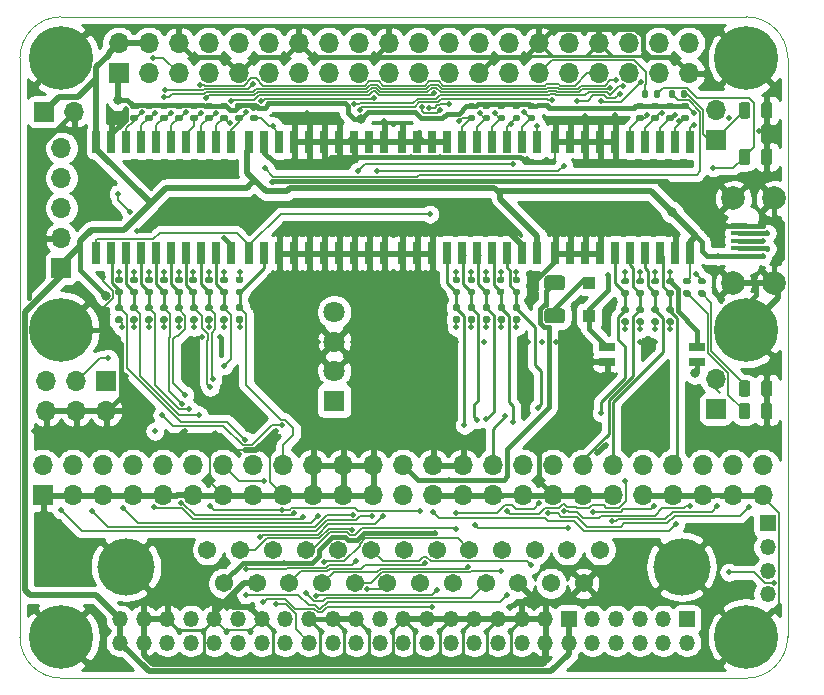
<source format=gbr>
%TF.GenerationSoftware,KiCad,Pcbnew,(5.1.9-16-g1737927814)-1*%
%TF.CreationDate,2021-07-31T16:14:36-05:00*%
%TF.ProjectId,rascsi_2p5,72617363-7369-45f3-9270-352e6b696361,rev?*%
%TF.SameCoordinates,PX59d60c0PY325aa00*%
%TF.FileFunction,Copper,L1,Top*%
%TF.FilePolarity,Positive*%
%FSLAX46Y46*%
G04 Gerber Fmt 4.6, Leading zero omitted, Abs format (unit mm)*
G04 Created by KiCad (PCBNEW (5.1.9-16-g1737927814)-1) date 2021-07-31 16:14:36*
%MOMM*%
%LPD*%
G01*
G04 APERTURE LIST*
%TA.AperFunction,Profile*%
%ADD10C,0.050000*%
%TD*%
%TA.AperFunction,ComponentPad*%
%ADD11C,1.800000*%
%TD*%
%TA.AperFunction,ComponentPad*%
%ADD12R,1.800000X1.800000*%
%TD*%
%TA.AperFunction,ComponentPad*%
%ADD13O,1.700000X1.700000*%
%TD*%
%TA.AperFunction,ComponentPad*%
%ADD14R,1.700000X1.700000*%
%TD*%
%TA.AperFunction,ComponentPad*%
%ADD15C,4.845000*%
%TD*%
%TA.AperFunction,ComponentPad*%
%ADD16C,1.545000*%
%TD*%
%TA.AperFunction,ComponentPad*%
%ADD17O,1.350000X1.350000*%
%TD*%
%TA.AperFunction,ComponentPad*%
%ADD18R,1.350000X1.350000*%
%TD*%
%TA.AperFunction,SMDPad,CuDef*%
%ADD19R,0.650000X1.950000*%
%TD*%
%TA.AperFunction,ComponentPad*%
%ADD20C,2.000000*%
%TD*%
%TA.AperFunction,SMDPad,CuDef*%
%ADD21R,1.400000X0.400000*%
%TD*%
%TA.AperFunction,SMDPad,CuDef*%
%ADD22R,1.100000X1.100000*%
%TD*%
%TA.AperFunction,ComponentPad*%
%ADD23C,0.800000*%
%TD*%
%TA.AperFunction,ComponentPad*%
%ADD24C,5.400000*%
%TD*%
%TA.AperFunction,SMDPad,CuDef*%
%ADD25R,1.425000X0.750000*%
%TD*%
%TA.AperFunction,ViaPad*%
%ADD26C,0.500000*%
%TD*%
%TA.AperFunction,ViaPad*%
%ADD27C,0.800000*%
%TD*%
%TA.AperFunction,Conductor*%
%ADD28C,0.400000*%
%TD*%
%TA.AperFunction,Conductor*%
%ADD29C,0.500000*%
%TD*%
%TA.AperFunction,Conductor*%
%ADD30C,0.150000*%
%TD*%
%TA.AperFunction,Conductor*%
%ADD31C,0.250000*%
%TD*%
%TA.AperFunction,Conductor*%
%ADD32C,0.200000*%
%TD*%
%TA.AperFunction,Conductor*%
%ADD33C,0.254000*%
%TD*%
G04 APERTURE END LIST*
D10*
X83800000Y-45696000D02*
X141800000Y-45696000D01*
X83800000Y-45696000D02*
G75*
G02*
X80300000Y-42196000I0J3500000D01*
G01*
X145300000Y-42196000D02*
G75*
G02*
X141800000Y-45696000I-3500000J0D01*
G01*
X80300000Y6800000D02*
X80300000Y-42196000D01*
X145300000Y6800000D02*
X145300000Y-42196000D01*
X83800000Y10300000D02*
X141800000Y10300000D01*
X80300000Y6800000D02*
G75*
G02*
X83800000Y10300000I3500000J0D01*
G01*
X141800000Y10300000D02*
G75*
G02*
X145300000Y6800000I0J-3500000D01*
G01*
D11*
%TO.P,J20,4*%
%TO.N,N/C*%
X106910000Y-14700000D03*
%TO.P,J20,3*%
%TO.N,GND*%
X106910000Y-17200000D03*
%TO.P,J20,2*%
X106910000Y-19700000D03*
D12*
%TO.P,J20,1*%
%TO.N,+5V*%
X106910000Y-22200000D03*
%TD*%
%TO.P,R3,2*%
%TO.N,Net-(D3-Pad2)*%
%TA.AperFunction,SMDPad,CuDef*%
G36*
G01*
X136587000Y-12845000D02*
X136957000Y-12845000D01*
G75*
G02*
X137092000Y-12980000I0J-135000D01*
G01*
X137092000Y-13250000D01*
G75*
G02*
X136957000Y-13385000I-135000J0D01*
G01*
X136587000Y-13385000D01*
G75*
G02*
X136452000Y-13250000I0J135000D01*
G01*
X136452000Y-12980000D01*
G75*
G02*
X136587000Y-12845000I135000J0D01*
G01*
G37*
%TD.AperFunction*%
%TO.P,R3,1*%
%TO.N,+5V*%
%TA.AperFunction,SMDPad,CuDef*%
G36*
G01*
X136587000Y-11825000D02*
X136957000Y-11825000D01*
G75*
G02*
X137092000Y-11960000I0J-135000D01*
G01*
X137092000Y-12230000D01*
G75*
G02*
X136957000Y-12365000I-135000J0D01*
G01*
X136587000Y-12365000D01*
G75*
G02*
X136452000Y-12230000I0J135000D01*
G01*
X136452000Y-11960000D01*
G75*
G02*
X136587000Y-11825000I135000J0D01*
G01*
G37*
%TD.AperFunction*%
%TD*%
D13*
%TO.P,J11,2*%
%TO.N,GND*%
X139226000Y-20368000D03*
D14*
%TO.P,J11,1*%
%TO.N,EXT-ENB-LED*%
X139226000Y-22908000D03*
%TD*%
D13*
%TO.P,J5,6*%
%TO.N,GND*%
X82530000Y-23040000D03*
%TO.P,J5,5*%
%TO.N,PI_GPIO9*%
X82530000Y-20500000D03*
%TO.P,J5,4*%
%TO.N,GND*%
X85070000Y-23040000D03*
%TO.P,J5,3*%
%TO.N,PI_GPIO1*%
X85070000Y-20500000D03*
%TO.P,J5,2*%
%TO.N,GND*%
X87610000Y-23040000D03*
D14*
%TO.P,J5,1*%
%TO.N,PI_GPIO0*%
X87610000Y-20500000D03*
%TD*%
D15*
%TO.P,J6,MH2*%
%TO.N,GND*%
X89281600Y-36250000D03*
%TO.P,J6,MH1*%
X136321600Y-36250000D03*
D16*
%TO.P,J6,25*%
%TO.N,TERMPOW*%
X97566600Y-37670000D03*
%TO.P,J6,24*%
%TO.N,GND*%
X100336600Y-37670000D03*
%TO.P,J6,23*%
%TO.N,C-D4*%
X103106600Y-37670000D03*
%TO.P,J6,22*%
%TO.N,C-D2*%
X105876600Y-37670000D03*
%TO.P,J6,21*%
%TO.N,C-D1*%
X108646600Y-37670000D03*
%TO.P,J6,20*%
%TO.N,C-DP*%
X111416600Y-37670000D03*
%TO.P,J6,19*%
%TO.N,C-SEL*%
X114186600Y-37670000D03*
%TO.P,J6,18*%
%TO.N,GND*%
X116956600Y-37670000D03*
%TO.P,J6,17*%
%TO.N,C-ATN*%
X119726600Y-37670000D03*
%TO.P,J6,16*%
%TO.N,GND*%
X122496600Y-37670000D03*
%TO.P,J6,15*%
%TO.N,C-C_D*%
X125266600Y-37670000D03*
%TO.P,J6,14*%
%TO.N,GND*%
X128036600Y-37670000D03*
%TO.P,J6,13*%
%TO.N,C-D7*%
X96181600Y-34830000D03*
%TO.P,J6,12*%
%TO.N,C-D6*%
X98951600Y-34830000D03*
%TO.P,J6,11*%
%TO.N,C-D5*%
X101721600Y-34830000D03*
%TO.P,J6,10*%
%TO.N,C-D3*%
X104491600Y-34830000D03*
%TO.P,J6,9*%
%TO.N,GND*%
X107261600Y-34830000D03*
%TO.P,J6,8*%
%TO.N,C-D0*%
X110031600Y-34830000D03*
%TO.P,J6,7*%
%TO.N,GND*%
X112801600Y-34830000D03*
%TO.P,J6,6*%
%TO.N,C-BSY*%
X115571600Y-34830000D03*
%TO.P,J6,5*%
%TO.N,C-ACK*%
X118341600Y-34830000D03*
%TO.P,J6,4*%
%TO.N,C-RST*%
X121111600Y-34830000D03*
%TO.P,J6,3*%
%TO.N,C-I_O*%
X123881600Y-34830000D03*
%TO.P,J6,2*%
%TO.N,C-MSG*%
X126651600Y-34830000D03*
%TO.P,J6,1*%
%TO.N,C-REQ*%
X129421600Y-34830000D03*
%TD*%
D17*
%TO.P,J9,50*%
%TO.N,+5V*%
X88772000Y-42688000D03*
%TO.P,J9,49*%
X88772000Y-40688000D03*
%TO.P,J9,48*%
%TO.N,GND*%
X90772000Y-42688000D03*
%TO.P,J9,47*%
X90772000Y-40688000D03*
%TO.P,J9,46*%
%TO.N,C-REQ*%
X92772000Y-42688000D03*
%TO.P,J9,45*%
%TO.N,GND*%
X92772000Y-40688000D03*
%TO.P,J9,44*%
%TO.N,C-C_D*%
X94772000Y-42688000D03*
%TO.P,J9,43*%
%TO.N,C-I_O*%
X94772000Y-40688000D03*
%TO.P,J9,42*%
%TO.N,C-SEL*%
X96772000Y-42688000D03*
%TO.P,J9,41*%
%TO.N,GND*%
X96772000Y-40688000D03*
%TO.P,J9,40*%
%TO.N,C-MSG*%
X98772000Y-42688000D03*
%TO.P,J9,39*%
%TO.N,C-RST*%
X98772000Y-40688000D03*
%TO.P,J9,38*%
%TO.N,C-ACK*%
X100772000Y-42688000D03*
%TO.P,J9,37*%
%TO.N,GND*%
X100772000Y-40688000D03*
%TO.P,J9,36*%
%TO.N,C-BSY*%
X102772000Y-42688000D03*
%TO.P,J9,35*%
%TO.N,C-ATN*%
X102772000Y-40688000D03*
%TO.P,J9,34*%
%TO.N,TERMPOW*%
X104772000Y-42688000D03*
%TO.P,J9,33*%
%TO.N,GND*%
X104772000Y-40688000D03*
%TO.P,J9,32*%
%TO.N,C-DP*%
X106772000Y-42688000D03*
%TO.P,J9,31*%
%TO.N,GND*%
X106772000Y-40688000D03*
%TO.P,J9,30*%
%TO.N,C-D7*%
X108772000Y-42688000D03*
%TO.P,J9,29*%
%TO.N,GND*%
X108772000Y-40688000D03*
%TO.P,J9,28*%
%TO.N,C-D6*%
X110772000Y-42688000D03*
%TO.P,J9,27*%
%TO.N,N/C*%
X110772000Y-40688000D03*
%TO.P,J9,26*%
%TO.N,C-D5*%
X112772000Y-42688000D03*
%TO.P,J9,25*%
%TO.N,GND*%
X112772000Y-40688000D03*
%TO.P,J9,24*%
%TO.N,C-D4*%
X114772000Y-42688000D03*
%TO.P,J9,23*%
%TO.N,GND*%
X114772000Y-40688000D03*
%TO.P,J9,22*%
%TO.N,C-D3*%
X116772000Y-42688000D03*
%TO.P,J9,21*%
%TO.N,GND*%
X116772000Y-40688000D03*
%TO.P,J9,20*%
%TO.N,C-D2*%
X118772000Y-42688000D03*
%TO.P,J9,19*%
%TO.N,GND*%
X118772000Y-40688000D03*
%TO.P,J9,18*%
%TO.N,C-D1*%
X120772000Y-42688000D03*
%TO.P,J9,17*%
%TO.N,GND*%
X120772000Y-40688000D03*
%TO.P,J9,16*%
%TO.N,C-D0*%
X122772000Y-42688000D03*
%TO.P,J9,15*%
%TO.N,GND*%
X122772000Y-40688000D03*
%TO.P,J9,14*%
X124772000Y-42688000D03*
%TO.P,J9,13*%
X124772000Y-40688000D03*
%TO.P,J9,12*%
%TO.N,+5V*%
X126772000Y-42688000D03*
D18*
%TO.P,J9,11*%
X126772000Y-40688000D03*
D17*
%TO.P,J9,10*%
%TO.N,N/C*%
X128772000Y-42688000D03*
%TO.P,J9,9*%
X128772000Y-40688000D03*
%TO.P,J9,8*%
%TO.N,PB_LED_Pin*%
X130772000Y-42688000D03*
%TO.P,J9,7*%
%TO.N,PB_SCSIID_4*%
X130772000Y-40688000D03*
%TO.P,J9,6*%
%TO.N,PB_SCSIID_2*%
X132772000Y-42688000D03*
%TO.P,J9,5*%
%TO.N,PB_SCSIID_1*%
X132772000Y-40688000D03*
%TO.P,J9,4*%
%TO.N,N/C*%
X134772000Y-42688000D03*
%TO.P,J9,3*%
X134772000Y-40688000D03*
%TO.P,J9,2*%
X136772000Y-42688000D03*
D18*
%TO.P,J9,1*%
X136772000Y-40688000D03*
%TD*%
D17*
%TO.P,J10,4*%
%TO.N,PB_LED_Pin*%
X143630000Y-38592000D03*
%TO.P,J10,3*%
%TO.N,PB_SCSIID_1*%
X143630000Y-36592000D03*
%TO.P,J10,2*%
%TO.N,PB_SCSIID_2*%
X143630000Y-34592000D03*
D18*
%TO.P,J10,1*%
%TO.N,PB_SCSIID_4*%
X143630000Y-32592000D03*
%TD*%
%TO.P,R4,2*%
%TO.N,Net-(D4-Pad2)*%
%TA.AperFunction,SMDPad,CuDef*%
G36*
G01*
X137857000Y-12845000D02*
X138227000Y-12845000D01*
G75*
G02*
X138362000Y-12980000I0J-135000D01*
G01*
X138362000Y-13250000D01*
G75*
G02*
X138227000Y-13385000I-135000J0D01*
G01*
X137857000Y-13385000D01*
G75*
G02*
X137722000Y-13250000I0J135000D01*
G01*
X137722000Y-12980000D01*
G75*
G02*
X137857000Y-12845000I135000J0D01*
G01*
G37*
%TD.AperFunction*%
%TO.P,R4,1*%
%TO.N,+3V3*%
%TA.AperFunction,SMDPad,CuDef*%
G36*
G01*
X137857000Y-11825000D02*
X138227000Y-11825000D01*
G75*
G02*
X138362000Y-11960000I0J-135000D01*
G01*
X138362000Y-12230000D01*
G75*
G02*
X138227000Y-12365000I-135000J0D01*
G01*
X137857000Y-12365000D01*
G75*
G02*
X137722000Y-12230000I0J135000D01*
G01*
X137722000Y-11960000D01*
G75*
G02*
X137857000Y-11825000I135000J0D01*
G01*
G37*
%TD.AperFunction*%
%TD*%
%TO.P,R2,2*%
%TO.N,EXT-ENB-LED*%
%TA.AperFunction,SMDPad,CuDef*%
G36*
G01*
X133964000Y3577000D02*
X133964000Y3947000D01*
G75*
G02*
X134099000Y4082000I135000J0D01*
G01*
X134369000Y4082000D01*
G75*
G02*
X134504000Y3947000I0J-135000D01*
G01*
X134504000Y3577000D01*
G75*
G02*
X134369000Y3442000I-135000J0D01*
G01*
X134099000Y3442000D01*
G75*
G02*
X133964000Y3577000I0J135000D01*
G01*
G37*
%TD.AperFunction*%
%TO.P,R2,1*%
%TO.N,DBG_LED*%
%TA.AperFunction,SMDPad,CuDef*%
G36*
G01*
X132944000Y3577000D02*
X132944000Y3947000D01*
G75*
G02*
X133079000Y4082000I135000J0D01*
G01*
X133349000Y4082000D01*
G75*
G02*
X133484000Y3947000I0J-135000D01*
G01*
X133484000Y3577000D01*
G75*
G02*
X133349000Y3442000I-135000J0D01*
G01*
X133079000Y3442000D01*
G75*
G02*
X132944000Y3577000I0J135000D01*
G01*
G37*
%TD.AperFunction*%
%TD*%
%TO.P,R1,2*%
%TO.N,EXT-ACT-LED*%
%TA.AperFunction,SMDPad,CuDef*%
G36*
G01*
X136252000Y3577000D02*
X136252000Y3947000D01*
G75*
G02*
X136387000Y4082000I135000J0D01*
G01*
X136657000Y4082000D01*
G75*
G02*
X136792000Y3947000I0J-135000D01*
G01*
X136792000Y3577000D01*
G75*
G02*
X136657000Y3442000I-135000J0D01*
G01*
X136387000Y3442000D01*
G75*
G02*
X136252000Y3577000I0J135000D01*
G01*
G37*
%TD.AperFunction*%
%TO.P,R1,1*%
%TO.N,PI-ACT*%
%TA.AperFunction,SMDPad,CuDef*%
G36*
G01*
X135232000Y3577000D02*
X135232000Y3947000D01*
G75*
G02*
X135367000Y4082000I135000J0D01*
G01*
X135637000Y4082000D01*
G75*
G02*
X135772000Y3947000I0J-135000D01*
G01*
X135772000Y3577000D01*
G75*
G02*
X135637000Y3442000I-135000J0D01*
G01*
X135367000Y3442000D01*
G75*
G02*
X135232000Y3577000I0J135000D01*
G01*
G37*
%TD.AperFunction*%
%TD*%
%TO.P,R58,2*%
%TO.N,C-DP*%
%TA.AperFunction,SMDPad,CuDef*%
G36*
G01*
X99082500Y-14587500D02*
X98712500Y-14587500D01*
G75*
G02*
X98577500Y-14452500I0J135000D01*
G01*
X98577500Y-14182500D01*
G75*
G02*
X98712500Y-14047500I135000J0D01*
G01*
X99082500Y-14047500D01*
G75*
G02*
X99217500Y-14182500I0J-135000D01*
G01*
X99217500Y-14452500D01*
G75*
G02*
X99082500Y-14587500I-135000J0D01*
G01*
G37*
%TD.AperFunction*%
%TO.P,R58,1*%
%TO.N,/TERM_GND*%
%TA.AperFunction,SMDPad,CuDef*%
G36*
G01*
X99082500Y-15607500D02*
X98712500Y-15607500D01*
G75*
G02*
X98577500Y-15472500I0J135000D01*
G01*
X98577500Y-15202500D01*
G75*
G02*
X98712500Y-15067500I135000J0D01*
G01*
X99082500Y-15067500D01*
G75*
G02*
X99217500Y-15202500I0J-135000D01*
G01*
X99217500Y-15472500D01*
G75*
G02*
X99082500Y-15607500I-135000J0D01*
G01*
G37*
%TD.AperFunction*%
%TD*%
%TO.P,R57,2*%
%TO.N,C-D0*%
%TA.AperFunction,SMDPad,CuDef*%
G36*
G01*
X97755000Y-14587500D02*
X97385000Y-14587500D01*
G75*
G02*
X97250000Y-14452500I0J135000D01*
G01*
X97250000Y-14182500D01*
G75*
G02*
X97385000Y-14047500I135000J0D01*
G01*
X97755000Y-14047500D01*
G75*
G02*
X97890000Y-14182500I0J-135000D01*
G01*
X97890000Y-14452500D01*
G75*
G02*
X97755000Y-14587500I-135000J0D01*
G01*
G37*
%TD.AperFunction*%
%TO.P,R57,1*%
%TO.N,/TERM_GND*%
%TA.AperFunction,SMDPad,CuDef*%
G36*
G01*
X97755000Y-15607500D02*
X97385000Y-15607500D01*
G75*
G02*
X97250000Y-15472500I0J135000D01*
G01*
X97250000Y-15202500D01*
G75*
G02*
X97385000Y-15067500I135000J0D01*
G01*
X97755000Y-15067500D01*
G75*
G02*
X97890000Y-15202500I0J-135000D01*
G01*
X97890000Y-15472500D01*
G75*
G02*
X97755000Y-15607500I-135000J0D01*
G01*
G37*
%TD.AperFunction*%
%TD*%
%TO.P,R56,2*%
%TO.N,C-D1*%
%TA.AperFunction,SMDPad,CuDef*%
G36*
G01*
X96485000Y-14587500D02*
X96115000Y-14587500D01*
G75*
G02*
X95980000Y-14452500I0J135000D01*
G01*
X95980000Y-14182500D01*
G75*
G02*
X96115000Y-14047500I135000J0D01*
G01*
X96485000Y-14047500D01*
G75*
G02*
X96620000Y-14182500I0J-135000D01*
G01*
X96620000Y-14452500D01*
G75*
G02*
X96485000Y-14587500I-135000J0D01*
G01*
G37*
%TD.AperFunction*%
%TO.P,R56,1*%
%TO.N,/TERM_GND*%
%TA.AperFunction,SMDPad,CuDef*%
G36*
G01*
X96485000Y-15607500D02*
X96115000Y-15607500D01*
G75*
G02*
X95980000Y-15472500I0J135000D01*
G01*
X95980000Y-15202500D01*
G75*
G02*
X96115000Y-15067500I135000J0D01*
G01*
X96485000Y-15067500D01*
G75*
G02*
X96620000Y-15202500I0J-135000D01*
G01*
X96620000Y-15472500D01*
G75*
G02*
X96485000Y-15607500I-135000J0D01*
G01*
G37*
%TD.AperFunction*%
%TD*%
%TO.P,R55,2*%
%TO.N,C-D2*%
%TA.AperFunction,SMDPad,CuDef*%
G36*
G01*
X95215000Y-14587500D02*
X94845000Y-14587500D01*
G75*
G02*
X94710000Y-14452500I0J135000D01*
G01*
X94710000Y-14182500D01*
G75*
G02*
X94845000Y-14047500I135000J0D01*
G01*
X95215000Y-14047500D01*
G75*
G02*
X95350000Y-14182500I0J-135000D01*
G01*
X95350000Y-14452500D01*
G75*
G02*
X95215000Y-14587500I-135000J0D01*
G01*
G37*
%TD.AperFunction*%
%TO.P,R55,1*%
%TO.N,/TERM_GND*%
%TA.AperFunction,SMDPad,CuDef*%
G36*
G01*
X95215000Y-15607500D02*
X94845000Y-15607500D01*
G75*
G02*
X94710000Y-15472500I0J135000D01*
G01*
X94710000Y-15202500D01*
G75*
G02*
X94845000Y-15067500I135000J0D01*
G01*
X95215000Y-15067500D01*
G75*
G02*
X95350000Y-15202500I0J-135000D01*
G01*
X95350000Y-15472500D01*
G75*
G02*
X95215000Y-15607500I-135000J0D01*
G01*
G37*
%TD.AperFunction*%
%TD*%
%TO.P,R54,2*%
%TO.N,C-D3*%
%TA.AperFunction,SMDPad,CuDef*%
G36*
G01*
X93945000Y-14587500D02*
X93575000Y-14587500D01*
G75*
G02*
X93440000Y-14452500I0J135000D01*
G01*
X93440000Y-14182500D01*
G75*
G02*
X93575000Y-14047500I135000J0D01*
G01*
X93945000Y-14047500D01*
G75*
G02*
X94080000Y-14182500I0J-135000D01*
G01*
X94080000Y-14452500D01*
G75*
G02*
X93945000Y-14587500I-135000J0D01*
G01*
G37*
%TD.AperFunction*%
%TO.P,R54,1*%
%TO.N,/TERM_GND*%
%TA.AperFunction,SMDPad,CuDef*%
G36*
G01*
X93945000Y-15607500D02*
X93575000Y-15607500D01*
G75*
G02*
X93440000Y-15472500I0J135000D01*
G01*
X93440000Y-15202500D01*
G75*
G02*
X93575000Y-15067500I135000J0D01*
G01*
X93945000Y-15067500D01*
G75*
G02*
X94080000Y-15202500I0J-135000D01*
G01*
X94080000Y-15472500D01*
G75*
G02*
X93945000Y-15607500I-135000J0D01*
G01*
G37*
%TD.AperFunction*%
%TD*%
%TO.P,R53,2*%
%TO.N,C-D4*%
%TA.AperFunction,SMDPad,CuDef*%
G36*
G01*
X92675000Y-14587500D02*
X92305000Y-14587500D01*
G75*
G02*
X92170000Y-14452500I0J135000D01*
G01*
X92170000Y-14182500D01*
G75*
G02*
X92305000Y-14047500I135000J0D01*
G01*
X92675000Y-14047500D01*
G75*
G02*
X92810000Y-14182500I0J-135000D01*
G01*
X92810000Y-14452500D01*
G75*
G02*
X92675000Y-14587500I-135000J0D01*
G01*
G37*
%TD.AperFunction*%
%TO.P,R53,1*%
%TO.N,/TERM_GND*%
%TA.AperFunction,SMDPad,CuDef*%
G36*
G01*
X92675000Y-15607500D02*
X92305000Y-15607500D01*
G75*
G02*
X92170000Y-15472500I0J135000D01*
G01*
X92170000Y-15202500D01*
G75*
G02*
X92305000Y-15067500I135000J0D01*
G01*
X92675000Y-15067500D01*
G75*
G02*
X92810000Y-15202500I0J-135000D01*
G01*
X92810000Y-15472500D01*
G75*
G02*
X92675000Y-15607500I-135000J0D01*
G01*
G37*
%TD.AperFunction*%
%TD*%
%TO.P,R52,2*%
%TO.N,C-D5*%
%TA.AperFunction,SMDPad,CuDef*%
G36*
G01*
X91405000Y-14587500D02*
X91035000Y-14587500D01*
G75*
G02*
X90900000Y-14452500I0J135000D01*
G01*
X90900000Y-14182500D01*
G75*
G02*
X91035000Y-14047500I135000J0D01*
G01*
X91405000Y-14047500D01*
G75*
G02*
X91540000Y-14182500I0J-135000D01*
G01*
X91540000Y-14452500D01*
G75*
G02*
X91405000Y-14587500I-135000J0D01*
G01*
G37*
%TD.AperFunction*%
%TO.P,R52,1*%
%TO.N,/TERM_GND*%
%TA.AperFunction,SMDPad,CuDef*%
G36*
G01*
X91405000Y-15607500D02*
X91035000Y-15607500D01*
G75*
G02*
X90900000Y-15472500I0J135000D01*
G01*
X90900000Y-15202500D01*
G75*
G02*
X91035000Y-15067500I135000J0D01*
G01*
X91405000Y-15067500D01*
G75*
G02*
X91540000Y-15202500I0J-135000D01*
G01*
X91540000Y-15472500D01*
G75*
G02*
X91405000Y-15607500I-135000J0D01*
G01*
G37*
%TD.AperFunction*%
%TD*%
%TO.P,R51,2*%
%TO.N,C-D6*%
%TA.AperFunction,SMDPad,CuDef*%
G36*
G01*
X90135000Y-14587500D02*
X89765000Y-14587500D01*
G75*
G02*
X89630000Y-14452500I0J135000D01*
G01*
X89630000Y-14182500D01*
G75*
G02*
X89765000Y-14047500I135000J0D01*
G01*
X90135000Y-14047500D01*
G75*
G02*
X90270000Y-14182500I0J-135000D01*
G01*
X90270000Y-14452500D01*
G75*
G02*
X90135000Y-14587500I-135000J0D01*
G01*
G37*
%TD.AperFunction*%
%TO.P,R51,1*%
%TO.N,/TERM_GND*%
%TA.AperFunction,SMDPad,CuDef*%
G36*
G01*
X90135000Y-15607500D02*
X89765000Y-15607500D01*
G75*
G02*
X89630000Y-15472500I0J135000D01*
G01*
X89630000Y-15202500D01*
G75*
G02*
X89765000Y-15067500I135000J0D01*
G01*
X90135000Y-15067500D01*
G75*
G02*
X90270000Y-15202500I0J-135000D01*
G01*
X90270000Y-15472500D01*
G75*
G02*
X90135000Y-15607500I-135000J0D01*
G01*
G37*
%TD.AperFunction*%
%TD*%
%TO.P,R50,2*%
%TO.N,C-D7*%
%TA.AperFunction,SMDPad,CuDef*%
G36*
G01*
X88865000Y-14587500D02*
X88495000Y-14587500D01*
G75*
G02*
X88360000Y-14452500I0J135000D01*
G01*
X88360000Y-14182500D01*
G75*
G02*
X88495000Y-14047500I135000J0D01*
G01*
X88865000Y-14047500D01*
G75*
G02*
X89000000Y-14182500I0J-135000D01*
G01*
X89000000Y-14452500D01*
G75*
G02*
X88865000Y-14587500I-135000J0D01*
G01*
G37*
%TD.AperFunction*%
%TO.P,R50,1*%
%TO.N,/TERM_GND*%
%TA.AperFunction,SMDPad,CuDef*%
G36*
G01*
X88865000Y-15607500D02*
X88495000Y-15607500D01*
G75*
G02*
X88360000Y-15472500I0J135000D01*
G01*
X88360000Y-15202500D01*
G75*
G02*
X88495000Y-15067500I135000J0D01*
G01*
X88865000Y-15067500D01*
G75*
G02*
X89000000Y-15202500I0J-135000D01*
G01*
X89000000Y-15472500D01*
G75*
G02*
X88865000Y-15607500I-135000J0D01*
G01*
G37*
%TD.AperFunction*%
%TD*%
%TO.P,R49,2*%
%TO.N,C-I_O*%
%TA.AperFunction,SMDPad,CuDef*%
G36*
G01*
X122520000Y-14587500D02*
X122150000Y-14587500D01*
G75*
G02*
X122015000Y-14452500I0J135000D01*
G01*
X122015000Y-14182500D01*
G75*
G02*
X122150000Y-14047500I135000J0D01*
G01*
X122520000Y-14047500D01*
G75*
G02*
X122655000Y-14182500I0J-135000D01*
G01*
X122655000Y-14452500D01*
G75*
G02*
X122520000Y-14587500I-135000J0D01*
G01*
G37*
%TD.AperFunction*%
%TO.P,R49,1*%
%TO.N,/TERM_GND*%
%TA.AperFunction,SMDPad,CuDef*%
G36*
G01*
X122520000Y-15607500D02*
X122150000Y-15607500D01*
G75*
G02*
X122015000Y-15472500I0J135000D01*
G01*
X122015000Y-15202500D01*
G75*
G02*
X122150000Y-15067500I135000J0D01*
G01*
X122520000Y-15067500D01*
G75*
G02*
X122655000Y-15202500I0J-135000D01*
G01*
X122655000Y-15472500D01*
G75*
G02*
X122520000Y-15607500I-135000J0D01*
G01*
G37*
%TD.AperFunction*%
%TD*%
%TO.P,R48,2*%
%TO.N,C-REQ*%
%TA.AperFunction,SMDPad,CuDef*%
G36*
G01*
X121250000Y-14587500D02*
X120880000Y-14587500D01*
G75*
G02*
X120745000Y-14452500I0J135000D01*
G01*
X120745000Y-14182500D01*
G75*
G02*
X120880000Y-14047500I135000J0D01*
G01*
X121250000Y-14047500D01*
G75*
G02*
X121385000Y-14182500I0J-135000D01*
G01*
X121385000Y-14452500D01*
G75*
G02*
X121250000Y-14587500I-135000J0D01*
G01*
G37*
%TD.AperFunction*%
%TO.P,R48,1*%
%TO.N,/TERM_GND*%
%TA.AperFunction,SMDPad,CuDef*%
G36*
G01*
X121250000Y-15607500D02*
X120880000Y-15607500D01*
G75*
G02*
X120745000Y-15472500I0J135000D01*
G01*
X120745000Y-15202500D01*
G75*
G02*
X120880000Y-15067500I135000J0D01*
G01*
X121250000Y-15067500D01*
G75*
G02*
X121385000Y-15202500I0J-135000D01*
G01*
X121385000Y-15472500D01*
G75*
G02*
X121250000Y-15607500I-135000J0D01*
G01*
G37*
%TD.AperFunction*%
%TD*%
%TO.P,R47,2*%
%TO.N,C-C_D*%
%TA.AperFunction,SMDPad,CuDef*%
G36*
G01*
X119980000Y-14587500D02*
X119610000Y-14587500D01*
G75*
G02*
X119475000Y-14452500I0J135000D01*
G01*
X119475000Y-14182500D01*
G75*
G02*
X119610000Y-14047500I135000J0D01*
G01*
X119980000Y-14047500D01*
G75*
G02*
X120115000Y-14182500I0J-135000D01*
G01*
X120115000Y-14452500D01*
G75*
G02*
X119980000Y-14587500I-135000J0D01*
G01*
G37*
%TD.AperFunction*%
%TO.P,R47,1*%
%TO.N,/TERM_GND*%
%TA.AperFunction,SMDPad,CuDef*%
G36*
G01*
X119980000Y-15607500D02*
X119610000Y-15607500D01*
G75*
G02*
X119475000Y-15472500I0J135000D01*
G01*
X119475000Y-15202500D01*
G75*
G02*
X119610000Y-15067500I135000J0D01*
G01*
X119980000Y-15067500D01*
G75*
G02*
X120115000Y-15202500I0J-135000D01*
G01*
X120115000Y-15472500D01*
G75*
G02*
X119980000Y-15607500I-135000J0D01*
G01*
G37*
%TD.AperFunction*%
%TD*%
%TO.P,R46,2*%
%TO.N,C-MSG*%
%TA.AperFunction,SMDPad,CuDef*%
G36*
G01*
X118710000Y-14587500D02*
X118340000Y-14587500D01*
G75*
G02*
X118205000Y-14452500I0J135000D01*
G01*
X118205000Y-14182500D01*
G75*
G02*
X118340000Y-14047500I135000J0D01*
G01*
X118710000Y-14047500D01*
G75*
G02*
X118845000Y-14182500I0J-135000D01*
G01*
X118845000Y-14452500D01*
G75*
G02*
X118710000Y-14587500I-135000J0D01*
G01*
G37*
%TD.AperFunction*%
%TO.P,R46,1*%
%TO.N,/TERM_GND*%
%TA.AperFunction,SMDPad,CuDef*%
G36*
G01*
X118710000Y-15607500D02*
X118340000Y-15607500D01*
G75*
G02*
X118205000Y-15472500I0J135000D01*
G01*
X118205000Y-15202500D01*
G75*
G02*
X118340000Y-15067500I135000J0D01*
G01*
X118710000Y-15067500D01*
G75*
G02*
X118845000Y-15202500I0J-135000D01*
G01*
X118845000Y-15472500D01*
G75*
G02*
X118710000Y-15607500I-135000J0D01*
G01*
G37*
%TD.AperFunction*%
%TD*%
%TO.P,R45,2*%
%TO.N,C-BSY*%
%TA.AperFunction,SMDPad,CuDef*%
G36*
G01*
X117440000Y-14587500D02*
X117070000Y-14587500D01*
G75*
G02*
X116935000Y-14452500I0J135000D01*
G01*
X116935000Y-14182500D01*
G75*
G02*
X117070000Y-14047500I135000J0D01*
G01*
X117440000Y-14047500D01*
G75*
G02*
X117575000Y-14182500I0J-135000D01*
G01*
X117575000Y-14452500D01*
G75*
G02*
X117440000Y-14587500I-135000J0D01*
G01*
G37*
%TD.AperFunction*%
%TO.P,R45,1*%
%TO.N,/TERM_GND*%
%TA.AperFunction,SMDPad,CuDef*%
G36*
G01*
X117440000Y-15607500D02*
X117070000Y-15607500D01*
G75*
G02*
X116935000Y-15472500I0J135000D01*
G01*
X116935000Y-15202500D01*
G75*
G02*
X117070000Y-15067500I135000J0D01*
G01*
X117440000Y-15067500D01*
G75*
G02*
X117575000Y-15202500I0J-135000D01*
G01*
X117575000Y-15472500D01*
G75*
G02*
X117440000Y-15607500I-135000J0D01*
G01*
G37*
%TD.AperFunction*%
%TD*%
%TO.P,R44,2*%
%TO.N,C-SEL*%
%TA.AperFunction,SMDPad,CuDef*%
G36*
G01*
X135537500Y-14762501D02*
X135167500Y-14762501D01*
G75*
G02*
X135032500Y-14627501I0J135000D01*
G01*
X135032500Y-14357501D01*
G75*
G02*
X135167500Y-14222501I135000J0D01*
G01*
X135537500Y-14222501D01*
G75*
G02*
X135672500Y-14357501I0J-135000D01*
G01*
X135672500Y-14627501D01*
G75*
G02*
X135537500Y-14762501I-135000J0D01*
G01*
G37*
%TD.AperFunction*%
%TO.P,R44,1*%
%TO.N,/TERM_GND*%
%TA.AperFunction,SMDPad,CuDef*%
G36*
G01*
X135537500Y-15782501D02*
X135167500Y-15782501D01*
G75*
G02*
X135032500Y-15647501I0J135000D01*
G01*
X135032500Y-15377501D01*
G75*
G02*
X135167500Y-15242501I135000J0D01*
G01*
X135537500Y-15242501D01*
G75*
G02*
X135672500Y-15377501I0J-135000D01*
G01*
X135672500Y-15647501D01*
G75*
G02*
X135537500Y-15782501I-135000J0D01*
G01*
G37*
%TD.AperFunction*%
%TD*%
%TO.P,R43,2*%
%TO.N,C-RST*%
%TA.AperFunction,SMDPad,CuDef*%
G36*
G01*
X134267500Y-14762501D02*
X133897500Y-14762501D01*
G75*
G02*
X133762500Y-14627501I0J135000D01*
G01*
X133762500Y-14357501D01*
G75*
G02*
X133897500Y-14222501I135000J0D01*
G01*
X134267500Y-14222501D01*
G75*
G02*
X134402500Y-14357501I0J-135000D01*
G01*
X134402500Y-14627501D01*
G75*
G02*
X134267500Y-14762501I-135000J0D01*
G01*
G37*
%TD.AperFunction*%
%TO.P,R43,1*%
%TO.N,/TERM_GND*%
%TA.AperFunction,SMDPad,CuDef*%
G36*
G01*
X134267500Y-15782501D02*
X133897500Y-15782501D01*
G75*
G02*
X133762500Y-15647501I0J135000D01*
G01*
X133762500Y-15377501D01*
G75*
G02*
X133897500Y-15242501I135000J0D01*
G01*
X134267500Y-15242501D01*
G75*
G02*
X134402500Y-15377501I0J-135000D01*
G01*
X134402500Y-15647501D01*
G75*
G02*
X134267500Y-15782501I-135000J0D01*
G01*
G37*
%TD.AperFunction*%
%TD*%
%TO.P,R42,2*%
%TO.N,C-ACK*%
%TA.AperFunction,SMDPad,CuDef*%
G36*
G01*
X132997500Y-14762501D02*
X132627500Y-14762501D01*
G75*
G02*
X132492500Y-14627501I0J135000D01*
G01*
X132492500Y-14357501D01*
G75*
G02*
X132627500Y-14222501I135000J0D01*
G01*
X132997500Y-14222501D01*
G75*
G02*
X133132500Y-14357501I0J-135000D01*
G01*
X133132500Y-14627501D01*
G75*
G02*
X132997500Y-14762501I-135000J0D01*
G01*
G37*
%TD.AperFunction*%
%TO.P,R42,1*%
%TO.N,/TERM_GND*%
%TA.AperFunction,SMDPad,CuDef*%
G36*
G01*
X132997500Y-15782501D02*
X132627500Y-15782501D01*
G75*
G02*
X132492500Y-15647501I0J135000D01*
G01*
X132492500Y-15377501D01*
G75*
G02*
X132627500Y-15242501I135000J0D01*
G01*
X132997500Y-15242501D01*
G75*
G02*
X133132500Y-15377501I0J-135000D01*
G01*
X133132500Y-15647501D01*
G75*
G02*
X132997500Y-15782501I-135000J0D01*
G01*
G37*
%TD.AperFunction*%
%TD*%
%TO.P,R41,2*%
%TO.N,C-ATN*%
%TA.AperFunction,SMDPad,CuDef*%
G36*
G01*
X131727500Y-14762501D02*
X131357500Y-14762501D01*
G75*
G02*
X131222500Y-14627501I0J135000D01*
G01*
X131222500Y-14357501D01*
G75*
G02*
X131357500Y-14222501I135000J0D01*
G01*
X131727500Y-14222501D01*
G75*
G02*
X131862500Y-14357501I0J-135000D01*
G01*
X131862500Y-14627501D01*
G75*
G02*
X131727500Y-14762501I-135000J0D01*
G01*
G37*
%TD.AperFunction*%
%TO.P,R41,1*%
%TO.N,/TERM_GND*%
%TA.AperFunction,SMDPad,CuDef*%
G36*
G01*
X131727500Y-15782501D02*
X131357500Y-15782501D01*
G75*
G02*
X131222500Y-15647501I0J135000D01*
G01*
X131222500Y-15377501D01*
G75*
G02*
X131357500Y-15242501I135000J0D01*
G01*
X131727500Y-15242501D01*
G75*
G02*
X131862500Y-15377501I0J-135000D01*
G01*
X131862500Y-15647501D01*
G75*
G02*
X131727500Y-15782501I-135000J0D01*
G01*
G37*
%TD.AperFunction*%
%TD*%
%TO.P,R40,2*%
%TO.N,C-DP*%
%TA.AperFunction,SMDPad,CuDef*%
G36*
G01*
X98712500Y-12718000D02*
X99082500Y-12718000D01*
G75*
G02*
X99217500Y-12853000I0J-135000D01*
G01*
X99217500Y-13123000D01*
G75*
G02*
X99082500Y-13258000I-135000J0D01*
G01*
X98712500Y-13258000D01*
G75*
G02*
X98577500Y-13123000I0J135000D01*
G01*
X98577500Y-12853000D01*
G75*
G02*
X98712500Y-12718000I135000J0D01*
G01*
G37*
%TD.AperFunction*%
%TO.P,R40,1*%
%TO.N,/TERM_5v*%
%TA.AperFunction,SMDPad,CuDef*%
G36*
G01*
X98712500Y-11698000D02*
X99082500Y-11698000D01*
G75*
G02*
X99217500Y-11833000I0J-135000D01*
G01*
X99217500Y-12103000D01*
G75*
G02*
X99082500Y-12238000I-135000J0D01*
G01*
X98712500Y-12238000D01*
G75*
G02*
X98577500Y-12103000I0J135000D01*
G01*
X98577500Y-11833000D01*
G75*
G02*
X98712500Y-11698000I135000J0D01*
G01*
G37*
%TD.AperFunction*%
%TD*%
%TO.P,R39,2*%
%TO.N,C-D0*%
%TA.AperFunction,SMDPad,CuDef*%
G36*
G01*
X97385000Y-12718000D02*
X97755000Y-12718000D01*
G75*
G02*
X97890000Y-12853000I0J-135000D01*
G01*
X97890000Y-13123000D01*
G75*
G02*
X97755000Y-13258000I-135000J0D01*
G01*
X97385000Y-13258000D01*
G75*
G02*
X97250000Y-13123000I0J135000D01*
G01*
X97250000Y-12853000D01*
G75*
G02*
X97385000Y-12718000I135000J0D01*
G01*
G37*
%TD.AperFunction*%
%TO.P,R39,1*%
%TO.N,/TERM_5v*%
%TA.AperFunction,SMDPad,CuDef*%
G36*
G01*
X97385000Y-11698000D02*
X97755000Y-11698000D01*
G75*
G02*
X97890000Y-11833000I0J-135000D01*
G01*
X97890000Y-12103000D01*
G75*
G02*
X97755000Y-12238000I-135000J0D01*
G01*
X97385000Y-12238000D01*
G75*
G02*
X97250000Y-12103000I0J135000D01*
G01*
X97250000Y-11833000D01*
G75*
G02*
X97385000Y-11698000I135000J0D01*
G01*
G37*
%TD.AperFunction*%
%TD*%
%TO.P,R38,2*%
%TO.N,C-D1*%
%TA.AperFunction,SMDPad,CuDef*%
G36*
G01*
X96115000Y-12718000D02*
X96485000Y-12718000D01*
G75*
G02*
X96620000Y-12853000I0J-135000D01*
G01*
X96620000Y-13123000D01*
G75*
G02*
X96485000Y-13258000I-135000J0D01*
G01*
X96115000Y-13258000D01*
G75*
G02*
X95980000Y-13123000I0J135000D01*
G01*
X95980000Y-12853000D01*
G75*
G02*
X96115000Y-12718000I135000J0D01*
G01*
G37*
%TD.AperFunction*%
%TO.P,R38,1*%
%TO.N,/TERM_5v*%
%TA.AperFunction,SMDPad,CuDef*%
G36*
G01*
X96115000Y-11698000D02*
X96485000Y-11698000D01*
G75*
G02*
X96620000Y-11833000I0J-135000D01*
G01*
X96620000Y-12103000D01*
G75*
G02*
X96485000Y-12238000I-135000J0D01*
G01*
X96115000Y-12238000D01*
G75*
G02*
X95980000Y-12103000I0J135000D01*
G01*
X95980000Y-11833000D01*
G75*
G02*
X96115000Y-11698000I135000J0D01*
G01*
G37*
%TD.AperFunction*%
%TD*%
%TO.P,R37,2*%
%TO.N,C-D2*%
%TA.AperFunction,SMDPad,CuDef*%
G36*
G01*
X94781500Y-12718000D02*
X95151500Y-12718000D01*
G75*
G02*
X95286500Y-12853000I0J-135000D01*
G01*
X95286500Y-13123000D01*
G75*
G02*
X95151500Y-13258000I-135000J0D01*
G01*
X94781500Y-13258000D01*
G75*
G02*
X94646500Y-13123000I0J135000D01*
G01*
X94646500Y-12853000D01*
G75*
G02*
X94781500Y-12718000I135000J0D01*
G01*
G37*
%TD.AperFunction*%
%TO.P,R37,1*%
%TO.N,/TERM_5v*%
%TA.AperFunction,SMDPad,CuDef*%
G36*
G01*
X94781500Y-11698000D02*
X95151500Y-11698000D01*
G75*
G02*
X95286500Y-11833000I0J-135000D01*
G01*
X95286500Y-12103000D01*
G75*
G02*
X95151500Y-12238000I-135000J0D01*
G01*
X94781500Y-12238000D01*
G75*
G02*
X94646500Y-12103000I0J135000D01*
G01*
X94646500Y-11833000D01*
G75*
G02*
X94781500Y-11698000I135000J0D01*
G01*
G37*
%TD.AperFunction*%
%TD*%
%TO.P,R36,2*%
%TO.N,C-D3*%
%TA.AperFunction,SMDPad,CuDef*%
G36*
G01*
X93575000Y-12718000D02*
X93945000Y-12718000D01*
G75*
G02*
X94080000Y-12853000I0J-135000D01*
G01*
X94080000Y-13123000D01*
G75*
G02*
X93945000Y-13258000I-135000J0D01*
G01*
X93575000Y-13258000D01*
G75*
G02*
X93440000Y-13123000I0J135000D01*
G01*
X93440000Y-12853000D01*
G75*
G02*
X93575000Y-12718000I135000J0D01*
G01*
G37*
%TD.AperFunction*%
%TO.P,R36,1*%
%TO.N,/TERM_5v*%
%TA.AperFunction,SMDPad,CuDef*%
G36*
G01*
X93575000Y-11698000D02*
X93945000Y-11698000D01*
G75*
G02*
X94080000Y-11833000I0J-135000D01*
G01*
X94080000Y-12103000D01*
G75*
G02*
X93945000Y-12238000I-135000J0D01*
G01*
X93575000Y-12238000D01*
G75*
G02*
X93440000Y-12103000I0J135000D01*
G01*
X93440000Y-11833000D01*
G75*
G02*
X93575000Y-11698000I135000J0D01*
G01*
G37*
%TD.AperFunction*%
%TD*%
%TO.P,R35,2*%
%TO.N,C-D4*%
%TA.AperFunction,SMDPad,CuDef*%
G36*
G01*
X92305000Y-12718000D02*
X92675000Y-12718000D01*
G75*
G02*
X92810000Y-12853000I0J-135000D01*
G01*
X92810000Y-13123000D01*
G75*
G02*
X92675000Y-13258000I-135000J0D01*
G01*
X92305000Y-13258000D01*
G75*
G02*
X92170000Y-13123000I0J135000D01*
G01*
X92170000Y-12853000D01*
G75*
G02*
X92305000Y-12718000I135000J0D01*
G01*
G37*
%TD.AperFunction*%
%TO.P,R35,1*%
%TO.N,/TERM_5v*%
%TA.AperFunction,SMDPad,CuDef*%
G36*
G01*
X92305000Y-11698000D02*
X92675000Y-11698000D01*
G75*
G02*
X92810000Y-11833000I0J-135000D01*
G01*
X92810000Y-12103000D01*
G75*
G02*
X92675000Y-12238000I-135000J0D01*
G01*
X92305000Y-12238000D01*
G75*
G02*
X92170000Y-12103000I0J135000D01*
G01*
X92170000Y-11833000D01*
G75*
G02*
X92305000Y-11698000I135000J0D01*
G01*
G37*
%TD.AperFunction*%
%TD*%
%TO.P,R34,2*%
%TO.N,C-D5*%
%TA.AperFunction,SMDPad,CuDef*%
G36*
G01*
X91035000Y-12718000D02*
X91405000Y-12718000D01*
G75*
G02*
X91540000Y-12853000I0J-135000D01*
G01*
X91540000Y-13123000D01*
G75*
G02*
X91405000Y-13258000I-135000J0D01*
G01*
X91035000Y-13258000D01*
G75*
G02*
X90900000Y-13123000I0J135000D01*
G01*
X90900000Y-12853000D01*
G75*
G02*
X91035000Y-12718000I135000J0D01*
G01*
G37*
%TD.AperFunction*%
%TO.P,R34,1*%
%TO.N,/TERM_5v*%
%TA.AperFunction,SMDPad,CuDef*%
G36*
G01*
X91035000Y-11698000D02*
X91405000Y-11698000D01*
G75*
G02*
X91540000Y-11833000I0J-135000D01*
G01*
X91540000Y-12103000D01*
G75*
G02*
X91405000Y-12238000I-135000J0D01*
G01*
X91035000Y-12238000D01*
G75*
G02*
X90900000Y-12103000I0J135000D01*
G01*
X90900000Y-11833000D01*
G75*
G02*
X91035000Y-11698000I135000J0D01*
G01*
G37*
%TD.AperFunction*%
%TD*%
%TO.P,R33,2*%
%TO.N,C-D6*%
%TA.AperFunction,SMDPad,CuDef*%
G36*
G01*
X89765000Y-12718000D02*
X90135000Y-12718000D01*
G75*
G02*
X90270000Y-12853000I0J-135000D01*
G01*
X90270000Y-13123000D01*
G75*
G02*
X90135000Y-13258000I-135000J0D01*
G01*
X89765000Y-13258000D01*
G75*
G02*
X89630000Y-13123000I0J135000D01*
G01*
X89630000Y-12853000D01*
G75*
G02*
X89765000Y-12718000I135000J0D01*
G01*
G37*
%TD.AperFunction*%
%TO.P,R33,1*%
%TO.N,/TERM_5v*%
%TA.AperFunction,SMDPad,CuDef*%
G36*
G01*
X89765000Y-11698000D02*
X90135000Y-11698000D01*
G75*
G02*
X90270000Y-11833000I0J-135000D01*
G01*
X90270000Y-12103000D01*
G75*
G02*
X90135000Y-12238000I-135000J0D01*
G01*
X89765000Y-12238000D01*
G75*
G02*
X89630000Y-12103000I0J135000D01*
G01*
X89630000Y-11833000D01*
G75*
G02*
X89765000Y-11698000I135000J0D01*
G01*
G37*
%TD.AperFunction*%
%TD*%
%TO.P,R32,2*%
%TO.N,C-D7*%
%TA.AperFunction,SMDPad,CuDef*%
G36*
G01*
X88495000Y-12718000D02*
X88865000Y-12718000D01*
G75*
G02*
X89000000Y-12853000I0J-135000D01*
G01*
X89000000Y-13123000D01*
G75*
G02*
X88865000Y-13258000I-135000J0D01*
G01*
X88495000Y-13258000D01*
G75*
G02*
X88360000Y-13123000I0J135000D01*
G01*
X88360000Y-12853000D01*
G75*
G02*
X88495000Y-12718000I135000J0D01*
G01*
G37*
%TD.AperFunction*%
%TO.P,R32,1*%
%TO.N,/TERM_5v*%
%TA.AperFunction,SMDPad,CuDef*%
G36*
G01*
X88495000Y-11698000D02*
X88865000Y-11698000D01*
G75*
G02*
X89000000Y-11833000I0J-135000D01*
G01*
X89000000Y-12103000D01*
G75*
G02*
X88865000Y-12238000I-135000J0D01*
G01*
X88495000Y-12238000D01*
G75*
G02*
X88360000Y-12103000I0J135000D01*
G01*
X88360000Y-11833000D01*
G75*
G02*
X88495000Y-11698000I135000J0D01*
G01*
G37*
%TD.AperFunction*%
%TD*%
%TO.P,R31,2*%
%TO.N,C-I_O*%
%TA.AperFunction,SMDPad,CuDef*%
G36*
G01*
X122150000Y-12718000D02*
X122520000Y-12718000D01*
G75*
G02*
X122655000Y-12853000I0J-135000D01*
G01*
X122655000Y-13123000D01*
G75*
G02*
X122520000Y-13258000I-135000J0D01*
G01*
X122150000Y-13258000D01*
G75*
G02*
X122015000Y-13123000I0J135000D01*
G01*
X122015000Y-12853000D01*
G75*
G02*
X122150000Y-12718000I135000J0D01*
G01*
G37*
%TD.AperFunction*%
%TO.P,R31,1*%
%TO.N,/TERM_5v*%
%TA.AperFunction,SMDPad,CuDef*%
G36*
G01*
X122150000Y-11698000D02*
X122520000Y-11698000D01*
G75*
G02*
X122655000Y-11833000I0J-135000D01*
G01*
X122655000Y-12103000D01*
G75*
G02*
X122520000Y-12238000I-135000J0D01*
G01*
X122150000Y-12238000D01*
G75*
G02*
X122015000Y-12103000I0J135000D01*
G01*
X122015000Y-11833000D01*
G75*
G02*
X122150000Y-11698000I135000J0D01*
G01*
G37*
%TD.AperFunction*%
%TD*%
%TO.P,R30,2*%
%TO.N,C-REQ*%
%TA.AperFunction,SMDPad,CuDef*%
G36*
G01*
X120816500Y-12718000D02*
X121186500Y-12718000D01*
G75*
G02*
X121321500Y-12853000I0J-135000D01*
G01*
X121321500Y-13123000D01*
G75*
G02*
X121186500Y-13258000I-135000J0D01*
G01*
X120816500Y-13258000D01*
G75*
G02*
X120681500Y-13123000I0J135000D01*
G01*
X120681500Y-12853000D01*
G75*
G02*
X120816500Y-12718000I135000J0D01*
G01*
G37*
%TD.AperFunction*%
%TO.P,R30,1*%
%TO.N,/TERM_5v*%
%TA.AperFunction,SMDPad,CuDef*%
G36*
G01*
X120816500Y-11698000D02*
X121186500Y-11698000D01*
G75*
G02*
X121321500Y-11833000I0J-135000D01*
G01*
X121321500Y-12103000D01*
G75*
G02*
X121186500Y-12238000I-135000J0D01*
G01*
X120816500Y-12238000D01*
G75*
G02*
X120681500Y-12103000I0J135000D01*
G01*
X120681500Y-11833000D01*
G75*
G02*
X120816500Y-11698000I135000J0D01*
G01*
G37*
%TD.AperFunction*%
%TD*%
%TO.P,R29,2*%
%TO.N,C-C_D*%
%TA.AperFunction,SMDPad,CuDef*%
G36*
G01*
X119610000Y-12718000D02*
X119980000Y-12718000D01*
G75*
G02*
X120115000Y-12853000I0J-135000D01*
G01*
X120115000Y-13123000D01*
G75*
G02*
X119980000Y-13258000I-135000J0D01*
G01*
X119610000Y-13258000D01*
G75*
G02*
X119475000Y-13123000I0J135000D01*
G01*
X119475000Y-12853000D01*
G75*
G02*
X119610000Y-12718000I135000J0D01*
G01*
G37*
%TD.AperFunction*%
%TO.P,R29,1*%
%TO.N,/TERM_5v*%
%TA.AperFunction,SMDPad,CuDef*%
G36*
G01*
X119610000Y-11698000D02*
X119980000Y-11698000D01*
G75*
G02*
X120115000Y-11833000I0J-135000D01*
G01*
X120115000Y-12103000D01*
G75*
G02*
X119980000Y-12238000I-135000J0D01*
G01*
X119610000Y-12238000D01*
G75*
G02*
X119475000Y-12103000I0J135000D01*
G01*
X119475000Y-11833000D01*
G75*
G02*
X119610000Y-11698000I135000J0D01*
G01*
G37*
%TD.AperFunction*%
%TD*%
%TO.P,R28,2*%
%TO.N,C-MSG*%
%TA.AperFunction,SMDPad,CuDef*%
G36*
G01*
X118340000Y-12718000D02*
X118710000Y-12718000D01*
G75*
G02*
X118845000Y-12853000I0J-135000D01*
G01*
X118845000Y-13123000D01*
G75*
G02*
X118710000Y-13258000I-135000J0D01*
G01*
X118340000Y-13258000D01*
G75*
G02*
X118205000Y-13123000I0J135000D01*
G01*
X118205000Y-12853000D01*
G75*
G02*
X118340000Y-12718000I135000J0D01*
G01*
G37*
%TD.AperFunction*%
%TO.P,R28,1*%
%TO.N,/TERM_5v*%
%TA.AperFunction,SMDPad,CuDef*%
G36*
G01*
X118340000Y-11698000D02*
X118710000Y-11698000D01*
G75*
G02*
X118845000Y-11833000I0J-135000D01*
G01*
X118845000Y-12103000D01*
G75*
G02*
X118710000Y-12238000I-135000J0D01*
G01*
X118340000Y-12238000D01*
G75*
G02*
X118205000Y-12103000I0J135000D01*
G01*
X118205000Y-11833000D01*
G75*
G02*
X118340000Y-11698000I135000J0D01*
G01*
G37*
%TD.AperFunction*%
%TD*%
%TO.P,R27,2*%
%TO.N,C-BSY*%
%TA.AperFunction,SMDPad,CuDef*%
G36*
G01*
X117070000Y-12718000D02*
X117440000Y-12718000D01*
G75*
G02*
X117575000Y-12853000I0J-135000D01*
G01*
X117575000Y-13123000D01*
G75*
G02*
X117440000Y-13258000I-135000J0D01*
G01*
X117070000Y-13258000D01*
G75*
G02*
X116935000Y-13123000I0J135000D01*
G01*
X116935000Y-12853000D01*
G75*
G02*
X117070000Y-12718000I135000J0D01*
G01*
G37*
%TD.AperFunction*%
%TO.P,R27,1*%
%TO.N,/TERM_5v*%
%TA.AperFunction,SMDPad,CuDef*%
G36*
G01*
X117070000Y-11698000D02*
X117440000Y-11698000D01*
G75*
G02*
X117575000Y-11833000I0J-135000D01*
G01*
X117575000Y-12103000D01*
G75*
G02*
X117440000Y-12238000I-135000J0D01*
G01*
X117070000Y-12238000D01*
G75*
G02*
X116935000Y-12103000I0J135000D01*
G01*
X116935000Y-11833000D01*
G75*
G02*
X117070000Y-11698000I135000J0D01*
G01*
G37*
%TD.AperFunction*%
%TD*%
%TO.P,R26,2*%
%TO.N,C-SEL*%
%TA.AperFunction,SMDPad,CuDef*%
G36*
G01*
X135167500Y-12845000D02*
X135537500Y-12845000D01*
G75*
G02*
X135672500Y-12980000I0J-135000D01*
G01*
X135672500Y-13250000D01*
G75*
G02*
X135537500Y-13385000I-135000J0D01*
G01*
X135167500Y-13385000D01*
G75*
G02*
X135032500Y-13250000I0J135000D01*
G01*
X135032500Y-12980000D01*
G75*
G02*
X135167500Y-12845000I135000J0D01*
G01*
G37*
%TD.AperFunction*%
%TO.P,R26,1*%
%TO.N,/TERM_5v*%
%TA.AperFunction,SMDPad,CuDef*%
G36*
G01*
X135167500Y-11825000D02*
X135537500Y-11825000D01*
G75*
G02*
X135672500Y-11960000I0J-135000D01*
G01*
X135672500Y-12230000D01*
G75*
G02*
X135537500Y-12365000I-135000J0D01*
G01*
X135167500Y-12365000D01*
G75*
G02*
X135032500Y-12230000I0J135000D01*
G01*
X135032500Y-11960000D01*
G75*
G02*
X135167500Y-11825000I135000J0D01*
G01*
G37*
%TD.AperFunction*%
%TD*%
%TO.P,R25,2*%
%TO.N,C-RST*%
%TA.AperFunction,SMDPad,CuDef*%
G36*
G01*
X133897500Y-12845000D02*
X134267500Y-12845000D01*
G75*
G02*
X134402500Y-12980000I0J-135000D01*
G01*
X134402500Y-13250000D01*
G75*
G02*
X134267500Y-13385000I-135000J0D01*
G01*
X133897500Y-13385000D01*
G75*
G02*
X133762500Y-13250000I0J135000D01*
G01*
X133762500Y-12980000D01*
G75*
G02*
X133897500Y-12845000I135000J0D01*
G01*
G37*
%TD.AperFunction*%
%TO.P,R25,1*%
%TO.N,/TERM_5v*%
%TA.AperFunction,SMDPad,CuDef*%
G36*
G01*
X133897500Y-11825000D02*
X134267500Y-11825000D01*
G75*
G02*
X134402500Y-11960000I0J-135000D01*
G01*
X134402500Y-12230000D01*
G75*
G02*
X134267500Y-12365000I-135000J0D01*
G01*
X133897500Y-12365000D01*
G75*
G02*
X133762500Y-12230000I0J135000D01*
G01*
X133762500Y-11960000D01*
G75*
G02*
X133897500Y-11825000I135000J0D01*
G01*
G37*
%TD.AperFunction*%
%TD*%
%TO.P,R24,2*%
%TO.N,C-ACK*%
%TA.AperFunction,SMDPad,CuDef*%
G36*
G01*
X132627500Y-12845000D02*
X132997500Y-12845000D01*
G75*
G02*
X133132500Y-12980000I0J-135000D01*
G01*
X133132500Y-13250000D01*
G75*
G02*
X132997500Y-13385000I-135000J0D01*
G01*
X132627500Y-13385000D01*
G75*
G02*
X132492500Y-13250000I0J135000D01*
G01*
X132492500Y-12980000D01*
G75*
G02*
X132627500Y-12845000I135000J0D01*
G01*
G37*
%TD.AperFunction*%
%TO.P,R24,1*%
%TO.N,/TERM_5v*%
%TA.AperFunction,SMDPad,CuDef*%
G36*
G01*
X132627500Y-11825000D02*
X132997500Y-11825000D01*
G75*
G02*
X133132500Y-11960000I0J-135000D01*
G01*
X133132500Y-12230000D01*
G75*
G02*
X132997500Y-12365000I-135000J0D01*
G01*
X132627500Y-12365000D01*
G75*
G02*
X132492500Y-12230000I0J135000D01*
G01*
X132492500Y-11960000D01*
G75*
G02*
X132627500Y-11825000I135000J0D01*
G01*
G37*
%TD.AperFunction*%
%TD*%
%TO.P,R23,2*%
%TO.N,C-ATN*%
%TA.AperFunction,SMDPad,CuDef*%
G36*
G01*
X131357500Y-12845000D02*
X131727500Y-12845000D01*
G75*
G02*
X131862500Y-12980000I0J-135000D01*
G01*
X131862500Y-13250000D01*
G75*
G02*
X131727500Y-13385000I-135000J0D01*
G01*
X131357500Y-13385000D01*
G75*
G02*
X131222500Y-13250000I0J135000D01*
G01*
X131222500Y-12980000D01*
G75*
G02*
X131357500Y-12845000I135000J0D01*
G01*
G37*
%TD.AperFunction*%
%TO.P,R23,1*%
%TO.N,/TERM_5v*%
%TA.AperFunction,SMDPad,CuDef*%
G36*
G01*
X131357500Y-11825000D02*
X131727500Y-11825000D01*
G75*
G02*
X131862500Y-11960000I0J-135000D01*
G01*
X131862500Y-12230000D01*
G75*
G02*
X131727500Y-12365000I-135000J0D01*
G01*
X131357500Y-12365000D01*
G75*
G02*
X131222500Y-12230000I0J135000D01*
G01*
X131222500Y-11960000D01*
G75*
G02*
X131357500Y-11825000I135000J0D01*
G01*
G37*
%TD.AperFunction*%
%TD*%
%TO.P,R22,2*%
%TO.N,PI-DP*%
%TA.AperFunction,SMDPad,CuDef*%
G36*
G01*
X99925000Y1991000D02*
X100295000Y1991000D01*
G75*
G02*
X100430000Y1856000I0J-135000D01*
G01*
X100430000Y1586000D01*
G75*
G02*
X100295000Y1451000I-135000J0D01*
G01*
X99925000Y1451000D01*
G75*
G02*
X99790000Y1586000I0J135000D01*
G01*
X99790000Y1856000D01*
G75*
G02*
X99925000Y1991000I135000J0D01*
G01*
G37*
%TD.AperFunction*%
%TO.P,R22,1*%
%TO.N,+3V3*%
%TA.AperFunction,SMDPad,CuDef*%
G36*
G01*
X99925000Y3011000D02*
X100295000Y3011000D01*
G75*
G02*
X100430000Y2876000I0J-135000D01*
G01*
X100430000Y2606000D01*
G75*
G02*
X100295000Y2471000I-135000J0D01*
G01*
X99925000Y2471000D01*
G75*
G02*
X99790000Y2606000I0J135000D01*
G01*
X99790000Y2876000D01*
G75*
G02*
X99925000Y3011000I135000J0D01*
G01*
G37*
%TD.AperFunction*%
%TD*%
%TO.P,R21,2*%
%TO.N,PI-D0*%
%TA.AperFunction,SMDPad,CuDef*%
G36*
G01*
X98655000Y1991000D02*
X99025000Y1991000D01*
G75*
G02*
X99160000Y1856000I0J-135000D01*
G01*
X99160000Y1586000D01*
G75*
G02*
X99025000Y1451000I-135000J0D01*
G01*
X98655000Y1451000D01*
G75*
G02*
X98520000Y1586000I0J135000D01*
G01*
X98520000Y1856000D01*
G75*
G02*
X98655000Y1991000I135000J0D01*
G01*
G37*
%TD.AperFunction*%
%TO.P,R21,1*%
%TO.N,+3V3*%
%TA.AperFunction,SMDPad,CuDef*%
G36*
G01*
X98655000Y3011000D02*
X99025000Y3011000D01*
G75*
G02*
X99160000Y2876000I0J-135000D01*
G01*
X99160000Y2606000D01*
G75*
G02*
X99025000Y2471000I-135000J0D01*
G01*
X98655000Y2471000D01*
G75*
G02*
X98520000Y2606000I0J135000D01*
G01*
X98520000Y2876000D01*
G75*
G02*
X98655000Y3011000I135000J0D01*
G01*
G37*
%TD.AperFunction*%
%TD*%
%TO.P,R20,2*%
%TO.N,PI-D1*%
%TA.AperFunction,SMDPad,CuDef*%
G36*
G01*
X97385000Y1991000D02*
X97755000Y1991000D01*
G75*
G02*
X97890000Y1856000I0J-135000D01*
G01*
X97890000Y1586000D01*
G75*
G02*
X97755000Y1451000I-135000J0D01*
G01*
X97385000Y1451000D01*
G75*
G02*
X97250000Y1586000I0J135000D01*
G01*
X97250000Y1856000D01*
G75*
G02*
X97385000Y1991000I135000J0D01*
G01*
G37*
%TD.AperFunction*%
%TO.P,R20,1*%
%TO.N,+3V3*%
%TA.AperFunction,SMDPad,CuDef*%
G36*
G01*
X97385000Y3011000D02*
X97755000Y3011000D01*
G75*
G02*
X97890000Y2876000I0J-135000D01*
G01*
X97890000Y2606000D01*
G75*
G02*
X97755000Y2471000I-135000J0D01*
G01*
X97385000Y2471000D01*
G75*
G02*
X97250000Y2606000I0J135000D01*
G01*
X97250000Y2876000D01*
G75*
G02*
X97385000Y3011000I135000J0D01*
G01*
G37*
%TD.AperFunction*%
%TD*%
%TO.P,R19,2*%
%TO.N,PI-D2*%
%TA.AperFunction,SMDPad,CuDef*%
G36*
G01*
X96115000Y1991000D02*
X96485000Y1991000D01*
G75*
G02*
X96620000Y1856000I0J-135000D01*
G01*
X96620000Y1586000D01*
G75*
G02*
X96485000Y1451000I-135000J0D01*
G01*
X96115000Y1451000D01*
G75*
G02*
X95980000Y1586000I0J135000D01*
G01*
X95980000Y1856000D01*
G75*
G02*
X96115000Y1991000I135000J0D01*
G01*
G37*
%TD.AperFunction*%
%TO.P,R19,1*%
%TO.N,+3V3*%
%TA.AperFunction,SMDPad,CuDef*%
G36*
G01*
X96115000Y3011000D02*
X96485000Y3011000D01*
G75*
G02*
X96620000Y2876000I0J-135000D01*
G01*
X96620000Y2606000D01*
G75*
G02*
X96485000Y2471000I-135000J0D01*
G01*
X96115000Y2471000D01*
G75*
G02*
X95980000Y2606000I0J135000D01*
G01*
X95980000Y2876000D01*
G75*
G02*
X96115000Y3011000I135000J0D01*
G01*
G37*
%TD.AperFunction*%
%TD*%
%TO.P,R18,2*%
%TO.N,PI-D3*%
%TA.AperFunction,SMDPad,CuDef*%
G36*
G01*
X94845000Y1991000D02*
X95215000Y1991000D01*
G75*
G02*
X95350000Y1856000I0J-135000D01*
G01*
X95350000Y1586000D01*
G75*
G02*
X95215000Y1451000I-135000J0D01*
G01*
X94845000Y1451000D01*
G75*
G02*
X94710000Y1586000I0J135000D01*
G01*
X94710000Y1856000D01*
G75*
G02*
X94845000Y1991000I135000J0D01*
G01*
G37*
%TD.AperFunction*%
%TO.P,R18,1*%
%TO.N,+3V3*%
%TA.AperFunction,SMDPad,CuDef*%
G36*
G01*
X94845000Y3011000D02*
X95215000Y3011000D01*
G75*
G02*
X95350000Y2876000I0J-135000D01*
G01*
X95350000Y2606000D01*
G75*
G02*
X95215000Y2471000I-135000J0D01*
G01*
X94845000Y2471000D01*
G75*
G02*
X94710000Y2606000I0J135000D01*
G01*
X94710000Y2876000D01*
G75*
G02*
X94845000Y3011000I135000J0D01*
G01*
G37*
%TD.AperFunction*%
%TD*%
%TO.P,R17,2*%
%TO.N,PI-D4*%
%TA.AperFunction,SMDPad,CuDef*%
G36*
G01*
X93575000Y1991000D02*
X93945000Y1991000D01*
G75*
G02*
X94080000Y1856000I0J-135000D01*
G01*
X94080000Y1586000D01*
G75*
G02*
X93945000Y1451000I-135000J0D01*
G01*
X93575000Y1451000D01*
G75*
G02*
X93440000Y1586000I0J135000D01*
G01*
X93440000Y1856000D01*
G75*
G02*
X93575000Y1991000I135000J0D01*
G01*
G37*
%TD.AperFunction*%
%TO.P,R17,1*%
%TO.N,+3V3*%
%TA.AperFunction,SMDPad,CuDef*%
G36*
G01*
X93575000Y3011000D02*
X93945000Y3011000D01*
G75*
G02*
X94080000Y2876000I0J-135000D01*
G01*
X94080000Y2606000D01*
G75*
G02*
X93945000Y2471000I-135000J0D01*
G01*
X93575000Y2471000D01*
G75*
G02*
X93440000Y2606000I0J135000D01*
G01*
X93440000Y2876000D01*
G75*
G02*
X93575000Y3011000I135000J0D01*
G01*
G37*
%TD.AperFunction*%
%TD*%
%TO.P,R16,2*%
%TO.N,PI-D5*%
%TA.AperFunction,SMDPad,CuDef*%
G36*
G01*
X92305000Y1991000D02*
X92675000Y1991000D01*
G75*
G02*
X92810000Y1856000I0J-135000D01*
G01*
X92810000Y1586000D01*
G75*
G02*
X92675000Y1451000I-135000J0D01*
G01*
X92305000Y1451000D01*
G75*
G02*
X92170000Y1586000I0J135000D01*
G01*
X92170000Y1856000D01*
G75*
G02*
X92305000Y1991000I135000J0D01*
G01*
G37*
%TD.AperFunction*%
%TO.P,R16,1*%
%TO.N,+3V3*%
%TA.AperFunction,SMDPad,CuDef*%
G36*
G01*
X92305000Y3011000D02*
X92675000Y3011000D01*
G75*
G02*
X92810000Y2876000I0J-135000D01*
G01*
X92810000Y2606000D01*
G75*
G02*
X92675000Y2471000I-135000J0D01*
G01*
X92305000Y2471000D01*
G75*
G02*
X92170000Y2606000I0J135000D01*
G01*
X92170000Y2876000D01*
G75*
G02*
X92305000Y3011000I135000J0D01*
G01*
G37*
%TD.AperFunction*%
%TD*%
%TO.P,R15,2*%
%TO.N,PI-D6*%
%TA.AperFunction,SMDPad,CuDef*%
G36*
G01*
X91035000Y1991000D02*
X91405000Y1991000D01*
G75*
G02*
X91540000Y1856000I0J-135000D01*
G01*
X91540000Y1586000D01*
G75*
G02*
X91405000Y1451000I-135000J0D01*
G01*
X91035000Y1451000D01*
G75*
G02*
X90900000Y1586000I0J135000D01*
G01*
X90900000Y1856000D01*
G75*
G02*
X91035000Y1991000I135000J0D01*
G01*
G37*
%TD.AperFunction*%
%TO.P,R15,1*%
%TO.N,+3V3*%
%TA.AperFunction,SMDPad,CuDef*%
G36*
G01*
X91035000Y3011000D02*
X91405000Y3011000D01*
G75*
G02*
X91540000Y2876000I0J-135000D01*
G01*
X91540000Y2606000D01*
G75*
G02*
X91405000Y2471000I-135000J0D01*
G01*
X91035000Y2471000D01*
G75*
G02*
X90900000Y2606000I0J135000D01*
G01*
X90900000Y2876000D01*
G75*
G02*
X91035000Y3011000I135000J0D01*
G01*
G37*
%TD.AperFunction*%
%TD*%
%TO.P,R14,2*%
%TO.N,PI-D7*%
%TA.AperFunction,SMDPad,CuDef*%
G36*
G01*
X89765000Y1991000D02*
X90135000Y1991000D01*
G75*
G02*
X90270000Y1856000I0J-135000D01*
G01*
X90270000Y1586000D01*
G75*
G02*
X90135000Y1451000I-135000J0D01*
G01*
X89765000Y1451000D01*
G75*
G02*
X89630000Y1586000I0J135000D01*
G01*
X89630000Y1856000D01*
G75*
G02*
X89765000Y1991000I135000J0D01*
G01*
G37*
%TD.AperFunction*%
%TO.P,R14,1*%
%TO.N,+3V3*%
%TA.AperFunction,SMDPad,CuDef*%
G36*
G01*
X89765000Y3011000D02*
X90135000Y3011000D01*
G75*
G02*
X90270000Y2876000I0J-135000D01*
G01*
X90270000Y2606000D01*
G75*
G02*
X90135000Y2471000I-135000J0D01*
G01*
X89765000Y2471000D01*
G75*
G02*
X89630000Y2606000I0J135000D01*
G01*
X89630000Y2876000D01*
G75*
G02*
X89765000Y3011000I135000J0D01*
G01*
G37*
%TD.AperFunction*%
%TD*%
%TO.P,R13,2*%
%TO.N,PI-I_O*%
%TA.AperFunction,SMDPad,CuDef*%
G36*
G01*
X123420000Y1991000D02*
X123790000Y1991000D01*
G75*
G02*
X123925000Y1856000I0J-135000D01*
G01*
X123925000Y1586000D01*
G75*
G02*
X123790000Y1451000I-135000J0D01*
G01*
X123420000Y1451000D01*
G75*
G02*
X123285000Y1586000I0J135000D01*
G01*
X123285000Y1856000D01*
G75*
G02*
X123420000Y1991000I135000J0D01*
G01*
G37*
%TD.AperFunction*%
%TO.P,R13,1*%
%TO.N,+3V3*%
%TA.AperFunction,SMDPad,CuDef*%
G36*
G01*
X123420000Y3011000D02*
X123790000Y3011000D01*
G75*
G02*
X123925000Y2876000I0J-135000D01*
G01*
X123925000Y2606000D01*
G75*
G02*
X123790000Y2471000I-135000J0D01*
G01*
X123420000Y2471000D01*
G75*
G02*
X123285000Y2606000I0J135000D01*
G01*
X123285000Y2876000D01*
G75*
G02*
X123420000Y3011000I135000J0D01*
G01*
G37*
%TD.AperFunction*%
%TD*%
%TO.P,R12,2*%
%TO.N,PI-REQ*%
%TA.AperFunction,SMDPad,CuDef*%
G36*
G01*
X122150000Y1991000D02*
X122520000Y1991000D01*
G75*
G02*
X122655000Y1856000I0J-135000D01*
G01*
X122655000Y1586000D01*
G75*
G02*
X122520000Y1451000I-135000J0D01*
G01*
X122150000Y1451000D01*
G75*
G02*
X122015000Y1586000I0J135000D01*
G01*
X122015000Y1856000D01*
G75*
G02*
X122150000Y1991000I135000J0D01*
G01*
G37*
%TD.AperFunction*%
%TO.P,R12,1*%
%TO.N,+3V3*%
%TA.AperFunction,SMDPad,CuDef*%
G36*
G01*
X122150000Y3011000D02*
X122520000Y3011000D01*
G75*
G02*
X122655000Y2876000I0J-135000D01*
G01*
X122655000Y2606000D01*
G75*
G02*
X122520000Y2471000I-135000J0D01*
G01*
X122150000Y2471000D01*
G75*
G02*
X122015000Y2606000I0J135000D01*
G01*
X122015000Y2876000D01*
G75*
G02*
X122150000Y3011000I135000J0D01*
G01*
G37*
%TD.AperFunction*%
%TD*%
%TO.P,R11,2*%
%TO.N,PI-C_D*%
%TA.AperFunction,SMDPad,CuDef*%
G36*
G01*
X120880000Y1991000D02*
X121250000Y1991000D01*
G75*
G02*
X121385000Y1856000I0J-135000D01*
G01*
X121385000Y1586000D01*
G75*
G02*
X121250000Y1451000I-135000J0D01*
G01*
X120880000Y1451000D01*
G75*
G02*
X120745000Y1586000I0J135000D01*
G01*
X120745000Y1856000D01*
G75*
G02*
X120880000Y1991000I135000J0D01*
G01*
G37*
%TD.AperFunction*%
%TO.P,R11,1*%
%TO.N,+3V3*%
%TA.AperFunction,SMDPad,CuDef*%
G36*
G01*
X120880000Y3011000D02*
X121250000Y3011000D01*
G75*
G02*
X121385000Y2876000I0J-135000D01*
G01*
X121385000Y2606000D01*
G75*
G02*
X121250000Y2471000I-135000J0D01*
G01*
X120880000Y2471000D01*
G75*
G02*
X120745000Y2606000I0J135000D01*
G01*
X120745000Y2876000D01*
G75*
G02*
X120880000Y3011000I135000J0D01*
G01*
G37*
%TD.AperFunction*%
%TD*%
%TO.P,R10,2*%
%TO.N,PI-MSG*%
%TA.AperFunction,SMDPad,CuDef*%
G36*
G01*
X119610000Y1991000D02*
X119980000Y1991000D01*
G75*
G02*
X120115000Y1856000I0J-135000D01*
G01*
X120115000Y1586000D01*
G75*
G02*
X119980000Y1451000I-135000J0D01*
G01*
X119610000Y1451000D01*
G75*
G02*
X119475000Y1586000I0J135000D01*
G01*
X119475000Y1856000D01*
G75*
G02*
X119610000Y1991000I135000J0D01*
G01*
G37*
%TD.AperFunction*%
%TO.P,R10,1*%
%TO.N,+3V3*%
%TA.AperFunction,SMDPad,CuDef*%
G36*
G01*
X119610000Y3011000D02*
X119980000Y3011000D01*
G75*
G02*
X120115000Y2876000I0J-135000D01*
G01*
X120115000Y2606000D01*
G75*
G02*
X119980000Y2471000I-135000J0D01*
G01*
X119610000Y2471000D01*
G75*
G02*
X119475000Y2606000I0J135000D01*
G01*
X119475000Y2876000D01*
G75*
G02*
X119610000Y3011000I135000J0D01*
G01*
G37*
%TD.AperFunction*%
%TD*%
%TO.P,R9,2*%
%TO.N,PI-BSY*%
%TA.AperFunction,SMDPad,CuDef*%
G36*
G01*
X118340000Y1991000D02*
X118710000Y1991000D01*
G75*
G02*
X118845000Y1856000I0J-135000D01*
G01*
X118845000Y1586000D01*
G75*
G02*
X118710000Y1451000I-135000J0D01*
G01*
X118340000Y1451000D01*
G75*
G02*
X118205000Y1586000I0J135000D01*
G01*
X118205000Y1856000D01*
G75*
G02*
X118340000Y1991000I135000J0D01*
G01*
G37*
%TD.AperFunction*%
%TO.P,R9,1*%
%TO.N,+3V3*%
%TA.AperFunction,SMDPad,CuDef*%
G36*
G01*
X118340000Y3011000D02*
X118710000Y3011000D01*
G75*
G02*
X118845000Y2876000I0J-135000D01*
G01*
X118845000Y2606000D01*
G75*
G02*
X118710000Y2471000I-135000J0D01*
G01*
X118340000Y2471000D01*
G75*
G02*
X118205000Y2606000I0J135000D01*
G01*
X118205000Y2876000D01*
G75*
G02*
X118340000Y3011000I135000J0D01*
G01*
G37*
%TD.AperFunction*%
%TD*%
%TO.P,R8,2*%
%TO.N,PI-SEL*%
%TA.AperFunction,SMDPad,CuDef*%
G36*
G01*
X136437500Y1991000D02*
X136807500Y1991000D01*
G75*
G02*
X136942500Y1856000I0J-135000D01*
G01*
X136942500Y1586000D01*
G75*
G02*
X136807500Y1451000I-135000J0D01*
G01*
X136437500Y1451000D01*
G75*
G02*
X136302500Y1586000I0J135000D01*
G01*
X136302500Y1856000D01*
G75*
G02*
X136437500Y1991000I135000J0D01*
G01*
G37*
%TD.AperFunction*%
%TO.P,R8,1*%
%TO.N,+3V3*%
%TA.AperFunction,SMDPad,CuDef*%
G36*
G01*
X136437500Y3011000D02*
X136807500Y3011000D01*
G75*
G02*
X136942500Y2876000I0J-135000D01*
G01*
X136942500Y2606000D01*
G75*
G02*
X136807500Y2471000I-135000J0D01*
G01*
X136437500Y2471000D01*
G75*
G02*
X136302500Y2606000I0J135000D01*
G01*
X136302500Y2876000D01*
G75*
G02*
X136437500Y3011000I135000J0D01*
G01*
G37*
%TD.AperFunction*%
%TD*%
%TO.P,R7,2*%
%TO.N,PI-RST*%
%TA.AperFunction,SMDPad,CuDef*%
G36*
G01*
X135167500Y1991000D02*
X135537500Y1991000D01*
G75*
G02*
X135672500Y1856000I0J-135000D01*
G01*
X135672500Y1586000D01*
G75*
G02*
X135537500Y1451000I-135000J0D01*
G01*
X135167500Y1451000D01*
G75*
G02*
X135032500Y1586000I0J135000D01*
G01*
X135032500Y1856000D01*
G75*
G02*
X135167500Y1991000I135000J0D01*
G01*
G37*
%TD.AperFunction*%
%TO.P,R7,1*%
%TO.N,+3V3*%
%TA.AperFunction,SMDPad,CuDef*%
G36*
G01*
X135167500Y3011000D02*
X135537500Y3011000D01*
G75*
G02*
X135672500Y2876000I0J-135000D01*
G01*
X135672500Y2606000D01*
G75*
G02*
X135537500Y2471000I-135000J0D01*
G01*
X135167500Y2471000D01*
G75*
G02*
X135032500Y2606000I0J135000D01*
G01*
X135032500Y2876000D01*
G75*
G02*
X135167500Y3011000I135000J0D01*
G01*
G37*
%TD.AperFunction*%
%TD*%
%TO.P,R6,2*%
%TO.N,PI-ACK*%
%TA.AperFunction,SMDPad,CuDef*%
G36*
G01*
X133897500Y1991000D02*
X134267500Y1991000D01*
G75*
G02*
X134402500Y1856000I0J-135000D01*
G01*
X134402500Y1586000D01*
G75*
G02*
X134267500Y1451000I-135000J0D01*
G01*
X133897500Y1451000D01*
G75*
G02*
X133762500Y1586000I0J135000D01*
G01*
X133762500Y1856000D01*
G75*
G02*
X133897500Y1991000I135000J0D01*
G01*
G37*
%TD.AperFunction*%
%TO.P,R6,1*%
%TO.N,+3V3*%
%TA.AperFunction,SMDPad,CuDef*%
G36*
G01*
X133897500Y3011000D02*
X134267500Y3011000D01*
G75*
G02*
X134402500Y2876000I0J-135000D01*
G01*
X134402500Y2606000D01*
G75*
G02*
X134267500Y2471000I-135000J0D01*
G01*
X133897500Y2471000D01*
G75*
G02*
X133762500Y2606000I0J135000D01*
G01*
X133762500Y2876000D01*
G75*
G02*
X133897500Y3011000I135000J0D01*
G01*
G37*
%TD.AperFunction*%
%TD*%
%TO.P,R5,2*%
%TO.N,PI-ATN*%
%TA.AperFunction,SMDPad,CuDef*%
G36*
G01*
X132627500Y1991000D02*
X132997500Y1991000D01*
G75*
G02*
X133132500Y1856000I0J-135000D01*
G01*
X133132500Y1586000D01*
G75*
G02*
X132997500Y1451000I-135000J0D01*
G01*
X132627500Y1451000D01*
G75*
G02*
X132492500Y1586000I0J135000D01*
G01*
X132492500Y1856000D01*
G75*
G02*
X132627500Y1991000I135000J0D01*
G01*
G37*
%TD.AperFunction*%
%TO.P,R5,1*%
%TO.N,+3V3*%
%TA.AperFunction,SMDPad,CuDef*%
G36*
G01*
X132627500Y3011000D02*
X132997500Y3011000D01*
G75*
G02*
X133132500Y2876000I0J-135000D01*
G01*
X133132500Y2606000D01*
G75*
G02*
X132997500Y2471000I-135000J0D01*
G01*
X132627500Y2471000D01*
G75*
G02*
X132492500Y2606000I0J135000D01*
G01*
X132492500Y2876000D01*
G75*
G02*
X132627500Y3011000I135000J0D01*
G01*
G37*
%TD.AperFunction*%
%TD*%
D13*
%TO.P,J3,50*%
%TO.N,C-I_O*%
X143226500Y-27654500D03*
%TO.P,J3,49*%
%TO.N,GND*%
X143226500Y-30194500D03*
%TO.P,J3,48*%
%TO.N,C-REQ*%
X140686500Y-27654500D03*
%TO.P,J3,47*%
%TO.N,GND*%
X140686500Y-30194500D03*
%TO.P,J3,46*%
%TO.N,C-C_D*%
X138146500Y-27654500D03*
%TO.P,J3,45*%
%TO.N,GND*%
X138146500Y-30194500D03*
%TO.P,J3,44*%
%TO.N,C-SEL*%
X135606500Y-27654500D03*
%TO.P,J3,43*%
%TO.N,GND*%
X135606500Y-30194500D03*
%TO.P,J3,42*%
%TO.N,C-MSG*%
X133066500Y-27654500D03*
%TO.P,J3,41*%
%TO.N,GND*%
X133066500Y-30194500D03*
%TO.P,J3,40*%
%TO.N,C-RST*%
X130526500Y-27654500D03*
%TO.P,J3,39*%
%TO.N,GND*%
X130526500Y-30194500D03*
%TO.P,J3,38*%
%TO.N,C-ACK*%
X127986500Y-27654500D03*
%TO.P,J3,37*%
%TO.N,GND*%
X127986500Y-30194500D03*
%TO.P,J3,36*%
%TO.N,C-BSY*%
X125446500Y-27654500D03*
%TO.P,J3,35*%
%TO.N,GND*%
X125446500Y-30194500D03*
%TO.P,J3,34*%
%TO.N,N/C*%
X122906500Y-27654500D03*
%TO.P,J3,33*%
%TO.N,GND*%
X122906500Y-30194500D03*
%TO.P,J3,32*%
%TO.N,C-ATN*%
X120366500Y-27654500D03*
%TO.P,J3,31*%
%TO.N,GND*%
X120366500Y-30194500D03*
%TO.P,J3,30*%
X117826500Y-27654500D03*
%TO.P,J3,29*%
X117826500Y-30194500D03*
%TO.P,J3,28*%
X115286500Y-27654500D03*
%TO.P,J3,27*%
X115286500Y-30194500D03*
%TO.P,J3,26*%
%TO.N,TERMPOW*%
X112746500Y-27654500D03*
%TO.P,J3,25*%
%TO.N,N/C*%
X112746500Y-30194500D03*
%TO.P,J3,24*%
%TO.N,GND*%
X110206500Y-27654500D03*
%TO.P,J3,23*%
X110206500Y-30194500D03*
%TO.P,J3,22*%
X107666500Y-27654500D03*
%TO.P,J3,21*%
X107666500Y-30194500D03*
%TO.P,J3,20*%
X105126500Y-27654500D03*
%TO.P,J3,19*%
X105126500Y-30194500D03*
%TO.P,J3,18*%
%TO.N,C-DP*%
X102586500Y-27654500D03*
%TO.P,J3,17*%
%TO.N,GND*%
X102586500Y-30194500D03*
%TO.P,J3,16*%
%TO.N,C-D7*%
X100046500Y-27654500D03*
%TO.P,J3,15*%
%TO.N,GND*%
X100046500Y-30194500D03*
%TO.P,J3,14*%
%TO.N,C-D6*%
X97506500Y-27654500D03*
%TO.P,J3,13*%
%TO.N,GND*%
X97506500Y-30194500D03*
%TO.P,J3,12*%
%TO.N,C-D5*%
X94966500Y-27654500D03*
%TO.P,J3,11*%
%TO.N,GND*%
X94966500Y-30194500D03*
%TO.P,J3,10*%
%TO.N,C-D4*%
X92426500Y-27654500D03*
%TO.P,J3,9*%
%TO.N,GND*%
X92426500Y-30194500D03*
%TO.P,J3,8*%
%TO.N,C-D3*%
X89886500Y-27654500D03*
%TO.P,J3,7*%
%TO.N,GND*%
X89886500Y-30194500D03*
%TO.P,J3,6*%
%TO.N,C-D2*%
X87346500Y-27654500D03*
%TO.P,J3,5*%
%TO.N,GND*%
X87346500Y-30194500D03*
%TO.P,J3,4*%
%TO.N,C-D1*%
X84806500Y-27654500D03*
%TO.P,J3,3*%
%TO.N,GND*%
X84806500Y-30194500D03*
%TO.P,J3,2*%
%TO.N,C-D0*%
X82266500Y-27654500D03*
D14*
%TO.P,J3,1*%
%TO.N,GND*%
X82266500Y-30194500D03*
%TD*%
D19*
%TO.P,IC3,20*%
%TO.N,+5V*%
X124113000Y-9710000D03*
%TO.P,IC3,19*%
%TO.N,GND*%
X122843000Y-9710000D03*
%TO.P,IC3,18*%
%TO.N,C-I_O*%
X121573000Y-9710000D03*
%TO.P,IC3,17*%
%TO.N,C-REQ*%
X120303000Y-9710000D03*
%TO.P,IC3,16*%
%TO.N,C-C_D*%
X119033000Y-9710000D03*
%TO.P,IC3,15*%
%TO.N,C-MSG*%
X117763000Y-9710000D03*
%TO.P,IC3,14*%
%TO.N,C-BSY*%
X116493000Y-9710000D03*
%TO.P,IC3,13*%
%TO.N,GND*%
X115223000Y-9710000D03*
%TO.P,IC3,12*%
X113953000Y-9710000D03*
%TO.P,IC3,11*%
X112683000Y-9710000D03*
%TO.P,IC3,10*%
X112683000Y-260000D03*
%TO.P,IC3,9*%
X113953000Y-260000D03*
%TO.P,IC3,8*%
X115223000Y-260000D03*
%TO.P,IC3,7*%
X116493000Y-260000D03*
%TO.P,IC3,6*%
%TO.N,PI-BSY*%
X117763000Y-260000D03*
%TO.P,IC3,5*%
%TO.N,PI-MSG*%
X119033000Y-260000D03*
%TO.P,IC3,4*%
%TO.N,PI-C_D*%
X120303000Y-260000D03*
%TO.P,IC3,3*%
%TO.N,PI-REQ*%
X121573000Y-260000D03*
%TO.P,IC3,2*%
%TO.N,PI-I_O*%
X122843000Y-260000D03*
%TO.P,IC3,1*%
%TO.N,PI-TAD*%
X124113000Y-260000D03*
%TD*%
D20*
%TO.P,J8,MH4*%
%TO.N,GND*%
X140705000Y-12235000D03*
%TO.P,J8,MH3*%
X140705000Y-5085000D03*
%TO.P,J8,MH2*%
X144155000Y-5085000D03*
%TO.P,J8,MH1*%
X144155000Y-12235000D03*
D21*
%TO.P,J8,5*%
X141205000Y-7360000D03*
%TO.P,J8,4*%
%TO.N,USB_Pin_4*%
X141205000Y-8010000D03*
%TO.P,J8,3*%
%TO.N,USB_Pin_3*%
X141205000Y-8660000D03*
%TO.P,J8,2*%
%TO.N,USB_Pin_2*%
X141205000Y-9310000D03*
%TO.P,J8,1*%
%TO.N,+5V*%
X141205000Y-9960000D03*
%TD*%
D19*
%TO.P,IC4,20*%
%TO.N,+5V*%
X137067000Y-9710000D03*
%TO.P,IC4,19*%
%TO.N,GND*%
X135797000Y-9710000D03*
%TO.P,IC4,18*%
%TO.N,C-SEL*%
X134527000Y-9710000D03*
%TO.P,IC4,17*%
%TO.N,C-RST*%
X133257000Y-9710000D03*
%TO.P,IC4,16*%
%TO.N,C-ACK*%
X131987000Y-9710000D03*
%TO.P,IC4,15*%
%TO.N,C-ATN*%
X130717000Y-9710000D03*
%TO.P,IC4,14*%
%TO.N,GND*%
X129447000Y-9710000D03*
%TO.P,IC4,13*%
X128177000Y-9710000D03*
%TO.P,IC4,12*%
X126907000Y-9710000D03*
%TO.P,IC4,11*%
X125637000Y-9710000D03*
%TO.P,IC4,10*%
X125637000Y-260000D03*
%TO.P,IC4,9*%
X126907000Y-260000D03*
%TO.P,IC4,8*%
X128177000Y-260000D03*
%TO.P,IC4,7*%
X129447000Y-260000D03*
%TO.P,IC4,6*%
X130717000Y-260000D03*
%TO.P,IC4,5*%
%TO.N,PI-ATN*%
X131987000Y-260000D03*
%TO.P,IC4,4*%
%TO.N,PI-ACK*%
X133257000Y-260000D03*
%TO.P,IC4,3*%
%TO.N,PI-RST*%
X134527000Y-260000D03*
%TO.P,IC4,2*%
%TO.N,PI-SEL*%
X135797000Y-260000D03*
%TO.P,IC4,1*%
%TO.N,PI-IND*%
X137067000Y-260000D03*
%TD*%
%TO.P,IC2,20*%
%TO.N,+5V*%
X86775000Y-260000D03*
%TO.P,IC2,19*%
%TO.N,GND*%
X88045000Y-260000D03*
%TO.P,IC2,18*%
%TO.N,PI-D7*%
X89315000Y-260000D03*
%TO.P,IC2,17*%
%TO.N,PI-D6*%
X90585000Y-260000D03*
%TO.P,IC2,16*%
%TO.N,PI-D5*%
X91855000Y-260000D03*
%TO.P,IC2,15*%
%TO.N,PI-D4*%
X93125000Y-260000D03*
%TO.P,IC2,14*%
%TO.N,PI-D3*%
X94395000Y-260000D03*
%TO.P,IC2,13*%
%TO.N,PI-D2*%
X95665000Y-260000D03*
%TO.P,IC2,12*%
%TO.N,PI-D1*%
X96935000Y-260000D03*
%TO.P,IC2,11*%
%TO.N,PI-D0*%
X98205000Y-260000D03*
%TO.P,IC2,10*%
%TO.N,GND*%
X98205000Y-9710000D03*
%TO.P,IC2,9*%
%TO.N,C-D0*%
X96935000Y-9710000D03*
%TO.P,IC2,8*%
%TO.N,C-D1*%
X95665000Y-9710000D03*
%TO.P,IC2,7*%
%TO.N,C-D2*%
X94395000Y-9710000D03*
%TO.P,IC2,6*%
%TO.N,C-D3*%
X93125000Y-9710000D03*
%TO.P,IC2,5*%
%TO.N,C-D4*%
X91855000Y-9710000D03*
%TO.P,IC2,4*%
%TO.N,C-D5*%
X90585000Y-9710000D03*
%TO.P,IC2,3*%
%TO.N,C-D6*%
X89315000Y-9710000D03*
%TO.P,IC2,2*%
%TO.N,C-D7*%
X88045000Y-9710000D03*
%TO.P,IC2,1*%
%TO.N,PI-DTD*%
X86775000Y-9710000D03*
%TD*%
%TO.P,IC1,20*%
%TO.N,+5V*%
X99729000Y-260000D03*
%TO.P,IC1,19*%
%TO.N,GND*%
X100999000Y-260000D03*
%TO.P,IC1,18*%
%TO.N,PI-DP*%
X102269000Y-260000D03*
%TO.P,IC1,17*%
%TO.N,GND*%
X103539000Y-260000D03*
%TO.P,IC1,16*%
X104809000Y-260000D03*
%TO.P,IC1,15*%
X106079000Y-260000D03*
%TO.P,IC1,14*%
X107349000Y-260000D03*
%TO.P,IC1,13*%
X108619000Y-260000D03*
%TO.P,IC1,12*%
X109889000Y-260000D03*
%TO.P,IC1,11*%
X111159000Y-260000D03*
%TO.P,IC1,10*%
X111159000Y-9710000D03*
%TO.P,IC1,9*%
X109889000Y-9710000D03*
%TO.P,IC1,8*%
X108619000Y-9710000D03*
%TO.P,IC1,7*%
X107349000Y-9710000D03*
%TO.P,IC1,6*%
X106079000Y-9710000D03*
%TO.P,IC1,5*%
X104809000Y-9710000D03*
%TO.P,IC1,4*%
X103539000Y-9710000D03*
%TO.P,IC1,3*%
X102269000Y-9710000D03*
%TO.P,IC1,2*%
%TO.N,C-DP*%
X100999000Y-9710000D03*
%TO.P,IC1,1*%
%TO.N,PI-DTD*%
X99729000Y-9710000D03*
%TD*%
D22*
%TO.P,D5,2*%
%TO.N,+5V*%
X128494500Y-15020000D03*
%TO.P,D5,1*%
%TO.N,Net-(D5-Pad1)*%
X128494500Y-12220000D03*
%TD*%
D13*
%TO.P,J2,2*%
%TO.N,GND*%
X139226000Y2381000D03*
D14*
%TO.P,J2,1*%
%TO.N,EXT-ACT-LED*%
X139226000Y-159000D03*
%TD*%
D13*
%TO.P,J7,2*%
%TO.N,GND*%
X84920000Y2280000D03*
D14*
%TO.P,J7,1*%
%TO.N,+5V*%
X82380000Y2280000D03*
%TD*%
%TO.P,FUSE1,2*%
%TO.N,TERMPOW*%
%TA.AperFunction,SMDPad,CuDef*%
G36*
G01*
X126198500Y-12849000D02*
X124948500Y-12849000D01*
G75*
G02*
X124698500Y-12599000I0J250000D01*
G01*
X124698500Y-11849000D01*
G75*
G02*
X124948500Y-11599000I250000J0D01*
G01*
X126198500Y-11599000D01*
G75*
G02*
X126448500Y-11849000I0J-250000D01*
G01*
X126448500Y-12599000D01*
G75*
G02*
X126198500Y-12849000I-250000J0D01*
G01*
G37*
%TD.AperFunction*%
%TO.P,FUSE1,1*%
%TO.N,Net-(D5-Pad1)*%
%TA.AperFunction,SMDPad,CuDef*%
G36*
G01*
X126198500Y-15649000D02*
X124948500Y-15649000D01*
G75*
G02*
X124698500Y-15399000I0J250000D01*
G01*
X124698500Y-14649000D01*
G75*
G02*
X124948500Y-14399000I250000J0D01*
G01*
X126198500Y-14399000D01*
G75*
G02*
X126448500Y-14649000I0J-250000D01*
G01*
X126448500Y-15399000D01*
G75*
G02*
X126198500Y-15649000I-250000J0D01*
G01*
G37*
%TD.AperFunction*%
%TD*%
D13*
%TO.P,J1,40*%
%TO.N,PI-ACK*%
X136930000Y8070000D03*
%TO.P,J1,39*%
%TO.N,GND*%
X136930000Y5530000D03*
%TO.P,J1,38*%
%TO.N,PI-RST*%
X134390000Y8070000D03*
%TO.P,J1,37*%
%TO.N,PI-BSY*%
X134390000Y5530000D03*
%TO.P,J1,36*%
%TO.N,PI-D6*%
X131850000Y8070000D03*
%TO.P,J1,35*%
%TO.N,PI-ATN*%
X131850000Y5530000D03*
%TO.P,J1,34*%
%TO.N,GND*%
X129310000Y8070000D03*
%TO.P,J1,33*%
%TO.N,PI-D3*%
X129310000Y5530000D03*
%TO.P,J1,32*%
%TO.N,PI-D2*%
X126770000Y8070000D03*
%TO.P,J1,31*%
%TO.N,PI-IND*%
X126770000Y5530000D03*
%TO.P,J1,30*%
%TO.N,GND*%
X124230000Y8070000D03*
%TO.P,J1,29*%
%TO.N,DBG_LED*%
X124230000Y5530000D03*
%TO.P,J1,28*%
%TO.N,PI_GPIO1*%
X121690000Y8070000D03*
%TO.P,J1,27*%
%TO.N,PI_GPIO0*%
X121690000Y5530000D03*
%TO.P,J1,26*%
%TO.N,PI-TAD*%
X119150000Y8070000D03*
%TO.P,J1,25*%
%TO.N,GND*%
X119150000Y5530000D03*
%TO.P,J1,24*%
%TO.N,PI-DTD*%
X116610000Y8070000D03*
%TO.P,J1,23*%
%TO.N,PI-D1*%
X116610000Y5530000D03*
%TO.P,J1,22*%
%TO.N,PI-I_O*%
X114070000Y8070000D03*
%TO.P,J1,21*%
%TO.N,PI_GPIO9*%
X114070000Y5530000D03*
%TO.P,J1,20*%
%TO.N,GND*%
X111530000Y8070000D03*
%TO.P,J1,19*%
%TO.N,PI-D0*%
X111530000Y5530000D03*
%TO.P,J1,18*%
%TO.N,PI-C_D*%
X108990000Y8070000D03*
%TO.P,J1,17*%
%TO.N,+3V3*%
X108990000Y5530000D03*
%TO.P,J1,16*%
%TO.N,PI-MSG*%
X106450000Y8070000D03*
%TO.P,J1,15*%
%TO.N,PI-REQ*%
X106450000Y5530000D03*
%TO.P,J1,14*%
%TO.N,GND*%
X103910000Y8070000D03*
%TO.P,J1,13*%
%TO.N,PI-SEL*%
X103910000Y5530000D03*
%TO.P,J1,12*%
%TO.N,PI-DP*%
X101370000Y8070000D03*
%TO.P,J1,11*%
%TO.N,PI-D7*%
X101370000Y5530000D03*
%TO.P,J1,10*%
%TO.N,PI-D5*%
X98830000Y8070000D03*
%TO.P,J1,9*%
%TO.N,GND*%
X98830000Y5530000D03*
%TO.P,J1,8*%
%TO.N,PI-D4*%
X96290000Y8070000D03*
%TO.P,J1,7*%
%TO.N,PI-ACT*%
X96290000Y5530000D03*
%TO.P,J1,6*%
%TO.N,GND*%
X93750000Y8070000D03*
%TO.P,J1,5*%
%TO.N,PI_SCL*%
X93750000Y5530000D03*
%TO.P,J1,4*%
%TO.N,+5V*%
X91210000Y8070000D03*
%TO.P,J1,3*%
%TO.N,PI_SDA*%
X91210000Y5530000D03*
%TO.P,J1,2*%
%TO.N,+5V*%
X88670000Y8070000D03*
D14*
%TO.P,J1,1*%
%TO.N,+3V3*%
X88670000Y5530000D03*
%TD*%
D23*
%TO.P,H2,1*%
%TO.N,GND*%
X143231891Y8231891D03*
X141800000Y8825000D03*
X140368109Y8231891D03*
X139775000Y6800000D03*
X140368109Y5368109D03*
X141800000Y4775000D03*
X143231891Y5368109D03*
X143825000Y6800000D03*
D24*
X141800000Y6800000D03*
%TD*%
D23*
%TO.P,H1,1*%
%TO.N,GND*%
X85231891Y8231891D03*
X83800000Y8825000D03*
X82368109Y8231891D03*
X81775000Y6800000D03*
X82368109Y5368109D03*
X83800000Y4775000D03*
X85231891Y5368109D03*
X85825000Y6800000D03*
D24*
X83800000Y6800000D03*
%TD*%
D13*
%TO.P,J4,5*%
%TO.N,PI_SDA*%
X83810000Y-820000D03*
%TO.P,J4,4*%
%TO.N,PI_SCL*%
X83810000Y-3360000D03*
%TO.P,J4,3*%
%TO.N,+3V3*%
X83810000Y-5900000D03*
%TO.P,J4,2*%
%TO.N,GND*%
X83810000Y-8440000D03*
D14*
%TO.P,J4,1*%
%TO.N,+5V*%
X83810000Y-10980000D03*
%TD*%
D23*
%TO.P,H6,1*%
%TO.N,GND*%
X143231891Y-40768109D03*
X141800000Y-40175000D03*
X140368109Y-40768109D03*
X139775000Y-42200000D03*
X140368109Y-43631891D03*
X141800000Y-44225000D03*
X143231891Y-43631891D03*
X143825000Y-42200000D03*
D24*
X141800000Y-42200000D03*
%TD*%
D23*
%TO.P,H5,1*%
%TO.N,GND*%
X85231891Y-40768109D03*
X83800000Y-40175000D03*
X82368109Y-40768109D03*
X81775000Y-42200000D03*
X82368109Y-43631891D03*
X83800000Y-44225000D03*
X85231891Y-43631891D03*
X85825000Y-42200000D03*
D24*
X83800000Y-42200000D03*
%TD*%
D23*
%TO.P,H4,1*%
%TO.N,GND*%
X143231891Y-14768109D03*
X141800000Y-14175000D03*
X140368109Y-14768109D03*
X139775000Y-16200000D03*
X140368109Y-17631891D03*
X141800000Y-18225000D03*
X143231891Y-17631891D03*
X143825000Y-16200000D03*
D24*
X141800000Y-16200000D03*
%TD*%
D23*
%TO.P,H3,1*%
%TO.N,GND*%
X85231891Y-14768109D03*
X83800000Y-14175000D03*
X82368109Y-14768109D03*
X81775000Y-16200000D03*
X82368109Y-17631891D03*
X83800000Y-18225000D03*
X85231891Y-17631891D03*
X85825000Y-16200000D03*
D24*
X83800000Y-16200000D03*
%TD*%
%TO.P,D4,2*%
%TO.N,Net-(D4-Pad2)*%
%TA.AperFunction,SMDPad,CuDef*%
G36*
G01*
X142141500Y-20721250D02*
X142141500Y-21633750D01*
G75*
G02*
X141897750Y-21877500I-243750J0D01*
G01*
X141410250Y-21877500D01*
G75*
G02*
X141166500Y-21633750I0J243750D01*
G01*
X141166500Y-20721250D01*
G75*
G02*
X141410250Y-20477500I243750J0D01*
G01*
X141897750Y-20477500D01*
G75*
G02*
X142141500Y-20721250I0J-243750D01*
G01*
G37*
%TD.AperFunction*%
%TO.P,D4,1*%
%TO.N,GND*%
%TA.AperFunction,SMDPad,CuDef*%
G36*
G01*
X144016500Y-20721250D02*
X144016500Y-21633750D01*
G75*
G02*
X143772750Y-21877500I-243750J0D01*
G01*
X143285250Y-21877500D01*
G75*
G02*
X143041500Y-21633750I0J243750D01*
G01*
X143041500Y-20721250D01*
G75*
G02*
X143285250Y-20477500I243750J0D01*
G01*
X143772750Y-20477500D01*
G75*
G02*
X144016500Y-20721250I0J-243750D01*
G01*
G37*
%TD.AperFunction*%
%TD*%
%TO.P,D3,2*%
%TO.N,Net-(D3-Pad2)*%
%TA.AperFunction,SMDPad,CuDef*%
G36*
G01*
X142141500Y-22626250D02*
X142141500Y-23538750D01*
G75*
G02*
X141897750Y-23782500I-243750J0D01*
G01*
X141410250Y-23782500D01*
G75*
G02*
X141166500Y-23538750I0J243750D01*
G01*
X141166500Y-22626250D01*
G75*
G02*
X141410250Y-22382500I243750J0D01*
G01*
X141897750Y-22382500D01*
G75*
G02*
X142141500Y-22626250I0J-243750D01*
G01*
G37*
%TD.AperFunction*%
%TO.P,D3,1*%
%TO.N,GND*%
%TA.AperFunction,SMDPad,CuDef*%
G36*
G01*
X144016500Y-22626250D02*
X144016500Y-23538750D01*
G75*
G02*
X143772750Y-23782500I-243750J0D01*
G01*
X143285250Y-23782500D01*
G75*
G02*
X143041500Y-23538750I0J243750D01*
G01*
X143041500Y-22626250D01*
G75*
G02*
X143285250Y-22382500I243750J0D01*
G01*
X143772750Y-22382500D01*
G75*
G02*
X144016500Y-22626250I0J-243750D01*
G01*
G37*
%TD.AperFunction*%
%TD*%
%TO.P,D2,2*%
%TO.N,EXT-ENB-LED*%
%TA.AperFunction,SMDPad,CuDef*%
G36*
G01*
X142141500Y-1099750D02*
X142141500Y-2012250D01*
G75*
G02*
X141897750Y-2256000I-243750J0D01*
G01*
X141410250Y-2256000D01*
G75*
G02*
X141166500Y-2012250I0J243750D01*
G01*
X141166500Y-1099750D01*
G75*
G02*
X141410250Y-856000I243750J0D01*
G01*
X141897750Y-856000D01*
G75*
G02*
X142141500Y-1099750I0J-243750D01*
G01*
G37*
%TD.AperFunction*%
%TO.P,D2,1*%
%TO.N,GND*%
%TA.AperFunction,SMDPad,CuDef*%
G36*
G01*
X144016500Y-1099750D02*
X144016500Y-2012250D01*
G75*
G02*
X143772750Y-2256000I-243750J0D01*
G01*
X143285250Y-2256000D01*
G75*
G02*
X143041500Y-2012250I0J243750D01*
G01*
X143041500Y-1099750D01*
G75*
G02*
X143285250Y-856000I243750J0D01*
G01*
X143772750Y-856000D01*
G75*
G02*
X144016500Y-1099750I0J-243750D01*
G01*
G37*
%TD.AperFunction*%
%TD*%
%TO.P,D1,2*%
%TO.N,EXT-ACT-LED*%
%TA.AperFunction,SMDPad,CuDef*%
G36*
G01*
X142141500Y2837250D02*
X142141500Y1924750D01*
G75*
G02*
X141897750Y1681000I-243750J0D01*
G01*
X141410250Y1681000D01*
G75*
G02*
X141166500Y1924750I0J243750D01*
G01*
X141166500Y2837250D01*
G75*
G02*
X141410250Y3081000I243750J0D01*
G01*
X141897750Y3081000D01*
G75*
G02*
X142141500Y2837250I0J-243750D01*
G01*
G37*
%TD.AperFunction*%
%TO.P,D1,1*%
%TO.N,GND*%
%TA.AperFunction,SMDPad,CuDef*%
G36*
G01*
X144016500Y2837250D02*
X144016500Y1924750D01*
G75*
G02*
X143772750Y1681000I-243750J0D01*
G01*
X143285250Y1681000D01*
G75*
G02*
X143041500Y1924750I0J243750D01*
G01*
X143041500Y2837250D01*
G75*
G02*
X143285250Y3081000I243750J0D01*
G01*
X143772750Y3081000D01*
G75*
G02*
X144016500Y2837250I0J-243750D01*
G01*
G37*
%TD.AperFunction*%
%TD*%
D25*
%TO.P,S1,1*%
%TO.N,+5V*%
X130016500Y-17621500D03*
%TO.P,S1,2*%
%TO.N,GND*%
X130016500Y-18891500D03*
%TO.P,S1,3*%
%TO.N,/TERM_GND*%
X137640500Y-18891500D03*
%TO.P,S1,4*%
%TO.N,/TERM_5v*%
X137640500Y-17621500D03*
%TD*%
D26*
%TO.N,*%
X91706832Y-24797000D03*
%TO.N,GND*%
X89310000Y-20100000D03*
X100990000Y380000D03*
X123732000Y-26003500D03*
D27*
X126750000Y-25640000D03*
D26*
X136876500Y-5493000D03*
X89243314Y2464011D03*
X89590000Y-2160000D03*
X99390332Y-26421655D03*
X101610000Y-3700000D03*
X87310000Y-11700000D03*
X88010000Y-17600000D03*
X115899999Y-1570001D03*
X113379999Y-1570001D03*
X142910000Y600000D03*
X97281993Y-16792922D03*
X94550000Y-5640000D03*
X97620000Y-8440000D03*
X85695500Y-1144500D03*
D27*
X121065000Y-7271000D03*
D26*
X101187230Y-17240500D03*
X95737451Y-16792922D03*
X117615697Y-25300000D03*
X115425889Y-25300000D03*
X104710000Y-25300000D03*
X107027652Y-25300000D03*
X129914000Y-25956000D03*
X95624000Y-37132000D03*
X127230000Y-14010000D03*
X130200000Y-14100000D03*
X111130000Y1470000D03*
X123220000Y-1780000D03*
X125330000Y-2000000D03*
X130720000Y1970000D03*
X128160000Y1920000D03*
X104590000Y2160000D03*
X124493997Y-17240500D03*
X123280479Y-17240500D03*
X102647935Y-17240500D03*
D27*
X139030000Y4550000D03*
D26*
X143201287Y-7380000D03*
X122990000Y-22480000D03*
X133910000Y-21030000D03*
X131510000Y-25960000D03*
X87990000Y-6260000D03*
X85110000Y-12300000D03*
X99700000Y-8010000D03*
X101710000Y-1930000D03*
X87791000Y-3842000D03*
D27*
X123414500Y-13748000D03*
D26*
X139377000Y-7383000D03*
X140305500Y1746000D03*
X106079000Y-1810000D03*
X103539000Y-1746500D03*
X127605500Y-2064000D03*
X104108640Y-17240500D03*
X114333575Y-17240500D03*
D27*
X125637000Y-7398000D03*
D26*
X84055083Y-24797000D03*
X81504500Y-24797000D03*
X128096178Y-17240500D03*
X109951460Y-17240500D03*
X105569345Y-17240500D03*
X108490755Y-17240500D03*
X111412165Y-17240500D03*
X112872870Y-17240500D03*
X117255000Y-17240500D03*
X134082500Y-17240500D03*
X132812500Y-17240500D03*
X126895451Y-17240500D03*
D27*
X85759000Y-6572500D03*
D26*
X96808000Y-25300000D03*
X94257415Y-24797000D03*
X112111500Y-25300000D03*
X101940915Y-25300000D03*
X99870000Y-6080000D03*
X134470000Y-25740000D03*
X125694724Y-17240500D03*
X90210000Y-7800000D03*
X119620000Y-17240500D03*
X115794280Y-17240500D03*
X97656000Y-22654000D03*
X94743057Y-17946943D03*
X109848000Y-7414000D03*
D27*
%TO.N,+3V3*%
X88616500Y3270000D03*
X109149676Y1623079D03*
D26*
%TO.N,+5V*%
X130082000Y-11589000D03*
D27*
X135496000Y-6238500D03*
D26*
%TO.N,+3V3*%
X137534000Y-11478000D03*
X137352584Y2168282D03*
%TO.N,+5V*%
X139377000Y-9983000D03*
X143201287Y-9974419D03*
D27*
X87558319Y-13315621D03*
D26*
%TO.N,C-REQ*%
X139350000Y-31150000D03*
X130419308Y-32414713D03*
X92322000Y-23416000D03*
X122035166Y-23991021D03*
X102510000Y-24300000D03*
%TO.N,C-MSG*%
X133993502Y-31150000D03*
X128817950Y-31630159D03*
X118967380Y-23842380D03*
%TO.N,C-BSY*%
X117187010Y-31684832D03*
X115588434Y-38215548D03*
X105394338Y-38713449D03*
X124267635Y-30901010D03*
X117940518Y-24294390D03*
%TO.N,C-SEL*%
X135828947Y-32665648D03*
X115235886Y-31652762D03*
X115182000Y-39662031D03*
X100909837Y-39247077D03*
%TO.N,C-RST*%
X121540000Y-31560000D03*
X99434000Y-38656000D03*
X121532000Y-38656000D03*
X131502655Y-28977345D03*
%TO.N,C-ACK*%
X126730000Y-32950000D03*
X118812489Y-32689064D03*
X106038000Y-35862000D03*
%TO.N,C-ATN*%
X129494275Y-23222010D03*
X104490326Y-38501086D03*
X121400595Y-23539011D03*
%TO.N,C-DP*%
X111018510Y-31996010D03*
X100644714Y-33758047D03*
X109713077Y-38111020D03*
%TO.N,C-D0*%
X83780000Y-31480000D03*
X123564000Y-36116000D03*
X110120000Y-31996010D03*
X97593755Y-19270482D03*
%TO.N,C-D1*%
X86370000Y-31530000D03*
X96607010Y-20409500D03*
X121024000Y-36624000D03*
X108521033Y-31856657D03*
%TO.N,C-D2*%
X96427000Y-21067500D03*
X89002424Y-31302989D03*
X118230000Y-36256511D03*
X105519686Y-31957742D03*
%TO.N,C-D3*%
X94279018Y-21696518D03*
X104280000Y-32052000D03*
X91693529Y-31178968D03*
X117243766Y-33076963D03*
%TO.N,C-D4*%
X103498000Y-31750000D03*
X93930504Y-30851957D03*
X114608688Y-35948588D03*
X94014000Y-22442930D03*
%TO.N,C-D5*%
X102510000Y-31434946D03*
X114166000Y-31544000D03*
X94585500Y-22919940D03*
X96380000Y-31091990D03*
%TO.N,C-D6*%
X100973502Y-29027449D03*
X95426391Y-23396950D03*
X108431070Y-33137679D03*
%TO.N,C-D7*%
X108752442Y-35782442D03*
X99431263Y-36493836D03*
X99383823Y-25517643D03*
%TO.N,C-I_O*%
X124176500Y-22828500D03*
X142000000Y-31220000D03*
X125036247Y-31748511D03*
%TO.N,C-C_D*%
X137054940Y-31121502D03*
X126371042Y-31585360D03*
X119795000Y-23752010D03*
%TO.N,TERMPOW*%
X116610000Y-28880000D03*
X115479033Y-33403489D03*
X101974000Y-39418000D03*
X102686051Y-35947053D03*
%TO.N,PI-D7*%
X90598618Y2254001D03*
X100071557Y4632242D03*
X92606010Y4116010D03*
%TO.N,PI-D6*%
X91728000Y2127000D03*
X92537007Y3492807D03*
X130785361Y4920000D03*
%TO.N,PI-D5*%
X93061500Y2190500D03*
%TO.N,PI-D4*%
X94395000Y2254000D03*
%TO.N,PI-D3*%
X95601500Y2190500D03*
X95579021Y4529977D03*
%TO.N,PI-D2*%
X96871500Y2127000D03*
X96095637Y3388515D03*
X130263077Y4286876D03*
%TO.N,PI-D1*%
X98055000Y1304240D03*
X98197746Y3143937D03*
X115342501Y3822796D03*
%TO.N,PI-D0*%
X99470000Y2237827D03*
X110260000Y3428469D03*
X100739652Y3194957D03*
%TO.N,PI-DP*%
X101710000Y1080000D03*
%TO.N,PI-BSY*%
X117509000Y1492000D03*
X132847721Y4815780D03*
X129517751Y3194737D03*
%TO.N,PI-MSG*%
X119223500Y2139000D03*
%TO.N,PI-C_D*%
X120493500Y2127000D03*
%TO.N,PI-REQ*%
X109054914Y2441102D03*
X125383000Y3293010D03*
X121904492Y1236649D03*
%TO.N,PI-I_O*%
X122990000Y2220000D03*
%TO.N,PI-ATN*%
X133387496Y2003496D03*
%TO.N,PI-ACK*%
X134654000Y2127000D03*
%TO.N,PI-RST*%
X135777207Y2019438D03*
%TO.N,PI-SEL*%
X108614160Y2887613D03*
X136064293Y1462010D03*
X131340387Y4413823D03*
%TO.N,PI_SCL*%
X91550000Y6850000D03*
%TO.N,PI-ACT*%
X101010000Y-2500000D03*
%TO.N,/TERM_GND*%
X135352500Y-16161000D03*
X134082500Y-16161000D03*
X132812500Y-16161000D03*
X131542500Y-16161000D03*
X117255000Y-15970500D03*
X118525000Y-15970500D03*
X119795000Y-15970500D03*
X121065000Y-15970500D03*
X122335000Y-15970500D03*
X89950000Y-15970500D03*
X91220000Y-15970500D03*
X92490000Y-15970500D03*
X93760000Y-15970500D03*
X95030000Y-15970500D03*
X96300000Y-15970500D03*
X97570000Y-15970500D03*
X98910000Y-15960000D03*
X88925980Y-15970500D03*
D27*
X137439990Y-19895625D03*
D26*
%TO.N,/TERM_5v*%
X88680000Y-11271500D03*
X89950000Y-11271500D03*
X91220000Y-11271500D03*
X92490000Y-11271500D03*
X93760000Y-11271500D03*
X94966500Y-11271500D03*
X96300000Y-11271500D03*
X97570000Y-11271500D03*
X98910000Y-11271500D03*
X117255000Y-11271500D03*
X118525000Y-11271500D03*
X119795000Y-11271500D03*
X122335000Y-11271500D03*
X121001500Y-11271500D03*
X131542500Y-11335000D03*
X135352500Y-11335000D03*
X134082500Y-11335000D03*
X132812500Y-11335000D03*
%TO.N,PI-IND*%
X131077665Y3803316D03*
X127480000Y3194936D03*
X137340000Y1120000D03*
%TO.N,PI-TAD*%
X124093367Y1052134D03*
%TO.N,PI-DTD*%
X116620000Y2917959D03*
X114966468Y2587116D03*
X114996658Y-6402675D03*
%TO.N,PI_GPIO1*%
X126335500Y-2318000D03*
X87794021Y-18604650D03*
X110574292Y-2777979D03*
%TO.N,PI_GPIO0*%
X122070000Y-2160000D03*
X108912776Y-2777979D03*
%TO.N,PI_GPIO9*%
X88605386Y-4669009D03*
X115870479Y2371956D03*
X114341728Y2640938D03*
X89638911Y-6231849D03*
%TO.N,EXT-ACT-LED*%
X144138000Y-37640000D03*
X140328000Y-36736000D03*
%TO.N,USB_Pin_4*%
X143577990Y-8020000D03*
%TO.N,USB_Pin_3*%
X143201287Y-8646949D03*
%TO.N,USB_Pin_2*%
X143577990Y-9320000D03*
%TO.N,EXT-ENB-LED*%
X139002010Y-2497096D03*
%TD*%
D28*
%TO.N,GND*%
X120512999Y6892999D02*
X123052999Y6892999D01*
X102732999Y6892999D02*
X103910000Y8070000D01*
X100192999Y6892999D02*
X102732999Y6892999D01*
X98830000Y5530000D02*
X100192999Y6892999D01*
X94927001Y6892999D02*
X93750000Y8070000D01*
X97467001Y6892999D02*
X94927001Y6892999D01*
X98830000Y5530000D02*
X97467001Y6892999D01*
X110352999Y6892999D02*
X111530000Y8070000D01*
X105087001Y6892999D02*
X110352999Y6892999D01*
X103910000Y8070000D02*
X105087001Y6892999D01*
X120512999Y6892999D02*
X119150000Y5530000D01*
X123052999Y6892999D02*
X124230000Y8070000D01*
X110352999Y6892999D02*
X123052999Y6892999D01*
X88817001Y-17398625D02*
X87618376Y-16200000D01*
X87640000Y-23110000D02*
X88817001Y-21932999D01*
X124269499Y-26540999D02*
X123732000Y-26003500D01*
X124269499Y-29017499D02*
X124269499Y-26540999D01*
X125446500Y-30194500D02*
X124269499Y-29017499D01*
D29*
X122843000Y-9710000D02*
X122843000Y-9049000D01*
D30*
X98369500Y-9874500D02*
X98205000Y-9710000D01*
X98205000Y-8985500D02*
X98205000Y-9710000D01*
D28*
X141800000Y-16200000D02*
X140090500Y-16200000D01*
X142493500Y-15506500D02*
X141800000Y-16200000D01*
D29*
X144499999Y-12614999D02*
X144128000Y-12243000D01*
X144499999Y-13500001D02*
X144499999Y-12614999D01*
X141800000Y-16200000D02*
X144499999Y-13500001D01*
D28*
X125637000Y-9710000D02*
X125637000Y-10344482D01*
X142227000Y-12243000D02*
X140678000Y-12243000D01*
D29*
X144128000Y-12243000D02*
X142623000Y-12243000D01*
X142623000Y-12243000D02*
X140678000Y-12243000D01*
D28*
X141800000Y-16200000D02*
X141800000Y-14120000D01*
X142623000Y-13297000D02*
X142623000Y-12243000D01*
X141800000Y-14120000D02*
X142623000Y-13297000D01*
X100999000Y-1219000D02*
X100999000Y-260000D01*
X98205000Y-9710000D02*
X98205000Y-9025000D01*
X88045000Y358602D02*
X88045000Y-260000D01*
X89243314Y1556916D02*
X88045000Y358602D01*
X89243314Y2464011D02*
X89243314Y1556916D01*
D31*
X107349000Y-260000D02*
X107349000Y390000D01*
D28*
X113953000Y-260000D02*
X114101994Y-111006D01*
X115223000Y-260000D02*
X114498000Y-260000D01*
X114101994Y136006D02*
X114101994Y565616D01*
X114101994Y-111006D02*
X114101994Y565616D01*
X114498000Y-260000D02*
X114101994Y136006D01*
X144155000Y-6499213D02*
X144155000Y-5085000D01*
X144847001Y-7191214D02*
X144155000Y-6499213D01*
X144847001Y-10128786D02*
X144847001Y-7191214D01*
X144155000Y-10820787D02*
X144847001Y-10128786D01*
X144155000Y-12235000D02*
X144155000Y-10820787D01*
X138766500Y-7383000D02*
X136876500Y-5493000D01*
X142606500Y-7383000D02*
X138766500Y-7383000D01*
X142609500Y-7380000D02*
X142606500Y-7383000D01*
X108074000Y-260000D02*
X107349000Y-260000D01*
X108440000Y106000D02*
X108074000Y-260000D01*
X125079999Y8919999D02*
X124230000Y8070000D01*
X132414961Y9247001D02*
X125407001Y9247001D01*
X133027001Y8634961D02*
X132414961Y9247001D01*
X133027001Y7505039D02*
X133027001Y8634961D01*
X133639041Y6892999D02*
X133027001Y7505039D01*
X135567001Y6892999D02*
X133639041Y6892999D01*
X136930000Y5530000D02*
X135567001Y6892999D01*
D31*
X136080001Y6379999D02*
X136930000Y5530000D01*
X119150000Y5530000D02*
X120587999Y6967999D01*
X125332001Y6967999D02*
X126277999Y6967999D01*
X124230000Y8070000D02*
X125332001Y6967999D01*
X120587999Y6967999D02*
X126277999Y6967999D01*
X128207999Y6967999D02*
X126637999Y6967999D01*
X129310000Y8070000D02*
X128207999Y6967999D01*
X126277999Y6967999D02*
X126637999Y6967999D01*
X130412001Y6967999D02*
X132472001Y6967999D01*
X129310000Y8070000D02*
X130412001Y6967999D01*
X126637999Y6967999D02*
X132472001Y6967999D01*
X132472001Y6967999D02*
X135492001Y6967999D01*
X93699001Y-41615001D02*
X95844999Y-41615001D01*
X92772000Y-40688000D02*
X93699001Y-41615001D01*
D28*
X104772000Y-40688000D02*
X106772000Y-40688000D01*
D32*
X99869999Y-41590001D02*
X100772000Y-40688000D01*
X97674001Y-41590001D02*
X99869999Y-41590001D01*
X96772000Y-40688000D02*
X97674001Y-41590001D01*
D29*
X90772000Y-42688000D02*
X90772000Y-43710000D01*
X90772000Y-43710000D02*
X91560000Y-44498000D01*
X124772000Y-44306000D02*
X124772000Y-42688000D01*
X124580000Y-44498000D02*
X124772000Y-44306000D01*
D31*
X95844999Y-44464999D02*
X95878000Y-44498000D01*
X95844999Y-41615001D02*
X95844999Y-44464999D01*
X96772000Y-40688000D02*
X95844999Y-41615001D01*
D29*
X91560000Y-44498000D02*
X95878000Y-44498000D01*
D31*
X101699001Y-44264999D02*
X101466000Y-44498000D01*
X101699001Y-41615001D02*
X101699001Y-44264999D01*
X100772000Y-40688000D02*
X101699001Y-41615001D01*
D29*
X95878000Y-44498000D02*
X101466000Y-44498000D01*
D31*
X105699001Y-44328999D02*
X105530000Y-44498000D01*
X105699001Y-41615001D02*
X105699001Y-44328999D01*
X104772000Y-40688000D02*
X105699001Y-41615001D01*
D29*
X101466000Y-44498000D02*
X105530000Y-44498000D01*
D31*
X109844999Y-44247001D02*
X109594000Y-44498000D01*
X109844999Y-41760999D02*
X109844999Y-44247001D01*
X108772000Y-40688000D02*
X109844999Y-41760999D01*
X107699001Y-44360999D02*
X107562000Y-44498000D01*
X107699001Y-41615001D02*
X107699001Y-44360999D01*
X106772000Y-40688000D02*
X107699001Y-41615001D01*
D29*
X107562000Y-44498000D02*
X109594000Y-44498000D01*
X105530000Y-44498000D02*
X107562000Y-44498000D01*
D31*
X113699001Y-44456999D02*
X113658000Y-44498000D01*
X112772000Y-40688000D02*
X113699001Y-41615001D01*
X113699001Y-41615001D02*
X113699001Y-44456999D01*
X111844999Y-44208999D02*
X112134000Y-44498000D01*
X111844999Y-41615001D02*
X111844999Y-44208999D01*
X112772000Y-40688000D02*
X111844999Y-41615001D01*
D29*
X112134000Y-44498000D02*
X113658000Y-44498000D01*
X109594000Y-44498000D02*
X112134000Y-44498000D01*
D31*
X115844999Y-44398999D02*
X115944000Y-44498000D01*
X115844999Y-41615001D02*
X115844999Y-44398999D01*
X116772000Y-40688000D02*
X115844999Y-41615001D01*
D29*
X113658000Y-44498000D02*
X115944000Y-44498000D01*
D31*
X117844999Y-44375001D02*
X117722000Y-44498000D01*
X117844999Y-41615001D02*
X117844999Y-44375001D01*
X118772000Y-40688000D02*
X117844999Y-41615001D01*
D29*
X115944000Y-44498000D02*
X117722000Y-44498000D01*
D31*
X121844999Y-44439001D02*
X121786000Y-44498000D01*
X122772000Y-40688000D02*
X121844999Y-41615001D01*
D29*
X121786000Y-44498000D02*
X124580000Y-44498000D01*
D31*
X121844999Y-41615001D02*
X121844999Y-44439001D01*
X120772000Y-40688000D02*
X119844999Y-41615001D01*
X119844999Y-44153001D02*
X119500000Y-44498000D01*
D29*
X119500000Y-44498000D02*
X121786000Y-44498000D01*
D31*
X119844999Y-41615001D02*
X119844999Y-44153001D01*
D29*
X117722000Y-44498000D02*
X119500000Y-44498000D01*
X96772000Y-40142121D02*
X96772000Y-40688000D01*
X100336600Y-37670000D02*
X99244121Y-37670000D01*
X98381999Y-39635999D02*
X97830061Y-39084061D01*
X99719999Y-39635999D02*
X98381999Y-39635999D01*
X97830061Y-39084061D02*
X96772000Y-40142121D01*
X100772000Y-40688000D02*
X99719999Y-39635999D01*
X99244121Y-37670000D02*
X97830061Y-39084061D01*
X135502000Y-30274000D02*
X132962000Y-30274000D01*
X138042000Y-30274000D02*
X135502000Y-30274000D01*
X125342000Y-30274000D02*
X127882000Y-30274000D01*
X125342000Y-30274000D02*
X122802000Y-30274000D01*
X94280509Y-30274000D02*
X94862000Y-30274000D01*
X93629543Y-30224956D02*
X94231465Y-30224956D01*
X93580499Y-30274000D02*
X93629543Y-30224956D01*
X94231465Y-30224956D02*
X94280509Y-30274000D01*
X92322000Y-30274000D02*
X93580499Y-30274000D01*
X94862000Y-30274000D02*
X97402000Y-30274000D01*
D30*
X141800000Y-42200000D02*
X144590001Y-39409999D01*
X144590001Y-39409999D02*
X144590001Y-31742001D01*
X144590001Y-31742001D02*
X143122000Y-30274000D01*
D32*
X101509499Y-25228416D02*
X101940915Y-24797000D01*
X101509499Y-29117499D02*
X101509499Y-25228416D01*
X102586500Y-30194500D02*
X101509499Y-29117499D01*
X96429499Y-25175501D02*
X96808000Y-24797000D01*
X96429499Y-29117499D02*
X96429499Y-25175501D01*
X97506500Y-30194500D02*
X96429499Y-29117499D01*
D29*
X101940915Y-24797000D02*
X100316260Y-26421655D01*
D32*
X98432655Y-26421655D02*
X99390332Y-26421655D01*
X96808000Y-24797000D02*
X98432655Y-26421655D01*
D29*
X100316260Y-26421655D02*
X99390332Y-26421655D01*
D31*
X89310000Y-20100000D02*
X88817001Y-19607001D01*
X88817001Y-19607001D02*
X88817001Y-19507001D01*
D28*
X88817001Y-19507001D02*
X88817001Y-17398625D01*
X88817001Y-21932999D02*
X88817001Y-19507001D01*
X135029479Y-3645979D02*
X136876500Y-5493000D01*
X101664021Y-3645979D02*
X135029479Y-3645979D01*
X101610000Y-3700000D02*
X101664021Y-3645979D01*
X87110000Y-16200000D02*
X83800000Y-16200000D01*
X87618376Y-16200000D02*
X87110000Y-16200000D01*
D30*
X88157990Y-12958824D02*
X88157990Y-13262596D01*
X87310000Y-11700000D02*
X87310000Y-12110834D01*
X88157990Y-13262596D02*
X88216824Y-13321430D01*
X87110000Y-14630027D02*
X87110000Y-16200000D01*
X88216824Y-13321430D02*
X88216824Y-13523203D01*
X87310000Y-12110834D02*
X88157990Y-12958824D01*
X88216824Y-13523203D02*
X87110000Y-14630027D01*
X143641000Y1231000D02*
X143641000Y2381000D01*
X143410000Y1000000D02*
X143641000Y1231000D01*
X143310000Y1000000D02*
X143410000Y1000000D01*
D28*
X113379999Y-1570001D02*
X115899999Y-1570001D01*
D30*
X142910000Y600000D02*
X143310000Y1000000D01*
D28*
X115899999Y-1570001D02*
X122656448Y-1570001D01*
X106672552Y-1570001D02*
X113379999Y-1570001D01*
X98205000Y-9025000D02*
X97620000Y-8440000D01*
X122656448Y-1570001D02*
X122866447Y-1780000D01*
X106432553Y-1810000D02*
X106672552Y-1570001D01*
D30*
X125637000Y-260000D02*
X125637000Y-1693000D01*
X85695500Y-1296185D02*
X85695500Y-1144500D01*
D28*
X125637000Y-10344482D02*
X123414500Y-12566982D01*
D29*
X122843000Y-9049000D02*
X121065000Y-7271000D01*
D30*
X94550000Y-5640000D02*
X92870000Y-5640000D01*
D28*
X122866447Y-1780000D02*
X123220000Y-1780000D01*
X106079000Y-1810000D02*
X106432553Y-1810000D01*
D30*
X125637000Y-1693000D02*
X125330000Y-2000000D01*
D28*
X81100001Y-1539999D02*
X84920000Y2280000D01*
X143201287Y-7380000D02*
X142609500Y-7380000D01*
X101710000Y-1930000D02*
X100999000Y-1219000D01*
X123414500Y-12566982D02*
X123414500Y-13748000D01*
D30*
X139607000Y-21518000D02*
X138593385Y-20504385D01*
X94550000Y-5640000D02*
X92770000Y-5640000D01*
D29*
X94257415Y-24797000D02*
X93634999Y-25419416D01*
X129194999Y-26675001D02*
X129914000Y-25956000D01*
X131734999Y-26184999D02*
X131510000Y-25960000D01*
X134274999Y-25935001D02*
X134470000Y-25740000D01*
D28*
X81100001Y-13500001D02*
X81100001Y-1539999D01*
D30*
X85695500Y-1144500D02*
X85695500Y-730500D01*
D31*
X126970500Y-17240500D02*
X128431000Y-17240500D01*
D30*
X125637000Y-1693000D02*
X125579999Y-1750001D01*
D31*
X135492001Y6967999D02*
X136080001Y6379999D01*
D28*
X125407001Y9247001D02*
X125079999Y8919999D01*
D29*
X137793037Y-26167001D02*
X139523001Y-26167001D01*
X139354999Y-26335003D02*
X139523001Y-26167001D01*
D28*
%TO.N,+3V3*%
X98505832Y2381832D02*
X98840000Y2716000D01*
X98112206Y2381832D02*
X98505832Y2381832D01*
X97663037Y2831001D02*
X98112206Y2381832D01*
X135352500Y2716000D02*
X136622500Y2716000D01*
D29*
X88616500Y5441700D02*
X88680000Y5505200D01*
X88616500Y3270000D02*
X88616500Y5441700D01*
D28*
X132812500Y2716000D02*
X135352500Y2716000D01*
X89396000Y3270000D02*
X89950000Y2716000D01*
X88616500Y3270000D02*
X89396000Y3270000D01*
X95929962Y2716000D02*
X97570000Y2716000D01*
X95814960Y2831002D02*
X95929962Y2716000D01*
X90321657Y2831002D02*
X95814960Y2831002D01*
X90206655Y2716000D02*
X90321657Y2831002D01*
X89950000Y2716000D02*
X90206655Y2716000D01*
D30*
X88471500Y3125000D02*
X88616500Y3270000D01*
D28*
X100045859Y2576303D02*
X99807333Y2814829D01*
X98938829Y2814829D02*
X98840000Y2716000D01*
X99807333Y2814829D02*
X98938829Y2814829D01*
X108066338Y2140732D02*
X108583991Y1623079D01*
X107804807Y2967948D02*
X108066338Y2706417D01*
X101316653Y2917996D02*
X101316653Y2967948D01*
X101016613Y2617956D02*
X101316653Y2917996D01*
X100462691Y2617956D02*
X101016613Y2617956D01*
X100364647Y2716000D02*
X100462691Y2617956D01*
X100110000Y2716000D02*
X100364647Y2716000D01*
X108583991Y1623079D02*
X109149676Y1623079D01*
X108066338Y2706417D02*
X108066338Y2140732D01*
X101316653Y2967948D02*
X107804807Y2967948D01*
X118945000Y2716000D02*
X119106002Y2877002D01*
X124025000Y2716000D02*
X124155299Y2846299D01*
X132392500Y2716000D02*
X132812500Y2716000D01*
X124884214Y2846299D02*
X125112778Y2617735D01*
X119106002Y2877002D02*
X123443998Y2877002D01*
X124155299Y2846299D02*
X124884214Y2846299D01*
X132294235Y2617735D02*
X132392500Y2716000D01*
X123443998Y2877002D02*
X123605000Y2716000D01*
X125112778Y2617735D02*
X132294235Y2617735D01*
X123605000Y2716000D02*
X124025000Y2716000D01*
X118525000Y2716000D02*
X118945000Y2716000D01*
X118105000Y2716000D02*
X117489000Y2100000D01*
X118525000Y2716000D02*
X118105000Y2716000D01*
X116061465Y1710254D02*
X114780254Y1710254D01*
X116451211Y2100000D02*
X116061465Y1710254D01*
X117489000Y2100000D02*
X116451211Y2100000D01*
X114755192Y1735316D02*
X114254684Y1735316D01*
X114780254Y1710254D02*
X114755192Y1735316D01*
X114254684Y1735316D02*
X113730000Y2260000D01*
X109786597Y2260000D02*
X109149676Y1623079D01*
X113730000Y2260000D02*
X109786597Y2260000D01*
%TO.N,+5V*%
X128494500Y-16099500D02*
X130016500Y-17621500D01*
X128494500Y-15270000D02*
X128494500Y-16099500D01*
X130082000Y-12832500D02*
X130082000Y-11589000D01*
X128494500Y-15270000D02*
X128494500Y-14420000D01*
X128494500Y-14420000D02*
X130082000Y-12832500D01*
X130016500Y-17621500D02*
X130422602Y-17621500D01*
D29*
X87820001Y7220001D02*
X88670000Y8070000D01*
X87820001Y7058603D02*
X87820001Y7220001D01*
X86775000Y6013602D02*
X87820001Y7058603D01*
X88670000Y8070000D02*
X91210000Y8070000D01*
X85234001Y3507001D02*
X86775000Y5048000D01*
X83607001Y3507001D02*
X85234001Y3507001D01*
X82380000Y2280000D02*
X83607001Y3507001D01*
X86775000Y5048000D02*
X86775000Y6013602D01*
X86775000Y-910000D02*
X91358000Y-5493000D01*
X86775000Y-260000D02*
X86775000Y-910000D01*
X137067000Y-8795000D02*
X137559750Y-8302250D01*
X137067000Y-9710000D02*
X137067000Y-8795000D01*
X135496000Y-6238500D02*
X137559750Y-8302250D01*
D30*
%TO.N,+3V3*%
X138042000Y-11986000D02*
X137534000Y-11478000D01*
X138042000Y-12095000D02*
X138042000Y-11986000D01*
X136779866Y2741000D02*
X137352584Y2168282D01*
X136622500Y2741000D02*
X136779866Y2741000D01*
D28*
%TO.N,+5V*%
X138443500Y-9983000D02*
X138019500Y-9559000D01*
X138019500Y-8762000D02*
X137559750Y-8302250D01*
X138019500Y-9559000D02*
X138019500Y-8762000D01*
X139377000Y-9983000D02*
X138443500Y-9983000D01*
D29*
X83810000Y-10980000D02*
X83810000Y-10696398D01*
X86775000Y-260000D02*
X86775000Y5048000D01*
D28*
X139377000Y-9983000D02*
X143192706Y-9983000D01*
X143192706Y-9983000D02*
X143201287Y-9974419D01*
D29*
X124113000Y-9710000D02*
X124113000Y-8235000D01*
X124113000Y-8235000D02*
X120964000Y-5086000D01*
X135496000Y-6238500D02*
X133747500Y-4490000D01*
X120964000Y-4714000D02*
X120740000Y-4490000D01*
X120964000Y-5086000D02*
X120964000Y-4714000D01*
X133747500Y-4490000D02*
X120740000Y-4490000D01*
X99560000Y-1079000D02*
X99560000Y-2948000D01*
X99729000Y-260000D02*
X99729000Y-910000D01*
X99729000Y-910000D02*
X99560000Y-1079000D01*
X100144000Y-3532000D02*
X99560000Y-2948000D01*
X99496000Y-4180000D02*
X100144000Y-3532000D01*
X91358000Y-5493000D02*
X92671000Y-4180000D01*
X92671000Y-4180000D02*
X99496000Y-4180000D01*
X83810000Y-10980000D02*
X83810000Y-11608000D01*
X80722999Y-14695001D02*
X80722999Y-38232999D01*
X83810000Y-11608000D02*
X80722999Y-14695001D01*
X80722999Y-38232999D02*
X81146000Y-38656000D01*
X86740000Y-38656000D02*
X88772000Y-40688000D01*
X81146000Y-38656000D02*
X86740000Y-38656000D01*
X88772000Y-40688000D02*
X88772000Y-42688000D01*
X126772000Y-40688000D02*
X126772000Y-42688000D01*
X126772000Y-42688000D02*
X126772000Y-43642594D01*
X91209011Y-45125011D02*
X88772000Y-42688000D01*
X126772000Y-43642594D02*
X125289583Y-45125011D01*
X125289583Y-45125011D02*
X91209011Y-45125011D01*
X83810000Y-10696398D02*
X85408199Y-9098199D01*
X101102000Y-4490000D02*
X100144000Y-3532000D01*
X102914456Y-4490000D02*
X101102000Y-4490000D01*
X120472990Y-4222990D02*
X103181466Y-4222990D01*
X103181466Y-4222990D02*
X102914456Y-4490000D01*
X120740000Y-4490000D02*
X120472990Y-4222990D01*
X86758409Y-7747989D02*
X89103011Y-7747989D01*
X86322770Y-7747990D02*
X86757990Y-7747990D01*
X85408199Y-8662561D02*
X86322770Y-7747990D01*
D28*
X86393273Y-7748199D02*
X86758199Y-7748199D01*
D29*
X85408199Y-9098199D02*
X85408199Y-8662561D01*
X86757990Y-7747990D02*
X86758199Y-7748199D01*
D28*
X86107990Y-8033482D02*
X86393273Y-7748199D01*
D29*
X86758199Y-7748199D02*
X86758409Y-7747989D01*
D28*
X85408199Y-11165501D02*
X87158320Y-12915622D01*
X85408199Y-9098199D02*
X85408199Y-11165501D01*
D30*
X137067000Y-11800000D02*
X136772000Y-12095000D01*
X137067000Y-9710000D02*
X137067000Y-11800000D01*
D28*
X87158320Y-12915622D02*
X87558319Y-13315621D01*
D29*
X89103011Y-7747989D02*
X91358000Y-5493000D01*
D32*
%TO.N,C-REQ*%
X135589026Y-31598512D02*
X134935004Y-32252534D01*
X134935004Y-32252534D02*
X130935040Y-32252534D01*
X138901488Y-31598512D02*
X135589026Y-31598512D01*
X139350000Y-31150000D02*
X138901488Y-31598512D01*
X130935040Y-32252534D02*
X130772861Y-32414713D01*
X130772861Y-32414713D02*
X130419308Y-32414713D01*
D31*
X120429490Y-12415990D02*
X121001500Y-12988000D01*
X120429490Y-9836490D02*
X120429490Y-12415990D01*
X120303000Y-9710000D02*
X120429490Y-9836490D01*
X121001500Y-14254000D02*
X121065000Y-14317500D01*
X121001500Y-12988000D02*
X121001500Y-14254000D01*
D30*
X93239194Y-24333194D02*
X97530412Y-24333194D01*
X97530412Y-24333194D02*
X99166861Y-25969645D01*
X92322000Y-23416000D02*
X93239194Y-24333194D01*
X99740355Y-25969645D02*
X99940355Y-25969645D01*
X101610000Y-24300000D02*
X102510000Y-24300000D01*
X99940355Y-25969645D02*
X101610000Y-24300000D01*
D31*
X121065000Y-14342500D02*
X121065000Y-14317500D01*
X121717011Y-14994511D02*
X121065000Y-14342500D01*
X121717011Y-22337749D02*
X121717011Y-14994511D01*
X122035166Y-22655904D02*
X121717011Y-22337749D01*
X122035166Y-23991021D02*
X122035166Y-22655904D01*
D30*
X99166861Y-25969645D02*
X99740355Y-25969645D01*
X99600785Y-25969645D02*
X99740355Y-25969645D01*
D32*
%TO.N,C-MSG*%
X131178913Y-31598512D02*
X129203150Y-31598512D01*
X129203150Y-31598512D02*
X129171503Y-31630159D01*
X131368458Y-31408967D02*
X131178913Y-31598512D01*
X133734535Y-31408967D02*
X131368458Y-31408967D01*
X133993502Y-31150000D02*
X133734535Y-31408967D01*
X129171503Y-31630159D02*
X128817950Y-31630159D01*
D31*
X117763000Y-9710000D02*
X117950000Y-9897000D01*
X117827010Y-12290010D02*
X118525000Y-12988000D01*
X117827010Y-9774010D02*
X117827010Y-12290010D01*
X117763000Y-9710000D02*
X117827010Y-9774010D01*
X118525000Y-12988000D02*
X118525000Y-14317500D01*
X118525000Y-14317500D02*
X118529500Y-14317500D01*
X118717381Y-23592381D02*
X118967380Y-23842380D01*
X119097010Y-22160028D02*
X118717381Y-22539657D01*
X119097010Y-14885010D02*
X119097010Y-22160028D01*
X118717381Y-22539657D02*
X118717381Y-23592381D01*
X118529500Y-14317500D02*
X119097010Y-14885010D01*
D30*
%TO.N,C-BSY*%
X115588434Y-38215548D02*
X115147982Y-38656000D01*
X115147982Y-38656000D02*
X105451787Y-38656000D01*
X105451787Y-38656000D02*
X105394338Y-38713449D01*
D32*
X121957027Y-31022989D02*
X122285039Y-31351001D01*
X121371049Y-31022989D02*
X121957027Y-31022989D01*
X122285039Y-31351001D02*
X123817644Y-31351001D01*
X123817644Y-31351001D02*
X124267635Y-30901010D01*
X117187010Y-31684832D02*
X120709206Y-31684832D01*
X120709206Y-31684832D02*
X121371049Y-31022989D01*
D31*
X116493000Y-12226000D02*
X117255000Y-12988000D01*
X116493000Y-9710000D02*
X116493000Y-12226000D01*
X117255000Y-12988000D02*
X117255000Y-14317500D01*
X117255000Y-14317500D02*
X117940518Y-15003018D01*
X117940518Y-15003018D02*
X117940518Y-24294390D01*
D32*
%TO.N,C-SEL*%
X124971145Y-32389373D02*
X124760379Y-32178607D01*
X115761731Y-32178607D02*
X115235886Y-31652762D01*
X135273573Y-33221022D02*
X128076984Y-33221022D01*
X127245335Y-32389373D02*
X124971145Y-32389373D01*
X135828947Y-32665648D02*
X135273573Y-33221022D01*
X128076984Y-33221022D02*
X127245335Y-32389373D01*
X124760379Y-32178607D02*
X115761731Y-32178607D01*
D30*
X100909837Y-39247077D02*
X101190916Y-38965998D01*
X101190916Y-38965998D02*
X102739712Y-38965998D01*
X102739712Y-38965998D02*
X103584713Y-39810999D01*
X103584713Y-39810999D02*
X105192961Y-39810999D01*
X105192961Y-39810999D02*
X105495994Y-40114032D01*
X106292783Y-39662031D02*
X115182000Y-39662031D01*
X105495994Y-40114032D02*
X105840783Y-40114031D01*
X105840783Y-40114031D02*
X106292783Y-39662031D01*
D31*
X134780490Y-12542990D02*
X135352500Y-13115000D01*
X134780490Y-9963490D02*
X134780490Y-12542990D01*
X134527000Y-9710000D02*
X134780490Y-9963490D01*
X135352500Y-13115000D02*
X135352500Y-14492501D01*
X135924510Y-15217195D02*
X135924510Y-27311490D01*
X135924510Y-27311490D02*
X135502000Y-27734000D01*
X135352500Y-14645185D02*
X135924510Y-15217195D01*
X135352500Y-14492501D02*
X135352500Y-14645185D01*
%TO.N,C-RST*%
X130526500Y-27654500D02*
X130628899Y-27654500D01*
X134082500Y-13090000D02*
X134082500Y-14517501D01*
X134082500Y-13090000D02*
X133510490Y-12517990D01*
D32*
X124240016Y-31809999D02*
X124778514Y-31271501D01*
X121789999Y-31809999D02*
X124240016Y-31809999D01*
X125963461Y-31271501D02*
X126298628Y-30936334D01*
X126298628Y-30936334D02*
X126382489Y-30936334D01*
X126382489Y-30936334D02*
X126632626Y-31186471D01*
X126632626Y-31186471D02*
X127384509Y-31186471D01*
X127384509Y-31186471D02*
X127469539Y-31271501D01*
X127469539Y-31271501D02*
X128503461Y-31271501D01*
X128503461Y-31271501D02*
X128697065Y-31077897D01*
X128697065Y-31077897D02*
X129713650Y-31077897D01*
X129713650Y-31077897D02*
X129907254Y-31271501D01*
X129907254Y-31271501D02*
X131006903Y-31271501D01*
X121540000Y-31560000D02*
X121789999Y-31809999D01*
X124778514Y-31271501D02*
X125963461Y-31271501D01*
D31*
X133257000Y-10935000D02*
X133257000Y-9710000D01*
X133510490Y-11188490D02*
X133257000Y-10935000D01*
X133510490Y-12517990D02*
X133510490Y-11188490D01*
X130526500Y-22323500D02*
X130526500Y-27654500D01*
X134740000Y-15175001D02*
X134740000Y-18110000D01*
X134082500Y-14517501D02*
X134740000Y-15175001D01*
X134740000Y-18110000D02*
X130526500Y-22323500D01*
D30*
X106353041Y-39210021D02*
X120977979Y-39210021D01*
X105726041Y-39837021D02*
X106353041Y-39210021D01*
X105610735Y-39837021D02*
X105726041Y-39837021D01*
X105307703Y-39533989D02*
X105610735Y-39837021D01*
X99434000Y-38656000D02*
X103881614Y-38656000D01*
X104759602Y-39533988D02*
X105307703Y-39533989D01*
X103881614Y-38656000D02*
X104759602Y-39533988D01*
X120977979Y-39210021D02*
X121532000Y-38656000D01*
D32*
X131603501Y-29078191D02*
X131502655Y-28977345D01*
X131603501Y-30674903D02*
X131603501Y-29078191D01*
X131006903Y-31271501D02*
X131603501Y-30674903D01*
%TO.N,C-ACK*%
X119073425Y-32950000D02*
X118812489Y-32689064D01*
X126730000Y-32950000D02*
X119073425Y-32950000D01*
D31*
X132240490Y-20076336D02*
X130149489Y-22167337D01*
X130149489Y-22167337D02*
X130149489Y-25010561D01*
X130149489Y-25010561D02*
X127986500Y-27173550D01*
X127986500Y-27173550D02*
X127986500Y-27654500D01*
D30*
X109057099Y-34476763D02*
X109057099Y-34317672D01*
X109519272Y-33855499D02*
X117367099Y-33855499D01*
X117367099Y-33855499D02*
X118341600Y-34830000D01*
X109057099Y-34317672D02*
X109519272Y-33855499D01*
X107729361Y-35804501D02*
X109057099Y-34476763D01*
X106095499Y-35804501D02*
X107729361Y-35804501D01*
X106038000Y-35862000D02*
X106095499Y-35804501D01*
D31*
X132240490Y-12542990D02*
X132240490Y-11010490D01*
X132812500Y-13115000D02*
X132240490Y-12542990D01*
X131987000Y-10757000D02*
X131987000Y-9710000D01*
X132240490Y-11010490D02*
X131987000Y-10757000D01*
X132812500Y-13115000D02*
X132812500Y-14492501D01*
X132240490Y-15064511D02*
X132812500Y-14492501D01*
X132240490Y-20076336D02*
X132240490Y-15064511D01*
%TO.N,C-ATN*%
X131542500Y-13090000D02*
X131542500Y-14517501D01*
X130717000Y-12264500D02*
X130717000Y-9710000D01*
X131542500Y-13090000D02*
X130717000Y-12264500D01*
X131542500Y-14517501D02*
X130970490Y-15089511D01*
X130970490Y-15089511D02*
X130970490Y-17034388D01*
X131542500Y-20241152D02*
X129494275Y-22289377D01*
X130970490Y-17034388D02*
X131542500Y-17606398D01*
X129494275Y-22289377D02*
X129494275Y-23222010D01*
X131542500Y-17606398D02*
X131542500Y-20241152D01*
D30*
X105993855Y-39177455D02*
X105166695Y-39177455D01*
X118463590Y-38933010D02*
X106238300Y-38933010D01*
X105166695Y-39177455D02*
X104490326Y-38501086D01*
X119726600Y-37670000D02*
X118463590Y-38933010D01*
X106238300Y-38933010D02*
X105993855Y-39177455D01*
D31*
X120366500Y-27654500D02*
X120366500Y-24573106D01*
X120366500Y-24573106D02*
X121400595Y-23539011D01*
%TO.N,C-DP*%
X103221500Y-27654500D02*
X102586500Y-27654500D01*
D30*
X110975580Y-38111020D02*
X111416600Y-37670000D01*
X109713077Y-38111020D02*
X110975580Y-38111020D01*
D32*
X100849273Y-33553488D02*
X100644714Y-33758047D01*
X106416280Y-32660669D02*
X105523461Y-33553488D01*
X108885446Y-32660669D02*
X106416280Y-32660669D01*
X110380624Y-32633896D02*
X108912219Y-32633896D01*
X108912219Y-32633896D02*
X108885446Y-32660669D01*
X111018510Y-31996010D02*
X110380624Y-32633896D01*
X105523461Y-33553488D02*
X100849273Y-33553488D01*
D31*
X98946000Y-12988000D02*
X98897500Y-12988000D01*
X100999000Y-10935000D02*
X98946000Y-12988000D01*
X100999000Y-9710000D02*
X100999000Y-10935000D01*
X98897500Y-12988000D02*
X98897500Y-14317500D01*
D32*
X99444510Y-14864510D02*
X99444510Y-20834510D01*
X98897500Y-14317500D02*
X99444510Y-14864510D01*
X103436499Y-24520537D02*
X103436499Y-25126499D01*
X102738961Y-23822999D02*
X103436499Y-24520537D01*
X102432999Y-23822999D02*
X102738961Y-23822999D01*
X99444510Y-20834510D02*
X102432999Y-23822999D01*
X102586500Y-25976498D02*
X103436499Y-25126499D01*
X102586500Y-27654500D02*
X102586500Y-25976498D01*
D31*
%TO.N,C-D0*%
X97570000Y-12963000D02*
X97570000Y-14342500D01*
X96935000Y-12328000D02*
X96935000Y-9710000D01*
X97570000Y-12963000D02*
X96935000Y-12328000D01*
D30*
X111006101Y-35804501D02*
X110031600Y-34830000D01*
X114062537Y-35804501D02*
X111006101Y-35804501D01*
X123252501Y-35804501D02*
X115103839Y-35804501D01*
X114709337Y-35409999D02*
X114457039Y-35409999D01*
X123564000Y-36116000D02*
X123252501Y-35804501D01*
X115103839Y-35804501D02*
X114709337Y-35409999D01*
X114457039Y-35409999D02*
X114062537Y-35804501D01*
D32*
X108749994Y-32333658D02*
X109087642Y-31996010D01*
X106280829Y-32333658D02*
X108749994Y-32333658D01*
X83780000Y-31480000D02*
X85519999Y-33219999D01*
X85519999Y-33219999D02*
X105394488Y-33219999D01*
X109087642Y-31996010D02*
X110120000Y-31996010D01*
X105394488Y-33219999D02*
X106280829Y-32333658D01*
X97570000Y-14342500D02*
X98151606Y-14924106D01*
X98151606Y-18712631D02*
X97593755Y-19270482D01*
X98151606Y-14924106D02*
X98151606Y-18712631D01*
D31*
%TO.N,C-D1*%
X96300000Y-12963000D02*
X96300000Y-14342500D01*
X96300000Y-14342500D02*
X96300000Y-14427506D01*
X95665000Y-12328000D02*
X95665000Y-9710000D01*
X96300000Y-12963000D02*
X95665000Y-12328000D01*
D30*
X110948839Y-36695499D02*
X109985319Y-37659019D01*
X118013039Y-36708512D02*
X118000026Y-36695499D01*
X118446961Y-36708512D02*
X118013039Y-36708512D01*
X109985319Y-37659019D02*
X108657581Y-37659019D01*
X108657581Y-37659019D02*
X108646600Y-37670000D01*
X118531473Y-36624000D02*
X118446961Y-36708512D01*
X118000026Y-36695499D02*
X110948839Y-36695499D01*
X121024000Y-36624000D02*
X118531473Y-36624000D01*
D32*
X105259037Y-32892988D02*
X106295368Y-31856657D01*
X87732988Y-32892988D02*
X105259037Y-32892988D01*
X106295368Y-31856657D02*
X108521033Y-31856657D01*
X86370000Y-31530000D02*
X87732988Y-32892988D01*
X96541463Y-16434999D02*
X96847010Y-16129452D01*
X96541463Y-20343953D02*
X96541463Y-16434999D01*
X96847010Y-14889510D02*
X96300000Y-14342500D01*
X96847010Y-16129452D02*
X96847010Y-14889510D01*
X96607010Y-20409500D02*
X96541463Y-20343953D01*
D31*
%TO.N,C-D2*%
X94966500Y-14279000D02*
X95030000Y-14342500D01*
X94966500Y-12963000D02*
X94966500Y-14279000D01*
X94394490Y-12390990D02*
X94966500Y-12963000D01*
X94395000Y-10935000D02*
X94395000Y-9710000D01*
X94394490Y-10935510D02*
X94395000Y-10935000D01*
X94394490Y-12390990D02*
X94394490Y-10935510D01*
D30*
X110834098Y-36418489D02*
X110557088Y-36695499D01*
X118068022Y-36418489D02*
X110834098Y-36418489D01*
X110557088Y-36695499D02*
X106851101Y-36695499D01*
X118230000Y-36256511D02*
X118068022Y-36418489D01*
X106851101Y-36695499D02*
X105876600Y-37670000D01*
D32*
X104911451Y-32565977D02*
X105519686Y-31957742D01*
X90265412Y-32565977D02*
X104911451Y-32565977D01*
X89002424Y-31302989D02*
X90265412Y-32565977D01*
X96114385Y-20754885D02*
X96427000Y-21067500D01*
X96214452Y-17024246D02*
X96114385Y-17124313D01*
X96114385Y-17124313D02*
X96114385Y-20754885D01*
X95716345Y-16065854D02*
X96214452Y-16563961D01*
X96214452Y-16563961D02*
X96214452Y-17024246D01*
X95716345Y-15028845D02*
X95716345Y-16065854D01*
X95030000Y-14342500D02*
X95716345Y-15028845D01*
D31*
%TO.N,C-D3*%
X93760000Y-12963000D02*
X93760000Y-14342500D01*
X94279018Y-21696518D02*
X94256037Y-21719500D01*
D32*
X93279499Y-17011539D02*
X93279499Y-20696999D01*
X93527539Y-16763499D02*
X93279499Y-17011539D01*
X93672963Y-16763499D02*
X93527539Y-16763499D01*
X94307010Y-16129452D02*
X93672963Y-16763499D01*
X94307010Y-15009872D02*
X94307010Y-16129452D01*
X93760000Y-14462862D02*
X94307010Y-15009872D01*
X93279499Y-20696999D02*
X94279018Y-21696518D01*
X93760000Y-14342500D02*
X93760000Y-14462862D01*
X94954540Y-32238967D02*
X94044544Y-31328967D01*
X94044544Y-31328967D02*
X91843528Y-31328967D01*
X91843528Y-31328967D02*
X91693529Y-31178968D01*
D31*
X93125000Y-12328000D02*
X93125000Y-9710000D01*
X93760000Y-12963000D02*
X93125000Y-12328000D01*
D30*
X117218696Y-33102033D02*
X117243766Y-33076963D01*
D32*
X104260000Y-32052000D02*
X104073033Y-32238967D01*
X104073033Y-32238967D02*
X103430967Y-32238967D01*
X103430967Y-32238967D02*
X94954540Y-32238967D01*
X103621033Y-32238967D02*
X103430967Y-32238967D01*
D30*
X117118290Y-32951487D02*
X117243766Y-33076963D01*
X108648032Y-33589681D02*
X109286226Y-32951487D01*
X107952915Y-33328488D02*
X108214108Y-33589681D01*
X108214108Y-33589681D02*
X108648032Y-33589681D01*
X109286226Y-32951487D02*
X117118290Y-32951487D01*
X105065809Y-34830000D02*
X106567321Y-33328488D01*
X106567321Y-33328488D02*
X107952915Y-33328488D01*
X104491600Y-34830000D02*
X105065809Y-34830000D01*
D31*
%TO.N,C-D4*%
X92490000Y-12963000D02*
X92490000Y-14342500D01*
X91855000Y-12328000D02*
X91855000Y-9710000D01*
X92490000Y-12963000D02*
X91855000Y-12328000D01*
D32*
X92490000Y-14342500D02*
X93037010Y-14889510D01*
X93037010Y-16791567D02*
X92952489Y-16876088D01*
X92952489Y-21381419D02*
X94014000Y-22442930D01*
X92952489Y-16876088D02*
X92952489Y-21381419D01*
X93037010Y-14889510D02*
X93037010Y-16791567D01*
X103336044Y-31911956D02*
X103498000Y-31750000D01*
X95089992Y-31911956D02*
X103336044Y-31911956D01*
X94029993Y-30851957D02*
X95089992Y-31911956D01*
X93930504Y-30851957D02*
X94029993Y-30851957D01*
D30*
X106542226Y-36418488D02*
X106310264Y-36650450D01*
X106310264Y-36650450D02*
X104126150Y-36650450D01*
X109475484Y-36141478D02*
X109198474Y-36418488D01*
X114415798Y-36141478D02*
X109475484Y-36141478D01*
X109198474Y-36418488D02*
X106542226Y-36418488D01*
X114608688Y-35948588D02*
X114415798Y-36141478D01*
X104126150Y-36650450D02*
X103106600Y-37670000D01*
D31*
%TO.N,C-D5*%
X91220000Y-12963000D02*
X91220000Y-14342500D01*
X90585000Y-12328000D02*
X90585000Y-9710000D01*
X91220000Y-12963000D02*
X90585000Y-12328000D01*
D32*
X93780478Y-22919940D02*
X94585500Y-22919940D01*
X91220000Y-14342500D02*
X91767010Y-14889510D01*
X91767010Y-20906472D02*
X93780478Y-22919940D01*
X91767010Y-14889510D02*
X91767010Y-20906472D01*
X102510000Y-31434946D02*
X96722956Y-31434946D01*
X96722956Y-31434946D02*
X96380000Y-31091990D01*
D30*
X108929486Y-31544000D02*
X114166000Y-31544000D01*
X108683485Y-31297999D02*
X108929486Y-31544000D01*
X103281039Y-31297999D02*
X108683485Y-31297999D01*
X103144092Y-31434946D02*
X103281039Y-31297999D01*
X102510000Y-31434946D02*
X103144092Y-31434946D01*
D31*
%TO.N,C-D6*%
X89950000Y-12963000D02*
X89950000Y-14342500D01*
D32*
X98879449Y-29027449D02*
X100973502Y-29027449D01*
X97506500Y-27654500D02*
X98879449Y-29027449D01*
D31*
X89315000Y-12328000D02*
X89315000Y-9710000D01*
X89950000Y-12963000D02*
X89315000Y-12328000D01*
D32*
X90497010Y-20098932D02*
X93795028Y-23396950D01*
X89950000Y-14342500D02*
X90497010Y-14889510D01*
X90497010Y-14889510D02*
X90497010Y-20098932D01*
X93795028Y-23396950D02*
X95426391Y-23396950D01*
D30*
X100241723Y-34830000D02*
X101216224Y-33855499D01*
X98951600Y-34830000D02*
X100241723Y-34830000D01*
X105648558Y-33855499D02*
X106452580Y-33051477D01*
X108344868Y-33051477D02*
X108431070Y-33137679D01*
X101216224Y-33855499D02*
X105648558Y-33855499D01*
X106452580Y-33051477D02*
X108344868Y-33051477D01*
%TO.N,C-D7*%
X102928621Y-36373442D02*
X102808227Y-36493836D01*
X106195520Y-36373442D02*
X102928621Y-36373442D01*
X108396482Y-36138402D02*
X106430560Y-36138402D01*
X108752442Y-35782442D02*
X108396482Y-36138402D01*
X106430560Y-36138402D02*
X106195520Y-36373442D01*
X102808227Y-36493836D02*
X99431263Y-36493836D01*
D32*
X89402990Y-14971012D02*
X89402990Y-19467373D01*
X89402990Y-19467373D02*
X93937628Y-24002011D01*
X88774478Y-14342500D02*
X89402990Y-14971012D01*
X93937628Y-24002011D02*
X97868191Y-24002011D01*
X88680000Y-14342500D02*
X88774478Y-14342500D01*
X97868191Y-24002011D02*
X99383823Y-25517643D01*
D31*
X88680000Y-12835316D02*
X88107990Y-12263306D01*
X88680000Y-14342500D02*
X88680000Y-12835316D01*
X88107990Y-9772990D02*
X88045000Y-9710000D01*
X88107990Y-12263306D02*
X88107990Y-9772990D01*
%TO.N,C-I_O*%
X121762990Y-12390990D02*
X122335000Y-12963000D01*
X122335000Y-12963000D02*
X122335000Y-14342500D01*
D32*
X126142080Y-32062362D02*
X125828229Y-31748511D01*
X127450787Y-32062362D02*
X126142080Y-32062362D01*
X125828229Y-31748511D02*
X125036247Y-31748511D01*
X131151732Y-32891714D02*
X128280139Y-32891714D01*
X135080455Y-32579545D02*
X131463901Y-32579545D01*
X128280139Y-32891714D02*
X127450787Y-32062362D01*
X131463901Y-32579545D02*
X131151732Y-32891714D01*
X135734477Y-31925523D02*
X135080455Y-32579545D01*
X141294477Y-31925523D02*
X135734477Y-31925523D01*
X142000000Y-31220000D02*
X141294477Y-31925523D01*
D31*
X121573000Y-10935000D02*
X121573000Y-9710000D01*
X121762990Y-11124990D02*
X121573000Y-10935000D01*
X121762990Y-12390990D02*
X121762990Y-11124990D01*
X124176500Y-22763500D02*
X124176500Y-22828500D01*
X122335000Y-14342500D02*
X123920000Y-15927500D01*
X123920000Y-19206500D02*
X124420000Y-19706500D01*
X124420000Y-19706500D02*
X124420000Y-22520000D01*
X123920000Y-15927500D02*
X123920000Y-19206500D01*
X124420000Y-22520000D02*
X124176500Y-22763500D01*
D32*
%TO.N,C-C_D*%
X127465448Y-31614560D02*
X126753795Y-31614560D01*
X126753795Y-31614560D02*
X126724595Y-31585360D01*
X129355812Y-32107160D02*
X127958048Y-32107160D01*
X134700073Y-31271501D02*
X134046051Y-31925523D01*
X126724595Y-31585360D02*
X126371042Y-31585360D01*
X127958048Y-32107160D02*
X127465448Y-31614560D01*
X137054940Y-31121502D02*
X136701387Y-31121502D01*
X136551388Y-31271501D02*
X134700073Y-31271501D01*
X129537449Y-31925523D02*
X129355812Y-32107160D01*
X134046051Y-31925523D02*
X129537449Y-31925523D01*
X136701387Y-31121502D02*
X136551388Y-31271501D01*
D31*
X119033000Y-9710000D02*
X119222990Y-9899990D01*
X119097010Y-12290010D02*
X119795000Y-12988000D01*
X119097010Y-9774010D02*
X119097010Y-12290010D01*
X119033000Y-9710000D02*
X119097010Y-9774010D01*
X119795000Y-12988000D02*
X119795000Y-14317500D01*
X120399010Y-14921510D02*
X120399010Y-23148000D01*
X119795000Y-14317500D02*
X120399010Y-14921510D01*
X120399010Y-23148000D02*
X119795000Y-23752010D01*
D28*
%TO.N,TERMPOW*%
X113972000Y-28880000D02*
X116610000Y-28880000D01*
X112746500Y-27654500D02*
X113972000Y-28880000D01*
X124709492Y-14071990D02*
X124371490Y-14409992D01*
X124371490Y-14409992D02*
X124371490Y-15638008D01*
X124872011Y-14071990D02*
X124709492Y-14071990D01*
X125573500Y-12224000D02*
X124872011Y-12925489D01*
X124709492Y-15976010D02*
X125100000Y-15976010D01*
X125100000Y-22758962D02*
X121543501Y-26315461D01*
X124872011Y-12925489D02*
X124872011Y-14071990D01*
X124371490Y-15638008D02*
X124709492Y-15976010D01*
X125100000Y-15976010D02*
X125100000Y-22758962D01*
X121543501Y-26315461D02*
X121543501Y-28586499D01*
X121543501Y-28586499D02*
X121250000Y-28880000D01*
X121250000Y-28880000D02*
X116610000Y-28880000D01*
D30*
X102799962Y-39418000D02*
X101974000Y-39418000D01*
X103649001Y-40267039D02*
X102799962Y-39418000D01*
X104772000Y-42688000D02*
X103649001Y-41565001D01*
X103649001Y-41565001D02*
X103649001Y-40267039D01*
D28*
X97566600Y-37504537D02*
X99154302Y-35916835D01*
X99708224Y-35916835D02*
X99720890Y-35929501D01*
X99154302Y-35916835D02*
X99708224Y-35916835D01*
X99720890Y-35929501D02*
X105019361Y-35929501D01*
X108047590Y-33991692D02*
X108814550Y-33991692D01*
X106733839Y-33730499D02*
X107786397Y-33730499D01*
X97566600Y-37670000D02*
X97566600Y-37504537D01*
X105019361Y-35929501D02*
X105591101Y-35357761D01*
X109402753Y-33403489D02*
X115479033Y-33403489D01*
X108814550Y-33991692D02*
X109402753Y-33403489D01*
X105591101Y-34873237D02*
X106733839Y-33730499D01*
X107786397Y-33730499D02*
X108047590Y-33991692D01*
X105591101Y-35357761D02*
X105591101Y-34873237D01*
D30*
%TO.N,PI-D7*%
X90090617Y1746000D02*
X90598618Y2254001D01*
X89315000Y-260000D02*
X89315000Y865000D01*
X89950000Y1500000D02*
X89950000Y1746000D01*
X89315000Y865000D02*
X89950000Y1500000D01*
X92997596Y4077977D02*
X92959563Y4116010D01*
X92959563Y4116010D02*
X92606010Y4116010D01*
X95795968Y4077977D02*
X92997596Y4077977D01*
X99640304Y4200989D02*
X95918979Y4200988D01*
X95918979Y4200988D02*
X95795968Y4077977D01*
X100071557Y4632242D02*
X99640304Y4200989D01*
%TO.N,PI-D6*%
X90585000Y1111000D02*
X91220000Y1746000D01*
X90585000Y-260000D02*
X90585000Y1111000D01*
X91347000Y1746000D02*
X91728000Y2127000D01*
X91220000Y1746000D02*
X91347000Y1746000D01*
X92890560Y3492807D02*
X93198719Y3800966D01*
X96033721Y3923978D02*
X100013518Y3923978D01*
X100290529Y4200989D02*
X109609701Y4200989D01*
X109609701Y4200989D02*
X109959837Y4551125D01*
X114689702Y4200988D02*
X115044170Y4555456D01*
X115044170Y4555456D02*
X115670556Y4555456D01*
X125829448Y4299031D02*
X125927488Y4200991D01*
X127536776Y4200991D02*
X127813784Y4477999D01*
X127813784Y4477999D02*
X129814961Y4477999D01*
X92537007Y3492807D02*
X92890560Y3492807D01*
X115670556Y4555456D02*
X116025023Y4200989D01*
X110910298Y4200989D02*
X114689702Y4200988D01*
X100013518Y3923978D02*
X100290529Y4200989D01*
X124947746Y4299032D02*
X125829448Y4299031D01*
X110560163Y4551125D02*
X110910298Y4200989D01*
X124849702Y4200989D02*
X124947746Y4299032D01*
X130256962Y4920000D02*
X130431808Y4920000D01*
X129814961Y4477999D02*
X130256962Y4920000D01*
X125927488Y4200991D02*
X127536776Y4200991D01*
X95910709Y3800966D02*
X96033721Y3923978D01*
X116025023Y4200989D02*
X124849702Y4200989D01*
X93198719Y3800966D02*
X95910709Y3800966D01*
X109959837Y4551125D02*
X110560163Y4551125D01*
X130431808Y4920000D02*
X130785361Y4920000D01*
%TO.N,PI-D5*%
X91855000Y1111000D02*
X92490000Y1746000D01*
X91855000Y-260000D02*
X91855000Y1111000D01*
X92617000Y1746000D02*
X93061500Y2190500D01*
X92490000Y1746000D02*
X92617000Y1746000D01*
%TO.N,PI-D4*%
X93887000Y1746000D02*
X94395000Y2254000D01*
X93125000Y1111000D02*
X93760000Y1746000D01*
X93125000Y-260000D02*
X93125000Y1111000D01*
%TO.N,PI-D3*%
X95157000Y1746000D02*
X95601500Y2190500D01*
X95030000Y1746000D02*
X95157000Y1746000D01*
X95030000Y1025000D02*
X95030000Y1746000D01*
X94395000Y390000D02*
X95030000Y1025000D01*
X94395000Y-260000D02*
X94395000Y390000D01*
X95984551Y4478000D02*
X95932574Y4529977D01*
X116139764Y4478000D02*
X115785296Y4832467D01*
X110674904Y4828136D02*
X109845096Y4828136D01*
X109494960Y4478000D02*
X100913909Y4478000D01*
X109845096Y4828136D02*
X109494960Y4478000D01*
X124833005Y4576043D02*
X124734961Y4478000D01*
X115785296Y4832467D02*
X114929429Y4832467D01*
X100294765Y5097144D02*
X99886611Y5097144D01*
X127274961Y4477999D02*
X126042232Y4477999D01*
X100913909Y4478000D02*
X100294765Y5097144D01*
X125944188Y4576043D02*
X124833005Y4576043D01*
X114574962Y4478000D02*
X111025039Y4478000D01*
X114929429Y4832467D02*
X114574962Y4478000D01*
X129310000Y5530000D02*
X128326962Y5530000D01*
X111025039Y4478000D02*
X110674904Y4828136D01*
X95932574Y4529977D02*
X95579021Y4529977D01*
X128326962Y5530000D02*
X127274961Y4477999D01*
X126042232Y4477999D02*
X125944188Y4576043D01*
X99886611Y5097144D02*
X99267467Y4478000D01*
X99267467Y4478000D02*
X95984551Y4478000D01*
X124734961Y4478000D02*
X116139764Y4478000D01*
%TO.N,PI-D2*%
X95665000Y1111000D02*
X96300000Y1746000D01*
X95665000Y-260000D02*
X95665000Y1111000D01*
X96490500Y1746000D02*
X96871500Y2127000D01*
X96300000Y1746000D02*
X96490500Y1746000D01*
X96095637Y3388515D02*
X96345636Y3638514D01*
X96345636Y3638514D02*
X100138543Y3638514D01*
X100138543Y3638514D02*
X100424009Y3923978D01*
X109724445Y3923979D02*
X110074576Y4274110D01*
X110074576Y4274110D02*
X110445425Y4274109D01*
X110445425Y4274109D02*
X110795557Y3923977D01*
X115555815Y4278445D02*
X115910282Y3923978D01*
X125062487Y4022021D02*
X125714706Y4022021D01*
X125714706Y4022021D02*
X125812746Y3923981D01*
X125812746Y3923981D02*
X127651518Y3923981D01*
X100424009Y3923978D02*
X109724445Y3923979D01*
X127651518Y3923981D02*
X127928525Y4200988D01*
X124964444Y3923978D02*
X125062487Y4022021D01*
X115158911Y4278445D02*
X115555815Y4278445D01*
X127928525Y4200988D02*
X130177189Y4200988D01*
X110795557Y3923977D02*
X114804444Y3923978D01*
X114804444Y3923978D02*
X115158911Y4278445D01*
X130177189Y4200988D02*
X130263077Y4286876D01*
X115910282Y3923978D02*
X124964444Y3923978D01*
%TO.N,PI-D1*%
X96935000Y1111000D02*
X97570000Y1746000D01*
X96935000Y-260000D02*
X96935000Y1111000D01*
X98011760Y1304240D02*
X98055000Y1304240D01*
X97570000Y1746000D02*
X98011760Y1304240D01*
X98197746Y3143937D02*
X98270649Y3216840D01*
X98270649Y3216840D02*
X100108623Y3216840D01*
X100108623Y3216840D02*
X100538751Y3646968D01*
X100538751Y3646968D02*
X109839187Y3646969D01*
X109839187Y3646969D02*
X110189317Y3997099D01*
X110330683Y3997099D02*
X110680816Y3646966D01*
X115166674Y3646969D02*
X115342501Y3822796D01*
X110189317Y3997099D02*
X110330683Y3997099D01*
X110680816Y3646966D02*
X115166674Y3646969D01*
%TO.N,PI-D0*%
X98205000Y716000D02*
X98840000Y1351000D01*
X98840000Y1351000D02*
X98840000Y1746000D01*
X98205000Y-260000D02*
X98205000Y716000D01*
X99038544Y1746000D02*
X99530371Y2237827D01*
X98840000Y1746000D02*
X99038544Y1746000D01*
X110201489Y3369958D02*
X110260000Y3428469D01*
X101029958Y3369958D02*
X110201489Y3369958D01*
X100750000Y3090000D02*
X101029958Y3369958D01*
%TO.N,PI-DP*%
X102205500Y-196500D02*
X102269000Y-260000D01*
X102045175Y-36175D02*
X102269000Y-260000D01*
X101710000Y949000D02*
X101710000Y1080000D01*
X102269000Y390000D02*
X101710000Y949000D01*
X102269000Y-260000D02*
X102269000Y390000D01*
X101356447Y1080000D02*
X101710000Y1080000D01*
X100690447Y1746000D02*
X101356447Y1080000D01*
X100110000Y1746000D02*
X100690447Y1746000D01*
%TO.N,PI-BSY*%
X117763000Y984000D02*
X118525000Y1746000D01*
X117763000Y-260000D02*
X117763000Y984000D01*
X118525000Y1746000D02*
X117763000Y1746000D01*
X117763000Y1746000D02*
X117509000Y1492000D01*
X131151941Y3120000D02*
X129592488Y3120000D01*
X132847721Y4815780D02*
X131151941Y3120000D01*
X129592488Y3120000D02*
X129517751Y3194737D01*
%TO.N,PI-MSG*%
X119033000Y984000D02*
X119795000Y1746000D01*
X119033000Y-260000D02*
X119033000Y984000D01*
X119616500Y1746000D02*
X119223500Y2139000D01*
X119795000Y1746000D02*
X119616500Y1746000D01*
%TO.N,PI-C_D*%
X120303000Y984000D02*
X121065000Y1746000D01*
X120303000Y-260000D02*
X120303000Y984000D01*
X120874500Y1746000D02*
X120493500Y2127000D01*
X121065000Y1746000D02*
X120874500Y1746000D01*
%TO.N,PI-REQ*%
X121573000Y984000D02*
X122335000Y1746000D01*
X121573000Y-260000D02*
X121573000Y984000D01*
X122335000Y1746000D02*
X121904492Y1315492D01*
X121904492Y1315492D02*
X121904492Y1236649D01*
X114125153Y3092948D02*
X115524550Y3092948D01*
X109054914Y2441102D02*
X109304913Y2691101D01*
X109304913Y2691101D02*
X113723306Y2691101D01*
X124952498Y3369959D02*
X125029447Y3293010D01*
X115950380Y3369959D02*
X124952498Y3369959D01*
X125029447Y3293010D02*
X125383000Y3293010D01*
X115674205Y3093784D02*
X115950380Y3369959D01*
X115525385Y3093783D02*
X115674205Y3093784D01*
X115524550Y3092948D02*
X115525385Y3093783D01*
X113723306Y2691101D02*
X114125153Y3092948D01*
%TO.N,PI-I_O*%
X123605000Y1746000D02*
X123411126Y1746000D01*
X122843000Y984000D02*
X123605000Y1746000D01*
X122843000Y-260000D02*
X122843000Y984000D01*
X123464000Y1746000D02*
X122990000Y2220000D01*
X123605000Y1746000D02*
X123464000Y1746000D01*
%TO.N,PI-ATN*%
X131987000Y920500D02*
X132812500Y1746000D01*
X131987000Y-260000D02*
X131987000Y920500D01*
X133387496Y1900996D02*
X133387496Y2003496D01*
X133232500Y1746000D02*
X133387496Y1900996D01*
X132812500Y1746000D02*
X133232500Y1746000D01*
%TO.N,PI-ACK*%
X133257000Y920500D02*
X134082500Y1746000D01*
X133257000Y-260000D02*
X133257000Y920500D01*
X134463500Y2127000D02*
X134082500Y1746000D01*
X134654000Y2127000D02*
X134463500Y2127000D01*
%TO.N,PI-RST*%
X134527000Y920500D02*
X135352500Y1746000D01*
X134527000Y-260000D02*
X134527000Y920500D01*
X135686668Y2080168D02*
X135716477Y2080168D01*
X135716477Y2080168D02*
X135777207Y2019438D01*
X135352500Y1746000D02*
X135686668Y2080168D01*
%TO.N,PI-SEL*%
X135797000Y-260000D02*
X135797000Y920500D01*
X135797000Y920500D02*
X136336750Y1460250D01*
X136336750Y1460250D02*
X136622500Y1746000D01*
X136336750Y1460250D02*
X136066053Y1460250D01*
X136066053Y1460250D02*
X136064293Y1462010D01*
X130300239Y3674022D02*
X131040040Y4413823D01*
X108614160Y2887613D02*
X108967713Y2887613D01*
X108967713Y2887613D02*
X109052777Y2972677D01*
X109052777Y2972677D02*
X113612717Y2972677D01*
X125698006Y3646968D02*
X128166254Y3646968D01*
X113612717Y2972677D02*
X114009999Y3369959D01*
X115835639Y3646970D02*
X125079186Y3646968D01*
X115559463Y3370794D02*
X115835639Y3646970D01*
X115410644Y3370794D02*
X115559463Y3370794D01*
X131040040Y4413823D02*
X131340387Y4413823D01*
X125079186Y3646968D02*
X125177228Y3745010D01*
X125177228Y3745010D02*
X125599964Y3745010D01*
X129979458Y3923977D02*
X130229411Y3674022D01*
X114009999Y3369959D02*
X115409808Y3369958D01*
X130229411Y3674022D02*
X130300239Y3674022D01*
X128443263Y3923977D02*
X129979458Y3923977D01*
X125599964Y3745010D02*
X125698006Y3646968D01*
X115409808Y3369958D02*
X115410644Y3370794D01*
X128166254Y3646968D02*
X128443263Y3923977D01*
%TO.N,Net-(D3-Pad2)*%
X138555001Y-14898001D02*
X138555002Y-18140040D01*
X136772000Y-13115000D02*
X138555001Y-14898001D01*
X140278001Y-19863039D02*
X140278001Y-21706501D01*
X138555002Y-18140040D02*
X140278001Y-19863039D01*
X140278001Y-21706501D02*
X141654000Y-23082500D01*
%TO.N,Net-(D4-Pad2)*%
X141654000Y-20847286D02*
X141654000Y-21177500D01*
X138832012Y-18025298D02*
X141654000Y-20847286D01*
X138832012Y-13905012D02*
X138832012Y-18025298D01*
X138042000Y-13115000D02*
X138832012Y-13905012D01*
%TO.N,DBG_LED*%
X132296962Y6640000D02*
X125340000Y6640000D01*
X125340000Y6640000D02*
X125079999Y6379999D01*
X132902001Y6034961D02*
X132296962Y6640000D01*
X125079999Y6379999D02*
X124230000Y5530000D01*
X133299722Y5637240D02*
X132902001Y6034961D01*
X133299722Y4598819D02*
X133299722Y5637240D01*
X133214000Y4513097D02*
X133299722Y4598819D01*
X133214000Y3762000D02*
X133214000Y4513097D01*
%TO.N,PI_SCL*%
X91903553Y6850000D02*
X91550000Y6850000D01*
X93750000Y5530000D02*
X92430000Y6850000D01*
X92430000Y6850000D02*
X91903553Y6850000D01*
%TO.N,PI-ACT*%
X137919999Y-703001D02*
X137919999Y-1376999D01*
X113891456Y-3229989D02*
X101739989Y-3229989D01*
X114046495Y-3074950D02*
X113891456Y-3229989D01*
X137596050Y-3074950D02*
X114046495Y-3074950D01*
X137919999Y-2751001D02*
X137596050Y-3074950D01*
X101739989Y-3229989D02*
X101010000Y-2500000D01*
X137919999Y-703001D02*
X137919999Y-2751001D01*
X137896989Y2263117D02*
X136920116Y3239990D01*
X137896990Y-679992D02*
X137896989Y2263117D01*
X136024010Y3239990D02*
X135502000Y3762000D01*
X136920116Y3239990D02*
X136024010Y3239990D01*
X137919999Y-703001D02*
X137896990Y-679992D01*
%TO.N,/TERM_GND*%
X88680000Y-15312500D02*
X88830000Y-15312500D01*
X89950000Y-15312500D02*
X89800000Y-15312500D01*
X91220000Y-15312500D02*
X91433500Y-15312500D01*
X92490000Y-15312500D02*
X92276500Y-15312500D01*
X93760000Y-15312500D02*
X93910000Y-15312500D01*
X95030000Y-15312500D02*
X94753000Y-15312500D01*
X96300000Y-15312500D02*
X96513500Y-15312500D01*
X97570000Y-15312500D02*
X97356500Y-15312500D01*
X117255000Y-15312500D02*
X117468500Y-15312500D01*
X118525000Y-15312500D02*
X118311500Y-15312500D01*
X119795000Y-15312500D02*
X120072000Y-15312500D01*
X121065000Y-15312500D02*
X120788000Y-15312500D01*
X122335000Y-15312500D02*
X122612000Y-15312500D01*
X131542500Y-15487501D02*
X131771499Y-15487501D01*
X132812500Y-15487501D02*
X132583501Y-15487501D01*
X134082500Y-15487501D02*
X134311499Y-15487501D01*
X135352500Y-15487501D02*
X135123501Y-15487501D01*
D28*
X137640500Y-18891500D02*
X137303000Y-18891500D01*
D30*
X135352500Y-15487501D02*
X135352500Y-16161000D01*
X134082500Y-15487501D02*
X134082500Y-16161000D01*
X132812500Y-15487501D02*
X132812500Y-16161000D01*
X131542500Y-15487501D02*
X131542500Y-16161000D01*
X117255000Y-15312500D02*
X117255000Y-16034000D01*
X118525000Y-15312500D02*
X118525000Y-16034000D01*
X119795000Y-15312500D02*
X119795000Y-15970500D01*
X121065000Y-15312500D02*
X121065000Y-15970500D01*
X122335000Y-15312500D02*
X122335000Y-15970500D01*
X89950000Y-15312500D02*
X89950000Y-16034000D01*
X91220000Y-15312500D02*
X91220000Y-16034000D01*
X92490000Y-15312500D02*
X92490000Y-16034000D01*
X93760000Y-15312500D02*
X93760000Y-16034000D01*
X95030000Y-15312500D02*
X95030000Y-16034000D01*
X96300000Y-15312500D02*
X96300000Y-16034000D01*
X97570000Y-15312500D02*
X97570000Y-16034000D01*
D32*
X88925980Y-15583480D02*
X88680000Y-15337500D01*
X88925980Y-15970500D02*
X88925980Y-15583480D01*
D30*
X98910000Y-15350000D02*
X98897500Y-15337500D01*
X98910000Y-15960000D02*
X98910000Y-15350000D01*
D28*
X137640500Y-18891500D02*
X137640500Y-19695115D01*
X137640500Y-19695115D02*
X137439990Y-19895625D01*
D30*
%TO.N,/TERM_5v*%
X88680000Y-11993000D02*
X88680000Y-11271500D01*
X89950000Y-11993000D02*
X89950000Y-11271500D01*
X91220000Y-11993000D02*
X91220000Y-11271500D01*
X92490000Y-11993000D02*
X92490000Y-11271500D01*
X93760000Y-11993000D02*
X93760000Y-11271500D01*
X94966500Y-11993000D02*
X94966500Y-11271500D01*
X96300000Y-11993000D02*
X96300000Y-11271500D01*
X97570000Y-11993000D02*
X97570000Y-11271500D01*
X117255000Y-11993000D02*
X117255000Y-11271500D01*
X118525000Y-11993000D02*
X118525000Y-11271500D01*
X119795000Y-11993000D02*
X119795000Y-11271500D01*
X122335000Y-11993000D02*
X122335000Y-11271500D01*
X121001500Y-11993000D02*
X121001500Y-11271500D01*
X131542500Y-12120000D02*
X131542500Y-11335000D01*
X135352500Y-12120000D02*
X135352500Y-11335000D01*
X134082500Y-12120000D02*
X134082500Y-11335000D01*
X132812500Y-12120000D02*
X132812500Y-11335000D01*
X137640500Y-17621500D02*
X137978000Y-17621500D01*
X98910000Y-11955500D02*
X98897500Y-11968000D01*
X98910000Y-11271500D02*
X98910000Y-11955500D01*
D28*
X137639989Y-16293434D02*
X137639989Y-17620989D01*
X137639989Y-17620989D02*
X137640500Y-17621500D01*
X135999510Y-12742010D02*
X135999510Y-14652955D01*
X135352500Y-12095000D02*
X135999510Y-12742010D01*
X135999510Y-14652955D02*
X137639989Y-16293434D01*
D30*
%TO.N,PI-IND*%
X127833553Y3194936D02*
X127480000Y3194936D01*
X130671360Y3397011D02*
X130041951Y3397011D01*
X131077665Y3803316D02*
X130671360Y3397011D01*
X130041951Y3397011D02*
X129791995Y3646967D01*
X129791995Y3646967D02*
X128846967Y3646967D01*
X128846967Y3646967D02*
X128394936Y3194936D01*
X128394936Y3194936D02*
X127833553Y3194936D01*
X137322000Y1120000D02*
X137340000Y1120000D01*
X137067000Y865000D02*
X137322000Y1120000D01*
X137067000Y-260000D02*
X137067000Y865000D01*
%TO.N,PI-TAD*%
X124113000Y1032501D02*
X124093367Y1052134D01*
X124113000Y-260000D02*
X124113000Y1032501D01*
%TO.N,PI-DTD*%
X116610000Y7825010D02*
X116610000Y8070000D01*
X99729000Y-9710000D02*
X99729000Y-9060000D01*
X115320021Y2587116D02*
X114966468Y2587116D01*
X115890132Y2917959D02*
X115788947Y2816774D01*
X116620000Y2917959D02*
X115890132Y2917959D01*
X115788947Y2816774D02*
X115640128Y2816774D01*
X115640128Y2816774D02*
X115410470Y2587116D01*
X99729000Y-9060000D02*
X102386325Y-6402675D01*
X102386325Y-6402675D02*
X114643105Y-6402675D01*
X86775000Y-8585000D02*
X86827001Y-8532999D01*
X86775000Y-9710000D02*
X86775000Y-8585000D01*
X98644817Y-7975817D02*
X99729000Y-9060000D01*
X86827001Y-8532999D02*
X91568753Y-8532999D01*
X91568753Y-8532999D02*
X92125935Y-7975817D01*
X92125935Y-7975817D02*
X98644817Y-7975817D01*
X114643105Y-6402675D02*
X114996658Y-6402675D01*
X115410470Y2587116D02*
X115320021Y2587116D01*
D28*
%TO.N,Net-(D5-Pad1)*%
X128000000Y-11970000D02*
X128494500Y-11970000D01*
X125573500Y-15024000D02*
X125573500Y-14396500D01*
X125573500Y-14396500D02*
X128000000Y-11970000D01*
D32*
%TO.N,PI_GPIO1*%
X87065350Y-18604650D02*
X87794021Y-18604650D01*
X85100000Y-20570000D02*
X87065350Y-18604650D01*
X110579331Y-2772940D02*
X110574292Y-2777979D01*
X126335500Y-2318000D02*
X125880560Y-2772940D01*
X125880560Y-2772940D02*
X110579331Y-2772940D01*
%TO.N,PI_GPIO0*%
X122070000Y-2160000D02*
X109530755Y-2160000D01*
X109530755Y-2160000D02*
X108912776Y-2777979D01*
D30*
%TO.N,PI_GPIO9*%
X114921710Y2137327D02*
X114937080Y2121957D01*
X115620480Y2121957D02*
X115870479Y2371956D01*
X114341728Y2287385D02*
X114491786Y2137327D01*
X114341728Y2640938D02*
X114341728Y2287385D01*
X114491786Y2137327D02*
X114921710Y2137327D01*
X114937080Y2121957D02*
X115620480Y2121957D01*
X88605386Y-4669009D02*
X88605386Y-5198324D01*
X88605386Y-5198324D02*
X89638911Y-6231849D01*
%TO.N,EXT-ACT-LED*%
X141702500Y2444500D02*
X141766000Y2381000D01*
X138173999Y369001D02*
X139226000Y-683000D01*
X138173999Y1261534D02*
X138173999Y369001D01*
X142476038Y-36736000D02*
X140328000Y-36736000D01*
X143380038Y-37640000D02*
X142476038Y-36736000D01*
X144138000Y-37640000D02*
X143380038Y-37640000D01*
X138173999Y2380001D02*
X138173999Y1261534D01*
X136792000Y3762000D02*
X138173999Y2380001D01*
X136522000Y3762000D02*
X136792000Y3762000D01*
X139226000Y-47000D02*
X141654000Y2381000D01*
X139226000Y-159000D02*
X139226000Y-47000D01*
D28*
%TO.N,USB_Pin_4*%
X141205000Y-8010000D02*
X143567990Y-8010000D01*
X143567990Y-8010000D02*
X143577990Y-8020000D01*
%TO.N,USB_Pin_3*%
X141205000Y-8660000D02*
X142948099Y-8660000D01*
X142948099Y-8660000D02*
X142961150Y-8646949D01*
%TO.N,USB_Pin_2*%
X141205000Y-9310000D02*
X143567990Y-9310000D01*
X143567990Y-9310000D02*
X143577990Y-9320000D01*
D30*
%TO.N,EXT-ENB-LED*%
X140712904Y-2497096D02*
X139002010Y-2497096D01*
X141654000Y-1556000D02*
X140712904Y-2497096D01*
X142455510Y-754490D02*
X141654000Y-1556000D01*
X142016900Y3460500D02*
X142455510Y3021890D01*
X137620106Y3460500D02*
X142016900Y3460500D01*
X136796596Y4284010D02*
X137620106Y3460500D01*
X142455510Y3021890D02*
X142455510Y-754490D01*
X134756010Y4284010D02*
X136796596Y4284010D01*
X134234000Y3762000D02*
X134756010Y4284010D01*
%TD*%
D33*
%TO.N,GND*%
X80972510Y-39528195D02*
X81102523Y-39541000D01*
X81102531Y-39541000D01*
X81146000Y-39545281D01*
X81189469Y-39541000D01*
X81848950Y-39541000D01*
X81634231Y-39854626D01*
X83800000Y-42020395D01*
X85965769Y-39854626D01*
X85751050Y-39541000D01*
X86373422Y-39541000D01*
X87462000Y-40629579D01*
X87462000Y-40817024D01*
X87512342Y-41070113D01*
X87611093Y-41308518D01*
X87754456Y-41523077D01*
X87887000Y-41655621D01*
X87887001Y-41720378D01*
X87754456Y-41852923D01*
X87611093Y-42067482D01*
X87512342Y-42305887D01*
X87462000Y-42558976D01*
X87462000Y-42817024D01*
X87512342Y-43070113D01*
X87611093Y-43308518D01*
X87754456Y-43523077D01*
X87936923Y-43705544D01*
X88151482Y-43848907D01*
X88389887Y-43947658D01*
X88642976Y-43998000D01*
X88830422Y-43998000D01*
X89868421Y-45036000D01*
X85569592Y-45036000D01*
X85657992Y-44988904D01*
X85665589Y-44983828D01*
X85965769Y-44545374D01*
X83800000Y-42379605D01*
X83785858Y-42393748D01*
X83606253Y-42214143D01*
X83620395Y-42200000D01*
X83979605Y-42200000D01*
X86145374Y-44365769D01*
X86583828Y-44065589D01*
X86894296Y-43486644D01*
X87085852Y-42858254D01*
X87151134Y-42204569D01*
X87087634Y-41550707D01*
X86897792Y-40921797D01*
X86588904Y-40342008D01*
X86583828Y-40334411D01*
X86145374Y-40034231D01*
X83979605Y-42200000D01*
X83620395Y-42200000D01*
X81454626Y-40034231D01*
X81016172Y-40334411D01*
X80960000Y-40439158D01*
X80960000Y-39524400D01*
X80972510Y-39528195D01*
%TA.AperFunction,Conductor*%
D30*
G36*
X80972510Y-39528195D02*
G01*
X81102523Y-39541000D01*
X81102531Y-39541000D01*
X81146000Y-39545281D01*
X81189469Y-39541000D01*
X81848950Y-39541000D01*
X81634231Y-39854626D01*
X83800000Y-42020395D01*
X85965769Y-39854626D01*
X85751050Y-39541000D01*
X86373422Y-39541000D01*
X87462000Y-40629579D01*
X87462000Y-40817024D01*
X87512342Y-41070113D01*
X87611093Y-41308518D01*
X87754456Y-41523077D01*
X87887000Y-41655621D01*
X87887001Y-41720378D01*
X87754456Y-41852923D01*
X87611093Y-42067482D01*
X87512342Y-42305887D01*
X87462000Y-42558976D01*
X87462000Y-42817024D01*
X87512342Y-43070113D01*
X87611093Y-43308518D01*
X87754456Y-43523077D01*
X87936923Y-43705544D01*
X88151482Y-43848907D01*
X88389887Y-43947658D01*
X88642976Y-43998000D01*
X88830422Y-43998000D01*
X89868421Y-45036000D01*
X85569592Y-45036000D01*
X85657992Y-44988904D01*
X85665589Y-44983828D01*
X85965769Y-44545374D01*
X83800000Y-42379605D01*
X83785858Y-42393748D01*
X83606253Y-42214143D01*
X83620395Y-42200000D01*
X83979605Y-42200000D01*
X86145374Y-44365769D01*
X86583828Y-44065589D01*
X86894296Y-43486644D01*
X87085852Y-42858254D01*
X87151134Y-42204569D01*
X87087634Y-41550707D01*
X86897792Y-40921797D01*
X86588904Y-40342008D01*
X86583828Y-40334411D01*
X86145374Y-40034231D01*
X83979605Y-42200000D01*
X83620395Y-42200000D01*
X81454626Y-40034231D01*
X81016172Y-40334411D01*
X80960000Y-40439158D01*
X80960000Y-39524400D01*
X80972510Y-39528195D01*
G37*
%TD.AperFunction*%
D33*
X142316928Y-33267000D02*
X142329188Y-33391482D01*
X142365498Y-33511180D01*
X142424463Y-33621494D01*
X142503815Y-33718185D01*
X142590697Y-33789487D01*
X142469093Y-33971482D01*
X142370342Y-34209887D01*
X142320000Y-34462976D01*
X142320000Y-34721024D01*
X142370342Y-34974113D01*
X142469093Y-35212518D01*
X142612456Y-35427077D01*
X142777379Y-35592000D01*
X142612456Y-35756923D01*
X142469093Y-35971482D01*
X142446738Y-36025451D01*
X142441163Y-36026000D01*
X140858368Y-36026000D01*
X140747205Y-35951723D01*
X140586145Y-35885010D01*
X140415165Y-35851000D01*
X140240835Y-35851000D01*
X140069855Y-35885010D01*
X139908795Y-35951723D01*
X139763845Y-36048576D01*
X139640576Y-36171845D01*
X139543723Y-36316795D01*
X139477010Y-36477855D01*
X139443000Y-36648835D01*
X139443000Y-36823165D01*
X139477010Y-36994145D01*
X139543723Y-37155205D01*
X139640576Y-37300155D01*
X139763845Y-37423424D01*
X139908795Y-37520277D01*
X140069855Y-37586990D01*
X140240835Y-37621000D01*
X140415165Y-37621000D01*
X140586145Y-37586990D01*
X140747205Y-37520277D01*
X140858368Y-37446000D01*
X142181947Y-37446000D01*
X142564556Y-37828610D01*
X142469093Y-37971482D01*
X142370342Y-38209887D01*
X142320000Y-38462976D01*
X142320000Y-38721024D01*
X142356391Y-38903975D01*
X141804569Y-38848866D01*
X141150707Y-38912366D01*
X140521797Y-39102208D01*
X139942008Y-39411096D01*
X139934411Y-39416172D01*
X139634231Y-39854626D01*
X141800000Y-42020395D01*
X143957967Y-39862428D01*
X144012113Y-39851658D01*
X144250518Y-39752907D01*
X144465077Y-39609544D01*
X144640001Y-39434620D01*
X144640001Y-40437918D01*
X144588904Y-40342008D01*
X144583828Y-40334411D01*
X144145374Y-40034231D01*
X141979605Y-42200000D01*
X141993748Y-42214143D01*
X141814143Y-42393748D01*
X141800000Y-42379605D01*
X139634231Y-44545374D01*
X139934411Y-44983828D01*
X140031699Y-45036000D01*
X126630172Y-45036000D01*
X127367049Y-44299124D01*
X127400817Y-44271411D01*
X127441234Y-44222164D01*
X127511410Y-44136654D01*
X127512267Y-44135051D01*
X127593589Y-43982907D01*
X127644195Y-43816084D01*
X127657000Y-43686071D01*
X127657000Y-43686061D01*
X127660326Y-43652295D01*
X127772000Y-43540621D01*
X127936923Y-43705544D01*
X128151482Y-43848907D01*
X128389887Y-43947658D01*
X128642976Y-43998000D01*
X128901024Y-43998000D01*
X129154113Y-43947658D01*
X129392518Y-43848907D01*
X129607077Y-43705544D01*
X129772000Y-43540621D01*
X129936923Y-43705544D01*
X130151482Y-43848907D01*
X130389887Y-43947658D01*
X130642976Y-43998000D01*
X130901024Y-43998000D01*
X131154113Y-43947658D01*
X131392518Y-43848907D01*
X131607077Y-43705544D01*
X131772000Y-43540621D01*
X131936923Y-43705544D01*
X132151482Y-43848907D01*
X132389887Y-43947658D01*
X132642976Y-43998000D01*
X132901024Y-43998000D01*
X133154113Y-43947658D01*
X133392518Y-43848907D01*
X133607077Y-43705544D01*
X133772000Y-43540621D01*
X133936923Y-43705544D01*
X134151482Y-43848907D01*
X134389887Y-43947658D01*
X134642976Y-43998000D01*
X134901024Y-43998000D01*
X135154113Y-43947658D01*
X135392518Y-43848907D01*
X135607077Y-43705544D01*
X135772000Y-43540621D01*
X135936923Y-43705544D01*
X136151482Y-43848907D01*
X136389887Y-43947658D01*
X136642976Y-43998000D01*
X136901024Y-43998000D01*
X137154113Y-43947658D01*
X137392518Y-43848907D01*
X137607077Y-43705544D01*
X137789544Y-43523077D01*
X137932907Y-43308518D01*
X138031658Y-43070113D01*
X138082000Y-42817024D01*
X138082000Y-42558976D01*
X138031658Y-42305887D01*
X137985906Y-42195431D01*
X138448866Y-42195431D01*
X138512366Y-42849293D01*
X138702208Y-43478203D01*
X139011096Y-44057992D01*
X139016172Y-44065589D01*
X139454626Y-44365769D01*
X141620395Y-42200000D01*
X139454626Y-40034231D01*
X139016172Y-40334411D01*
X138705704Y-40913356D01*
X138514148Y-41541746D01*
X138448866Y-42195431D01*
X137985906Y-42195431D01*
X137932907Y-42067482D01*
X137811303Y-41885487D01*
X137898185Y-41814185D01*
X137977537Y-41717494D01*
X138036502Y-41607180D01*
X138072812Y-41487482D01*
X138085072Y-41363000D01*
X138085072Y-40013000D01*
X138072812Y-39888518D01*
X138036502Y-39768820D01*
X137977537Y-39658506D01*
X137898185Y-39561815D01*
X137801494Y-39482463D01*
X137691180Y-39423498D01*
X137571482Y-39387188D01*
X137447000Y-39374928D01*
X136097000Y-39374928D01*
X135972518Y-39387188D01*
X135852820Y-39423498D01*
X135742506Y-39482463D01*
X135645815Y-39561815D01*
X135574513Y-39648697D01*
X135392518Y-39527093D01*
X135154113Y-39428342D01*
X134901024Y-39378000D01*
X134642976Y-39378000D01*
X134389887Y-39428342D01*
X134151482Y-39527093D01*
X133936923Y-39670456D01*
X133772000Y-39835379D01*
X133607077Y-39670456D01*
X133392518Y-39527093D01*
X133154113Y-39428342D01*
X132901024Y-39378000D01*
X132642976Y-39378000D01*
X132389887Y-39428342D01*
X132151482Y-39527093D01*
X131936923Y-39670456D01*
X131772000Y-39835379D01*
X131607077Y-39670456D01*
X131392518Y-39527093D01*
X131154113Y-39428342D01*
X130901024Y-39378000D01*
X130642976Y-39378000D01*
X130389887Y-39428342D01*
X130151482Y-39527093D01*
X129936923Y-39670456D01*
X129772000Y-39835379D01*
X129607077Y-39670456D01*
X129392518Y-39527093D01*
X129154113Y-39428342D01*
X128901024Y-39378000D01*
X128642976Y-39378000D01*
X128389887Y-39428342D01*
X128151482Y-39527093D01*
X127969487Y-39648697D01*
X127898185Y-39561815D01*
X127801494Y-39482463D01*
X127691180Y-39423498D01*
X127571482Y-39387188D01*
X127447000Y-39374928D01*
X126097000Y-39374928D01*
X125972518Y-39387188D01*
X125852820Y-39423498D01*
X125742506Y-39482463D01*
X125645815Y-39561815D01*
X125568881Y-39655559D01*
X125435629Y-39558527D01*
X125202528Y-39450762D01*
X125101400Y-39420090D01*
X124899000Y-39543776D01*
X124899000Y-40561000D01*
X124919000Y-40561000D01*
X124919000Y-40815000D01*
X124899000Y-40815000D01*
X124899000Y-42561000D01*
X124919000Y-42561000D01*
X124919000Y-42815000D01*
X124899000Y-42815000D01*
X124899000Y-43832224D01*
X125101400Y-43955910D01*
X125202528Y-43925238D01*
X125268085Y-43894930D01*
X124923005Y-44240011D01*
X91575590Y-44240011D01*
X91242389Y-43906810D01*
X91435629Y-43817473D01*
X91643227Y-43666303D01*
X91765319Y-43533940D01*
X91936923Y-43705544D01*
X92151482Y-43848907D01*
X92389887Y-43947658D01*
X92642976Y-43998000D01*
X92901024Y-43998000D01*
X93154113Y-43947658D01*
X93392518Y-43848907D01*
X93607077Y-43705544D01*
X93772000Y-43540621D01*
X93936923Y-43705544D01*
X94151482Y-43848907D01*
X94389887Y-43947658D01*
X94642976Y-43998000D01*
X94901024Y-43998000D01*
X95154113Y-43947658D01*
X95392518Y-43848907D01*
X95607077Y-43705544D01*
X95772000Y-43540621D01*
X95936923Y-43705544D01*
X96151482Y-43848907D01*
X96389887Y-43947658D01*
X96642976Y-43998000D01*
X96901024Y-43998000D01*
X97154113Y-43947658D01*
X97392518Y-43848907D01*
X97607077Y-43705544D01*
X97772000Y-43540621D01*
X97936923Y-43705544D01*
X98151482Y-43848907D01*
X98389887Y-43947658D01*
X98642976Y-43998000D01*
X98901024Y-43998000D01*
X99154113Y-43947658D01*
X99392518Y-43848907D01*
X99607077Y-43705544D01*
X99772000Y-43540621D01*
X99936923Y-43705544D01*
X100151482Y-43848907D01*
X100389887Y-43947658D01*
X100642976Y-43998000D01*
X100901024Y-43998000D01*
X101154113Y-43947658D01*
X101392518Y-43848907D01*
X101607077Y-43705544D01*
X101772000Y-43540621D01*
X101936923Y-43705544D01*
X102151482Y-43848907D01*
X102389887Y-43947658D01*
X102642976Y-43998000D01*
X102901024Y-43998000D01*
X103154113Y-43947658D01*
X103392518Y-43848907D01*
X103607077Y-43705544D01*
X103772000Y-43540621D01*
X103936923Y-43705544D01*
X104151482Y-43848907D01*
X104389887Y-43947658D01*
X104642976Y-43998000D01*
X104901024Y-43998000D01*
X105154113Y-43947658D01*
X105392518Y-43848907D01*
X105607077Y-43705544D01*
X105772000Y-43540621D01*
X105936923Y-43705544D01*
X106151482Y-43848907D01*
X106389887Y-43947658D01*
X106642976Y-43998000D01*
X106901024Y-43998000D01*
X107154113Y-43947658D01*
X107392518Y-43848907D01*
X107607077Y-43705544D01*
X107772000Y-43540621D01*
X107936923Y-43705544D01*
X108151482Y-43848907D01*
X108389887Y-43947658D01*
X108642976Y-43998000D01*
X108901024Y-43998000D01*
X109154113Y-43947658D01*
X109392518Y-43848907D01*
X109607077Y-43705544D01*
X109772000Y-43540621D01*
X109936923Y-43705544D01*
X110151482Y-43848907D01*
X110389887Y-43947658D01*
X110642976Y-43998000D01*
X110901024Y-43998000D01*
X111154113Y-43947658D01*
X111392518Y-43848907D01*
X111607077Y-43705544D01*
X111772000Y-43540621D01*
X111936923Y-43705544D01*
X112151482Y-43848907D01*
X112389887Y-43947658D01*
X112642976Y-43998000D01*
X112901024Y-43998000D01*
X113154113Y-43947658D01*
X113392518Y-43848907D01*
X113607077Y-43705544D01*
X113772000Y-43540621D01*
X113936923Y-43705544D01*
X114151482Y-43848907D01*
X114389887Y-43947658D01*
X114642976Y-43998000D01*
X114901024Y-43998000D01*
X115154113Y-43947658D01*
X115392518Y-43848907D01*
X115607077Y-43705544D01*
X115772000Y-43540621D01*
X115936923Y-43705544D01*
X116151482Y-43848907D01*
X116389887Y-43947658D01*
X116642976Y-43998000D01*
X116901024Y-43998000D01*
X117154113Y-43947658D01*
X117392518Y-43848907D01*
X117607077Y-43705544D01*
X117772000Y-43540621D01*
X117936923Y-43705544D01*
X118151482Y-43848907D01*
X118389887Y-43947658D01*
X118642976Y-43998000D01*
X118901024Y-43998000D01*
X119154113Y-43947658D01*
X119392518Y-43848907D01*
X119607077Y-43705544D01*
X119772000Y-43540621D01*
X119936923Y-43705544D01*
X120151482Y-43848907D01*
X120389887Y-43947658D01*
X120642976Y-43998000D01*
X120901024Y-43998000D01*
X121154113Y-43947658D01*
X121392518Y-43848907D01*
X121607077Y-43705544D01*
X121772000Y-43540621D01*
X121936923Y-43705544D01*
X122151482Y-43848907D01*
X122389887Y-43947658D01*
X122642976Y-43998000D01*
X122901024Y-43998000D01*
X123154113Y-43947658D01*
X123392518Y-43848907D01*
X123607077Y-43705544D01*
X123778681Y-43533940D01*
X123900773Y-43666303D01*
X124108371Y-43817473D01*
X124341472Y-43925238D01*
X124442600Y-43955910D01*
X124645000Y-43832224D01*
X124645000Y-42815000D01*
X124625000Y-42815000D01*
X124625000Y-42561000D01*
X124645000Y-42561000D01*
X124645000Y-40815000D01*
X122899000Y-40815000D01*
X122899000Y-40835000D01*
X122645000Y-40835000D01*
X122645000Y-40815000D01*
X120899000Y-40815000D01*
X120899000Y-40835000D01*
X120645000Y-40835000D01*
X120645000Y-40815000D01*
X118899000Y-40815000D01*
X118899000Y-40835000D01*
X118645000Y-40835000D01*
X118645000Y-40815000D01*
X116899000Y-40815000D01*
X116899000Y-40835000D01*
X116645000Y-40835000D01*
X116645000Y-40815000D01*
X114899000Y-40815000D01*
X114899000Y-40835000D01*
X114645000Y-40835000D01*
X114645000Y-40815000D01*
X112899000Y-40815000D01*
X112899000Y-40835000D01*
X112645000Y-40835000D01*
X112645000Y-40815000D01*
X112625000Y-40815000D01*
X112625000Y-40561000D01*
X112645000Y-40561000D01*
X112645000Y-40541000D01*
X112899000Y-40541000D01*
X112899000Y-40561000D01*
X114645000Y-40561000D01*
X114645000Y-40541000D01*
X114899000Y-40541000D01*
X114899000Y-40561000D01*
X116645000Y-40561000D01*
X116645000Y-40541000D01*
X116899000Y-40541000D01*
X116899000Y-40561000D01*
X118645000Y-40561000D01*
X118645000Y-40541000D01*
X118899000Y-40541000D01*
X118899000Y-40561000D01*
X120645000Y-40561000D01*
X120645000Y-40541000D01*
X120899000Y-40541000D01*
X120899000Y-40561000D01*
X122645000Y-40561000D01*
X122645000Y-39543776D01*
X122899000Y-39543776D01*
X122899000Y-40561000D01*
X124645000Y-40561000D01*
X124645000Y-39543776D01*
X124442600Y-39420090D01*
X124341472Y-39450762D01*
X124108371Y-39558527D01*
X123900773Y-39709697D01*
X123772000Y-39849304D01*
X123643227Y-39709697D01*
X123435629Y-39558527D01*
X123202528Y-39450762D01*
X123101400Y-39420090D01*
X122899000Y-39543776D01*
X122645000Y-39543776D01*
X122442600Y-39420090D01*
X122341472Y-39450762D01*
X122108371Y-39558527D01*
X121900773Y-39709697D01*
X121772000Y-39849304D01*
X121643227Y-39709697D01*
X121550162Y-39641929D01*
X121659019Y-39533073D01*
X121790145Y-39506990D01*
X121951205Y-39440277D01*
X122096155Y-39343424D01*
X122219424Y-39220155D01*
X122316277Y-39075205D01*
X122318183Y-39070605D01*
X122568200Y-39082496D01*
X122842388Y-39041387D01*
X123103288Y-38947576D01*
X123221807Y-38884227D01*
X123290059Y-38643064D01*
X122496600Y-37849605D01*
X122482458Y-37863748D01*
X122302853Y-37684143D01*
X122316995Y-37670000D01*
X122302853Y-37655858D01*
X122482458Y-37476253D01*
X122496600Y-37490395D01*
X122510743Y-37476253D01*
X122690348Y-37655858D01*
X122676205Y-37670000D01*
X123469664Y-38463459D01*
X123710827Y-38395207D01*
X123828977Y-38144389D01*
X123882834Y-37927946D01*
X123913190Y-38080553D01*
X124019290Y-38336701D01*
X124173324Y-38567229D01*
X124369371Y-38763276D01*
X124599899Y-38917310D01*
X124856047Y-39023410D01*
X125127973Y-39077500D01*
X125405227Y-39077500D01*
X125677153Y-39023410D01*
X125933301Y-38917310D01*
X126163829Y-38763276D01*
X126284041Y-38643064D01*
X127243141Y-38643064D01*
X127311393Y-38884227D01*
X127562211Y-39002377D01*
X127831260Y-39069324D01*
X128108200Y-39082496D01*
X128382388Y-39041387D01*
X128643288Y-38947576D01*
X128761807Y-38884227D01*
X128830059Y-38643064D01*
X128036600Y-37849605D01*
X127243141Y-38643064D01*
X126284041Y-38643064D01*
X126359876Y-38567229D01*
X126513910Y-38336701D01*
X126620010Y-38080553D01*
X126651322Y-37923138D01*
X126665213Y-38015788D01*
X126759024Y-38276688D01*
X126822373Y-38395207D01*
X127063536Y-38463459D01*
X127856995Y-37670000D01*
X128216205Y-37670000D01*
X129009664Y-38463459D01*
X129240848Y-38398031D01*
X134353174Y-38398031D01*
X134620039Y-38808062D01*
X135151787Y-39090867D01*
X135728491Y-39264500D01*
X136327987Y-39322287D01*
X136927238Y-39262008D01*
X137503214Y-39085980D01*
X138023161Y-38808062D01*
X138290026Y-38398031D01*
X136321600Y-36429605D01*
X134353174Y-38398031D01*
X129240848Y-38398031D01*
X129250827Y-38395207D01*
X129368977Y-38144389D01*
X129435924Y-37875340D01*
X129449096Y-37598400D01*
X129407987Y-37324212D01*
X129314176Y-37063312D01*
X129250827Y-36944793D01*
X129009664Y-36876541D01*
X128216205Y-37670000D01*
X127856995Y-37670000D01*
X127063536Y-36876541D01*
X126822373Y-36944793D01*
X126704223Y-37195611D01*
X126650366Y-37412054D01*
X126620010Y-37259447D01*
X126513910Y-37003299D01*
X126359876Y-36772771D01*
X126284041Y-36696936D01*
X127243141Y-36696936D01*
X128036600Y-37490395D01*
X128830059Y-36696936D01*
X128761807Y-36455773D01*
X128510989Y-36337623D01*
X128241940Y-36270676D01*
X127965000Y-36257504D01*
X127690812Y-36298613D01*
X127429912Y-36392424D01*
X127311393Y-36455773D01*
X127243141Y-36696936D01*
X126284041Y-36696936D01*
X126163829Y-36576724D01*
X125933301Y-36422690D01*
X125677153Y-36316590D01*
X125405227Y-36262500D01*
X125127973Y-36262500D01*
X124856047Y-36316590D01*
X124599899Y-36422690D01*
X124369371Y-36576724D01*
X124173324Y-36772771D01*
X124019290Y-37003299D01*
X123913190Y-37259447D01*
X123881878Y-37416862D01*
X123867987Y-37324212D01*
X123774176Y-37063312D01*
X123732249Y-36984871D01*
X123822145Y-36966990D01*
X123983205Y-36900277D01*
X124128155Y-36803424D01*
X124251424Y-36680155D01*
X124348277Y-36535205D01*
X124414990Y-36374145D01*
X124438413Y-36256387D01*
X133249313Y-36256387D01*
X133309592Y-36855638D01*
X133485620Y-37431614D01*
X133763538Y-37951561D01*
X134173569Y-38218426D01*
X136141995Y-36250000D01*
X136501205Y-36250000D01*
X138469631Y-38218426D01*
X138879662Y-37951561D01*
X139162467Y-37419813D01*
X139336100Y-36843109D01*
X139393887Y-36243613D01*
X139333608Y-35644362D01*
X139157580Y-35068386D01*
X138879662Y-34548439D01*
X138469631Y-34281574D01*
X136501205Y-36250000D01*
X136141995Y-36250000D01*
X134173569Y-34281574D01*
X133763538Y-34548439D01*
X133480733Y-35080187D01*
X133307100Y-35656891D01*
X133249313Y-36256387D01*
X124438413Y-36256387D01*
X124449000Y-36203165D01*
X124449000Y-36118442D01*
X124548301Y-36077310D01*
X124778829Y-35923276D01*
X124974876Y-35727229D01*
X125128910Y-35496701D01*
X125235010Y-35240553D01*
X125266600Y-35081741D01*
X125298190Y-35240553D01*
X125404290Y-35496701D01*
X125558324Y-35727229D01*
X125754371Y-35923276D01*
X125984899Y-36077310D01*
X126241047Y-36183410D01*
X126512973Y-36237500D01*
X126790227Y-36237500D01*
X127062153Y-36183410D01*
X127318301Y-36077310D01*
X127548829Y-35923276D01*
X127744876Y-35727229D01*
X127898910Y-35496701D01*
X128005010Y-35240553D01*
X128036600Y-35081741D01*
X128068190Y-35240553D01*
X128174290Y-35496701D01*
X128328324Y-35727229D01*
X128524371Y-35923276D01*
X128754899Y-36077310D01*
X129011047Y-36183410D01*
X129282973Y-36237500D01*
X129560227Y-36237500D01*
X129832153Y-36183410D01*
X130088301Y-36077310D01*
X130318829Y-35923276D01*
X130514876Y-35727229D01*
X130668910Y-35496701D01*
X130775010Y-35240553D01*
X130829100Y-34968627D01*
X130829100Y-34691373D01*
X130775010Y-34419447D01*
X130668910Y-34163299D01*
X130530412Y-33956022D01*
X134448162Y-33956022D01*
X134353174Y-34101969D01*
X136321600Y-36070395D01*
X138290026Y-34101969D01*
X138023161Y-33691938D01*
X137491413Y-33409133D01*
X136914709Y-33235500D01*
X136536898Y-33199082D01*
X136613224Y-33084853D01*
X136679937Y-32923793D01*
X136713947Y-32752813D01*
X136713947Y-32660523D01*
X141258372Y-32660523D01*
X141294477Y-32664079D01*
X141330582Y-32660523D01*
X141438562Y-32649888D01*
X141577110Y-32607860D01*
X141704797Y-32539610D01*
X141816715Y-32447761D01*
X141839735Y-32419711D01*
X142171153Y-32088294D01*
X142258145Y-32070990D01*
X142316928Y-32046641D01*
X142316928Y-33267000D01*
%TA.AperFunction,Conductor*%
D30*
G36*
X142316928Y-33267000D02*
G01*
X142329188Y-33391482D01*
X142365498Y-33511180D01*
X142424463Y-33621494D01*
X142503815Y-33718185D01*
X142590697Y-33789487D01*
X142469093Y-33971482D01*
X142370342Y-34209887D01*
X142320000Y-34462976D01*
X142320000Y-34721024D01*
X142370342Y-34974113D01*
X142469093Y-35212518D01*
X142612456Y-35427077D01*
X142777379Y-35592000D01*
X142612456Y-35756923D01*
X142469093Y-35971482D01*
X142446738Y-36025451D01*
X142441163Y-36026000D01*
X140858368Y-36026000D01*
X140747205Y-35951723D01*
X140586145Y-35885010D01*
X140415165Y-35851000D01*
X140240835Y-35851000D01*
X140069855Y-35885010D01*
X139908795Y-35951723D01*
X139763845Y-36048576D01*
X139640576Y-36171845D01*
X139543723Y-36316795D01*
X139477010Y-36477855D01*
X139443000Y-36648835D01*
X139443000Y-36823165D01*
X139477010Y-36994145D01*
X139543723Y-37155205D01*
X139640576Y-37300155D01*
X139763845Y-37423424D01*
X139908795Y-37520277D01*
X140069855Y-37586990D01*
X140240835Y-37621000D01*
X140415165Y-37621000D01*
X140586145Y-37586990D01*
X140747205Y-37520277D01*
X140858368Y-37446000D01*
X142181947Y-37446000D01*
X142564556Y-37828610D01*
X142469093Y-37971482D01*
X142370342Y-38209887D01*
X142320000Y-38462976D01*
X142320000Y-38721024D01*
X142356391Y-38903975D01*
X141804569Y-38848866D01*
X141150707Y-38912366D01*
X140521797Y-39102208D01*
X139942008Y-39411096D01*
X139934411Y-39416172D01*
X139634231Y-39854626D01*
X141800000Y-42020395D01*
X143957967Y-39862428D01*
X144012113Y-39851658D01*
X144250518Y-39752907D01*
X144465077Y-39609544D01*
X144640001Y-39434620D01*
X144640001Y-40437918D01*
X144588904Y-40342008D01*
X144583828Y-40334411D01*
X144145374Y-40034231D01*
X141979605Y-42200000D01*
X141993748Y-42214143D01*
X141814143Y-42393748D01*
X141800000Y-42379605D01*
X139634231Y-44545374D01*
X139934411Y-44983828D01*
X140031699Y-45036000D01*
X126630172Y-45036000D01*
X127367049Y-44299124D01*
X127400817Y-44271411D01*
X127441234Y-44222164D01*
X127511410Y-44136654D01*
X127512267Y-44135051D01*
X127593589Y-43982907D01*
X127644195Y-43816084D01*
X127657000Y-43686071D01*
X127657000Y-43686061D01*
X127660326Y-43652295D01*
X127772000Y-43540621D01*
X127936923Y-43705544D01*
X128151482Y-43848907D01*
X128389887Y-43947658D01*
X128642976Y-43998000D01*
X128901024Y-43998000D01*
X129154113Y-43947658D01*
X129392518Y-43848907D01*
X129607077Y-43705544D01*
X129772000Y-43540621D01*
X129936923Y-43705544D01*
X130151482Y-43848907D01*
X130389887Y-43947658D01*
X130642976Y-43998000D01*
X130901024Y-43998000D01*
X131154113Y-43947658D01*
X131392518Y-43848907D01*
X131607077Y-43705544D01*
X131772000Y-43540621D01*
X131936923Y-43705544D01*
X132151482Y-43848907D01*
X132389887Y-43947658D01*
X132642976Y-43998000D01*
X132901024Y-43998000D01*
X133154113Y-43947658D01*
X133392518Y-43848907D01*
X133607077Y-43705544D01*
X133772000Y-43540621D01*
X133936923Y-43705544D01*
X134151482Y-43848907D01*
X134389887Y-43947658D01*
X134642976Y-43998000D01*
X134901024Y-43998000D01*
X135154113Y-43947658D01*
X135392518Y-43848907D01*
X135607077Y-43705544D01*
X135772000Y-43540621D01*
X135936923Y-43705544D01*
X136151482Y-43848907D01*
X136389887Y-43947658D01*
X136642976Y-43998000D01*
X136901024Y-43998000D01*
X137154113Y-43947658D01*
X137392518Y-43848907D01*
X137607077Y-43705544D01*
X137789544Y-43523077D01*
X137932907Y-43308518D01*
X138031658Y-43070113D01*
X138082000Y-42817024D01*
X138082000Y-42558976D01*
X138031658Y-42305887D01*
X137985906Y-42195431D01*
X138448866Y-42195431D01*
X138512366Y-42849293D01*
X138702208Y-43478203D01*
X139011096Y-44057992D01*
X139016172Y-44065589D01*
X139454626Y-44365769D01*
X141620395Y-42200000D01*
X139454626Y-40034231D01*
X139016172Y-40334411D01*
X138705704Y-40913356D01*
X138514148Y-41541746D01*
X138448866Y-42195431D01*
X137985906Y-42195431D01*
X137932907Y-42067482D01*
X137811303Y-41885487D01*
X137898185Y-41814185D01*
X137977537Y-41717494D01*
X138036502Y-41607180D01*
X138072812Y-41487482D01*
X138085072Y-41363000D01*
X138085072Y-40013000D01*
X138072812Y-39888518D01*
X138036502Y-39768820D01*
X137977537Y-39658506D01*
X137898185Y-39561815D01*
X137801494Y-39482463D01*
X137691180Y-39423498D01*
X137571482Y-39387188D01*
X137447000Y-39374928D01*
X136097000Y-39374928D01*
X135972518Y-39387188D01*
X135852820Y-39423498D01*
X135742506Y-39482463D01*
X135645815Y-39561815D01*
X135574513Y-39648697D01*
X135392518Y-39527093D01*
X135154113Y-39428342D01*
X134901024Y-39378000D01*
X134642976Y-39378000D01*
X134389887Y-39428342D01*
X134151482Y-39527093D01*
X133936923Y-39670456D01*
X133772000Y-39835379D01*
X133607077Y-39670456D01*
X133392518Y-39527093D01*
X133154113Y-39428342D01*
X132901024Y-39378000D01*
X132642976Y-39378000D01*
X132389887Y-39428342D01*
X132151482Y-39527093D01*
X131936923Y-39670456D01*
X131772000Y-39835379D01*
X131607077Y-39670456D01*
X131392518Y-39527093D01*
X131154113Y-39428342D01*
X130901024Y-39378000D01*
X130642976Y-39378000D01*
X130389887Y-39428342D01*
X130151482Y-39527093D01*
X129936923Y-39670456D01*
X129772000Y-39835379D01*
X129607077Y-39670456D01*
X129392518Y-39527093D01*
X129154113Y-39428342D01*
X128901024Y-39378000D01*
X128642976Y-39378000D01*
X128389887Y-39428342D01*
X128151482Y-39527093D01*
X127969487Y-39648697D01*
X127898185Y-39561815D01*
X127801494Y-39482463D01*
X127691180Y-39423498D01*
X127571482Y-39387188D01*
X127447000Y-39374928D01*
X126097000Y-39374928D01*
X125972518Y-39387188D01*
X125852820Y-39423498D01*
X125742506Y-39482463D01*
X125645815Y-39561815D01*
X125568881Y-39655559D01*
X125435629Y-39558527D01*
X125202528Y-39450762D01*
X125101400Y-39420090D01*
X124899000Y-39543776D01*
X124899000Y-40561000D01*
X124919000Y-40561000D01*
X124919000Y-40815000D01*
X124899000Y-40815000D01*
X124899000Y-42561000D01*
X124919000Y-42561000D01*
X124919000Y-42815000D01*
X124899000Y-42815000D01*
X124899000Y-43832224D01*
X125101400Y-43955910D01*
X125202528Y-43925238D01*
X125268085Y-43894930D01*
X124923005Y-44240011D01*
X91575590Y-44240011D01*
X91242389Y-43906810D01*
X91435629Y-43817473D01*
X91643227Y-43666303D01*
X91765319Y-43533940D01*
X91936923Y-43705544D01*
X92151482Y-43848907D01*
X92389887Y-43947658D01*
X92642976Y-43998000D01*
X92901024Y-43998000D01*
X93154113Y-43947658D01*
X93392518Y-43848907D01*
X93607077Y-43705544D01*
X93772000Y-43540621D01*
X93936923Y-43705544D01*
X94151482Y-43848907D01*
X94389887Y-43947658D01*
X94642976Y-43998000D01*
X94901024Y-43998000D01*
X95154113Y-43947658D01*
X95392518Y-43848907D01*
X95607077Y-43705544D01*
X95772000Y-43540621D01*
X95936923Y-43705544D01*
X96151482Y-43848907D01*
X96389887Y-43947658D01*
X96642976Y-43998000D01*
X96901024Y-43998000D01*
X97154113Y-43947658D01*
X97392518Y-43848907D01*
X97607077Y-43705544D01*
X97772000Y-43540621D01*
X97936923Y-43705544D01*
X98151482Y-43848907D01*
X98389887Y-43947658D01*
X98642976Y-43998000D01*
X98901024Y-43998000D01*
X99154113Y-43947658D01*
X99392518Y-43848907D01*
X99607077Y-43705544D01*
X99772000Y-43540621D01*
X99936923Y-43705544D01*
X100151482Y-43848907D01*
X100389887Y-43947658D01*
X100642976Y-43998000D01*
X100901024Y-43998000D01*
X101154113Y-43947658D01*
X101392518Y-43848907D01*
X101607077Y-43705544D01*
X101772000Y-43540621D01*
X101936923Y-43705544D01*
X102151482Y-43848907D01*
X102389887Y-43947658D01*
X102642976Y-43998000D01*
X102901024Y-43998000D01*
X103154113Y-43947658D01*
X103392518Y-43848907D01*
X103607077Y-43705544D01*
X103772000Y-43540621D01*
X103936923Y-43705544D01*
X104151482Y-43848907D01*
X104389887Y-43947658D01*
X104642976Y-43998000D01*
X104901024Y-43998000D01*
X105154113Y-43947658D01*
X105392518Y-43848907D01*
X105607077Y-43705544D01*
X105772000Y-43540621D01*
X105936923Y-43705544D01*
X106151482Y-43848907D01*
X106389887Y-43947658D01*
X106642976Y-43998000D01*
X106901024Y-43998000D01*
X107154113Y-43947658D01*
X107392518Y-43848907D01*
X107607077Y-43705544D01*
X107772000Y-43540621D01*
X107936923Y-43705544D01*
X108151482Y-43848907D01*
X108389887Y-43947658D01*
X108642976Y-43998000D01*
X108901024Y-43998000D01*
X109154113Y-43947658D01*
X109392518Y-43848907D01*
X109607077Y-43705544D01*
X109772000Y-43540621D01*
X109936923Y-43705544D01*
X110151482Y-43848907D01*
X110389887Y-43947658D01*
X110642976Y-43998000D01*
X110901024Y-43998000D01*
X111154113Y-43947658D01*
X111392518Y-43848907D01*
X111607077Y-43705544D01*
X111772000Y-43540621D01*
X111936923Y-43705544D01*
X112151482Y-43848907D01*
X112389887Y-43947658D01*
X112642976Y-43998000D01*
X112901024Y-43998000D01*
X113154113Y-43947658D01*
X113392518Y-43848907D01*
X113607077Y-43705544D01*
X113772000Y-43540621D01*
X113936923Y-43705544D01*
X114151482Y-43848907D01*
X114389887Y-43947658D01*
X114642976Y-43998000D01*
X114901024Y-43998000D01*
X115154113Y-43947658D01*
X115392518Y-43848907D01*
X115607077Y-43705544D01*
X115772000Y-43540621D01*
X115936923Y-43705544D01*
X116151482Y-43848907D01*
X116389887Y-43947658D01*
X116642976Y-43998000D01*
X116901024Y-43998000D01*
X117154113Y-43947658D01*
X117392518Y-43848907D01*
X117607077Y-43705544D01*
X117772000Y-43540621D01*
X117936923Y-43705544D01*
X118151482Y-43848907D01*
X118389887Y-43947658D01*
X118642976Y-43998000D01*
X118901024Y-43998000D01*
X119154113Y-43947658D01*
X119392518Y-43848907D01*
X119607077Y-43705544D01*
X119772000Y-43540621D01*
X119936923Y-43705544D01*
X120151482Y-43848907D01*
X120389887Y-43947658D01*
X120642976Y-43998000D01*
X120901024Y-43998000D01*
X121154113Y-43947658D01*
X121392518Y-43848907D01*
X121607077Y-43705544D01*
X121772000Y-43540621D01*
X121936923Y-43705544D01*
X122151482Y-43848907D01*
X122389887Y-43947658D01*
X122642976Y-43998000D01*
X122901024Y-43998000D01*
X123154113Y-43947658D01*
X123392518Y-43848907D01*
X123607077Y-43705544D01*
X123778681Y-43533940D01*
X123900773Y-43666303D01*
X124108371Y-43817473D01*
X124341472Y-43925238D01*
X124442600Y-43955910D01*
X124645000Y-43832224D01*
X124645000Y-42815000D01*
X124625000Y-42815000D01*
X124625000Y-42561000D01*
X124645000Y-42561000D01*
X124645000Y-40815000D01*
X122899000Y-40815000D01*
X122899000Y-40835000D01*
X122645000Y-40835000D01*
X122645000Y-40815000D01*
X120899000Y-40815000D01*
X120899000Y-40835000D01*
X120645000Y-40835000D01*
X120645000Y-40815000D01*
X118899000Y-40815000D01*
X118899000Y-40835000D01*
X118645000Y-40835000D01*
X118645000Y-40815000D01*
X116899000Y-40815000D01*
X116899000Y-40835000D01*
X116645000Y-40835000D01*
X116645000Y-40815000D01*
X114899000Y-40815000D01*
X114899000Y-40835000D01*
X114645000Y-40835000D01*
X114645000Y-40815000D01*
X112899000Y-40815000D01*
X112899000Y-40835000D01*
X112645000Y-40835000D01*
X112645000Y-40815000D01*
X112625000Y-40815000D01*
X112625000Y-40561000D01*
X112645000Y-40561000D01*
X112645000Y-40541000D01*
X112899000Y-40541000D01*
X112899000Y-40561000D01*
X114645000Y-40561000D01*
X114645000Y-40541000D01*
X114899000Y-40541000D01*
X114899000Y-40561000D01*
X116645000Y-40561000D01*
X116645000Y-40541000D01*
X116899000Y-40541000D01*
X116899000Y-40561000D01*
X118645000Y-40561000D01*
X118645000Y-40541000D01*
X118899000Y-40541000D01*
X118899000Y-40561000D01*
X120645000Y-40561000D01*
X120645000Y-40541000D01*
X120899000Y-40541000D01*
X120899000Y-40561000D01*
X122645000Y-40561000D01*
X122645000Y-39543776D01*
X122899000Y-39543776D01*
X122899000Y-40561000D01*
X124645000Y-40561000D01*
X124645000Y-39543776D01*
X124442600Y-39420090D01*
X124341472Y-39450762D01*
X124108371Y-39558527D01*
X123900773Y-39709697D01*
X123772000Y-39849304D01*
X123643227Y-39709697D01*
X123435629Y-39558527D01*
X123202528Y-39450762D01*
X123101400Y-39420090D01*
X122899000Y-39543776D01*
X122645000Y-39543776D01*
X122442600Y-39420090D01*
X122341472Y-39450762D01*
X122108371Y-39558527D01*
X121900773Y-39709697D01*
X121772000Y-39849304D01*
X121643227Y-39709697D01*
X121550162Y-39641929D01*
X121659019Y-39533073D01*
X121790145Y-39506990D01*
X121951205Y-39440277D01*
X122096155Y-39343424D01*
X122219424Y-39220155D01*
X122316277Y-39075205D01*
X122318183Y-39070605D01*
X122568200Y-39082496D01*
X122842388Y-39041387D01*
X123103288Y-38947576D01*
X123221807Y-38884227D01*
X123290059Y-38643064D01*
X122496600Y-37849605D01*
X122482458Y-37863748D01*
X122302853Y-37684143D01*
X122316995Y-37670000D01*
X122302853Y-37655858D01*
X122482458Y-37476253D01*
X122496600Y-37490395D01*
X122510743Y-37476253D01*
X122690348Y-37655858D01*
X122676205Y-37670000D01*
X123469664Y-38463459D01*
X123710827Y-38395207D01*
X123828977Y-38144389D01*
X123882834Y-37927946D01*
X123913190Y-38080553D01*
X124019290Y-38336701D01*
X124173324Y-38567229D01*
X124369371Y-38763276D01*
X124599899Y-38917310D01*
X124856047Y-39023410D01*
X125127973Y-39077500D01*
X125405227Y-39077500D01*
X125677153Y-39023410D01*
X125933301Y-38917310D01*
X126163829Y-38763276D01*
X126284041Y-38643064D01*
X127243141Y-38643064D01*
X127311393Y-38884227D01*
X127562211Y-39002377D01*
X127831260Y-39069324D01*
X128108200Y-39082496D01*
X128382388Y-39041387D01*
X128643288Y-38947576D01*
X128761807Y-38884227D01*
X128830059Y-38643064D01*
X128036600Y-37849605D01*
X127243141Y-38643064D01*
X126284041Y-38643064D01*
X126359876Y-38567229D01*
X126513910Y-38336701D01*
X126620010Y-38080553D01*
X126651322Y-37923138D01*
X126665213Y-38015788D01*
X126759024Y-38276688D01*
X126822373Y-38395207D01*
X127063536Y-38463459D01*
X127856995Y-37670000D01*
X128216205Y-37670000D01*
X129009664Y-38463459D01*
X129240848Y-38398031D01*
X134353174Y-38398031D01*
X134620039Y-38808062D01*
X135151787Y-39090867D01*
X135728491Y-39264500D01*
X136327987Y-39322287D01*
X136927238Y-39262008D01*
X137503214Y-39085980D01*
X138023161Y-38808062D01*
X138290026Y-38398031D01*
X136321600Y-36429605D01*
X134353174Y-38398031D01*
X129240848Y-38398031D01*
X129250827Y-38395207D01*
X129368977Y-38144389D01*
X129435924Y-37875340D01*
X129449096Y-37598400D01*
X129407987Y-37324212D01*
X129314176Y-37063312D01*
X129250827Y-36944793D01*
X129009664Y-36876541D01*
X128216205Y-37670000D01*
X127856995Y-37670000D01*
X127063536Y-36876541D01*
X126822373Y-36944793D01*
X126704223Y-37195611D01*
X126650366Y-37412054D01*
X126620010Y-37259447D01*
X126513910Y-37003299D01*
X126359876Y-36772771D01*
X126284041Y-36696936D01*
X127243141Y-36696936D01*
X128036600Y-37490395D01*
X128830059Y-36696936D01*
X128761807Y-36455773D01*
X128510989Y-36337623D01*
X128241940Y-36270676D01*
X127965000Y-36257504D01*
X127690812Y-36298613D01*
X127429912Y-36392424D01*
X127311393Y-36455773D01*
X127243141Y-36696936D01*
X126284041Y-36696936D01*
X126163829Y-36576724D01*
X125933301Y-36422690D01*
X125677153Y-36316590D01*
X125405227Y-36262500D01*
X125127973Y-36262500D01*
X124856047Y-36316590D01*
X124599899Y-36422690D01*
X124369371Y-36576724D01*
X124173324Y-36772771D01*
X124019290Y-37003299D01*
X123913190Y-37259447D01*
X123881878Y-37416862D01*
X123867987Y-37324212D01*
X123774176Y-37063312D01*
X123732249Y-36984871D01*
X123822145Y-36966990D01*
X123983205Y-36900277D01*
X124128155Y-36803424D01*
X124251424Y-36680155D01*
X124348277Y-36535205D01*
X124414990Y-36374145D01*
X124438413Y-36256387D01*
X133249313Y-36256387D01*
X133309592Y-36855638D01*
X133485620Y-37431614D01*
X133763538Y-37951561D01*
X134173569Y-38218426D01*
X136141995Y-36250000D01*
X136501205Y-36250000D01*
X138469631Y-38218426D01*
X138879662Y-37951561D01*
X139162467Y-37419813D01*
X139336100Y-36843109D01*
X139393887Y-36243613D01*
X139333608Y-35644362D01*
X139157580Y-35068386D01*
X138879662Y-34548439D01*
X138469631Y-34281574D01*
X136501205Y-36250000D01*
X136141995Y-36250000D01*
X134173569Y-34281574D01*
X133763538Y-34548439D01*
X133480733Y-35080187D01*
X133307100Y-35656891D01*
X133249313Y-36256387D01*
X124438413Y-36256387D01*
X124449000Y-36203165D01*
X124449000Y-36118442D01*
X124548301Y-36077310D01*
X124778829Y-35923276D01*
X124974876Y-35727229D01*
X125128910Y-35496701D01*
X125235010Y-35240553D01*
X125266600Y-35081741D01*
X125298190Y-35240553D01*
X125404290Y-35496701D01*
X125558324Y-35727229D01*
X125754371Y-35923276D01*
X125984899Y-36077310D01*
X126241047Y-36183410D01*
X126512973Y-36237500D01*
X126790227Y-36237500D01*
X127062153Y-36183410D01*
X127318301Y-36077310D01*
X127548829Y-35923276D01*
X127744876Y-35727229D01*
X127898910Y-35496701D01*
X128005010Y-35240553D01*
X128036600Y-35081741D01*
X128068190Y-35240553D01*
X128174290Y-35496701D01*
X128328324Y-35727229D01*
X128524371Y-35923276D01*
X128754899Y-36077310D01*
X129011047Y-36183410D01*
X129282973Y-36237500D01*
X129560227Y-36237500D01*
X129832153Y-36183410D01*
X130088301Y-36077310D01*
X130318829Y-35923276D01*
X130514876Y-35727229D01*
X130668910Y-35496701D01*
X130775010Y-35240553D01*
X130829100Y-34968627D01*
X130829100Y-34691373D01*
X130775010Y-34419447D01*
X130668910Y-34163299D01*
X130530412Y-33956022D01*
X134448162Y-33956022D01*
X134353174Y-34101969D01*
X136321600Y-36070395D01*
X138290026Y-34101969D01*
X138023161Y-33691938D01*
X137491413Y-33409133D01*
X136914709Y-33235500D01*
X136536898Y-33199082D01*
X136613224Y-33084853D01*
X136679937Y-32923793D01*
X136713947Y-32752813D01*
X136713947Y-32660523D01*
X141258372Y-32660523D01*
X141294477Y-32664079D01*
X141330582Y-32660523D01*
X141438562Y-32649888D01*
X141577110Y-32607860D01*
X141704797Y-32539610D01*
X141816715Y-32447761D01*
X141839735Y-32419711D01*
X142171153Y-32088294D01*
X142258145Y-32070990D01*
X142316928Y-32046641D01*
X142316928Y-33267000D01*
G37*
%TD.AperFunction*%
D33*
X82393500Y-30067500D02*
X84679500Y-30067500D01*
X84679500Y-30047500D01*
X84933500Y-30047500D01*
X84933500Y-30067500D01*
X87219500Y-30067500D01*
X87219500Y-30047500D01*
X87473500Y-30047500D01*
X87473500Y-30067500D01*
X89759500Y-30067500D01*
X89759500Y-30047500D01*
X90013500Y-30047500D01*
X90013500Y-30067500D01*
X92299500Y-30067500D01*
X92299500Y-30047500D01*
X92553500Y-30047500D01*
X92553500Y-30067500D01*
X92573500Y-30067500D01*
X92573500Y-30321500D01*
X92553500Y-30321500D01*
X92553500Y-30341500D01*
X92299500Y-30341500D01*
X92299500Y-30321500D01*
X91919107Y-30321500D01*
X91780694Y-30293968D01*
X91606364Y-30293968D01*
X91467951Y-30321500D01*
X90013500Y-30321500D01*
X90013500Y-30341500D01*
X89759500Y-30341500D01*
X89759500Y-30321500D01*
X87473500Y-30321500D01*
X87473500Y-30341500D01*
X87219500Y-30341500D01*
X87219500Y-30321500D01*
X84933500Y-30321500D01*
X84933500Y-30341500D01*
X84679500Y-30341500D01*
X84679500Y-30321500D01*
X82393500Y-30321500D01*
X82393500Y-31520750D01*
X82552250Y-31679500D01*
X82917741Y-31681490D01*
X82929010Y-31738145D01*
X82995723Y-31899205D01*
X83092576Y-32044155D01*
X83215845Y-32167424D01*
X83360795Y-32264277D01*
X83521855Y-32330990D01*
X83608848Y-32348294D01*
X84974745Y-33714192D01*
X84997761Y-33742237D01*
X85109679Y-33834086D01*
X85237366Y-33902336D01*
X85302045Y-33921956D01*
X85375913Y-33944364D01*
X85386301Y-33945387D01*
X85483894Y-33954999D01*
X85483901Y-33954999D01*
X85519998Y-33958554D01*
X85556095Y-33954999D01*
X87408828Y-33954999D01*
X87313174Y-34101969D01*
X89281600Y-36070395D01*
X91250026Y-34101969D01*
X91154372Y-33954999D01*
X95073472Y-33954999D01*
X94934290Y-34163299D01*
X94828190Y-34419447D01*
X94774100Y-34691373D01*
X94774100Y-34968627D01*
X94828190Y-35240553D01*
X94934290Y-35496701D01*
X95088324Y-35727229D01*
X95284371Y-35923276D01*
X95514899Y-36077310D01*
X95771047Y-36183410D01*
X96042973Y-36237500D01*
X96320227Y-36237500D01*
X96592153Y-36183410D01*
X96848301Y-36077310D01*
X97078829Y-35923276D01*
X97274876Y-35727229D01*
X97428910Y-35496701D01*
X97535010Y-35240553D01*
X97566600Y-35081741D01*
X97598190Y-35240553D01*
X97704290Y-35496701D01*
X97858324Y-35727229D01*
X98010682Y-35879587D01*
X97627769Y-36262500D01*
X97427973Y-36262500D01*
X97156047Y-36316590D01*
X96899899Y-36422690D01*
X96669371Y-36576724D01*
X96473324Y-36772771D01*
X96319290Y-37003299D01*
X96213190Y-37259447D01*
X96159100Y-37531373D01*
X96159100Y-37808627D01*
X96213190Y-38080553D01*
X96319290Y-38336701D01*
X96473324Y-38567229D01*
X96669371Y-38763276D01*
X96899899Y-38917310D01*
X97156047Y-39023410D01*
X97427973Y-39077500D01*
X97705227Y-39077500D01*
X97977153Y-39023410D01*
X98233301Y-38917310D01*
X98463829Y-38763276D01*
X98549000Y-38678105D01*
X98549000Y-38743165D01*
X98583010Y-38914145D01*
X98649723Y-39075205D01*
X98746576Y-39220155D01*
X98869845Y-39343424D01*
X98930309Y-39383825D01*
X98901024Y-39378000D01*
X98642976Y-39378000D01*
X98389887Y-39428342D01*
X98151482Y-39527093D01*
X97936923Y-39670456D01*
X97765319Y-39842060D01*
X97643227Y-39709697D01*
X97435629Y-39558527D01*
X97202528Y-39450762D01*
X97101400Y-39420090D01*
X96899000Y-39543776D01*
X96899000Y-40561000D01*
X96919000Y-40561000D01*
X96919000Y-40815000D01*
X96899000Y-40815000D01*
X96899000Y-40835000D01*
X96645000Y-40835000D01*
X96645000Y-40815000D01*
X96625000Y-40815000D01*
X96625000Y-40561000D01*
X96645000Y-40561000D01*
X96645000Y-39543776D01*
X96442600Y-39420090D01*
X96341472Y-39450762D01*
X96108371Y-39558527D01*
X95900773Y-39709697D01*
X95778681Y-39842060D01*
X95607077Y-39670456D01*
X95392518Y-39527093D01*
X95154113Y-39428342D01*
X94901024Y-39378000D01*
X94642976Y-39378000D01*
X94389887Y-39428342D01*
X94151482Y-39527093D01*
X93936923Y-39670456D01*
X93765319Y-39842060D01*
X93643227Y-39709697D01*
X93435629Y-39558527D01*
X93202528Y-39450762D01*
X93101400Y-39420090D01*
X92899000Y-39543776D01*
X92899000Y-40561000D01*
X92919000Y-40561000D01*
X92919000Y-40815000D01*
X92899000Y-40815000D01*
X92899000Y-40835000D01*
X92645000Y-40835000D01*
X92645000Y-40815000D01*
X90899000Y-40815000D01*
X90899000Y-42561000D01*
X90919000Y-42561000D01*
X90919000Y-42815000D01*
X90899000Y-42815000D01*
X90899000Y-42835000D01*
X90645000Y-42835000D01*
X90645000Y-42815000D01*
X90625000Y-42815000D01*
X90625000Y-42561000D01*
X90645000Y-42561000D01*
X90645000Y-40815000D01*
X90625000Y-40815000D01*
X90625000Y-40561000D01*
X90645000Y-40561000D01*
X90645000Y-39543776D01*
X90899000Y-39543776D01*
X90899000Y-40561000D01*
X92645000Y-40561000D01*
X92645000Y-39543776D01*
X92442600Y-39420090D01*
X92341472Y-39450762D01*
X92108371Y-39558527D01*
X91900773Y-39709697D01*
X91772000Y-39849304D01*
X91643227Y-39709697D01*
X91435629Y-39558527D01*
X91202528Y-39450762D01*
X91101400Y-39420090D01*
X90899000Y-39543776D01*
X90645000Y-39543776D01*
X90442600Y-39420090D01*
X90341472Y-39450762D01*
X90108371Y-39558527D01*
X89900773Y-39709697D01*
X89778681Y-39842060D01*
X89607077Y-39670456D01*
X89392518Y-39527093D01*
X89154113Y-39428342D01*
X88901024Y-39378000D01*
X88713579Y-39378000D01*
X88561993Y-39226414D01*
X88688491Y-39264500D01*
X89287987Y-39322287D01*
X89887238Y-39262008D01*
X90463214Y-39085980D01*
X90983161Y-38808062D01*
X91250026Y-38398031D01*
X89281600Y-36429605D01*
X89267458Y-36443748D01*
X89087853Y-36264143D01*
X89101995Y-36250000D01*
X89461205Y-36250000D01*
X91429631Y-38218426D01*
X91839662Y-37951561D01*
X92122467Y-37419813D01*
X92296100Y-36843109D01*
X92353887Y-36243613D01*
X92293608Y-35644362D01*
X92117580Y-35068386D01*
X91839662Y-34548439D01*
X91429631Y-34281574D01*
X89461205Y-36250000D01*
X89101995Y-36250000D01*
X87133569Y-34281574D01*
X86723538Y-34548439D01*
X86440733Y-35080187D01*
X86267100Y-35656891D01*
X86209313Y-36256387D01*
X86269592Y-36855638D01*
X86445620Y-37431614D01*
X86627026Y-37771000D01*
X81607999Y-37771000D01*
X81607999Y-31681529D01*
X81980750Y-31679500D01*
X82139500Y-31520750D01*
X82139500Y-30321500D01*
X82119500Y-30321500D01*
X82119500Y-30067500D01*
X82139500Y-30067500D01*
X82139500Y-30047500D01*
X82393500Y-30047500D01*
X82393500Y-30067500D01*
%TA.AperFunction,Conductor*%
D30*
G36*
X82393500Y-30067500D02*
G01*
X84679500Y-30067500D01*
X84679500Y-30047500D01*
X84933500Y-30047500D01*
X84933500Y-30067500D01*
X87219500Y-30067500D01*
X87219500Y-30047500D01*
X87473500Y-30047500D01*
X87473500Y-30067500D01*
X89759500Y-30067500D01*
X89759500Y-30047500D01*
X90013500Y-30047500D01*
X90013500Y-30067500D01*
X92299500Y-30067500D01*
X92299500Y-30047500D01*
X92553500Y-30047500D01*
X92553500Y-30067500D01*
X92573500Y-30067500D01*
X92573500Y-30321500D01*
X92553500Y-30321500D01*
X92553500Y-30341500D01*
X92299500Y-30341500D01*
X92299500Y-30321500D01*
X91919107Y-30321500D01*
X91780694Y-30293968D01*
X91606364Y-30293968D01*
X91467951Y-30321500D01*
X90013500Y-30321500D01*
X90013500Y-30341500D01*
X89759500Y-30341500D01*
X89759500Y-30321500D01*
X87473500Y-30321500D01*
X87473500Y-30341500D01*
X87219500Y-30341500D01*
X87219500Y-30321500D01*
X84933500Y-30321500D01*
X84933500Y-30341500D01*
X84679500Y-30341500D01*
X84679500Y-30321500D01*
X82393500Y-30321500D01*
X82393500Y-31520750D01*
X82552250Y-31679500D01*
X82917741Y-31681490D01*
X82929010Y-31738145D01*
X82995723Y-31899205D01*
X83092576Y-32044155D01*
X83215845Y-32167424D01*
X83360795Y-32264277D01*
X83521855Y-32330990D01*
X83608848Y-32348294D01*
X84974745Y-33714192D01*
X84997761Y-33742237D01*
X85109679Y-33834086D01*
X85237366Y-33902336D01*
X85302045Y-33921956D01*
X85375913Y-33944364D01*
X85386301Y-33945387D01*
X85483894Y-33954999D01*
X85483901Y-33954999D01*
X85519998Y-33958554D01*
X85556095Y-33954999D01*
X87408828Y-33954999D01*
X87313174Y-34101969D01*
X89281600Y-36070395D01*
X91250026Y-34101969D01*
X91154372Y-33954999D01*
X95073472Y-33954999D01*
X94934290Y-34163299D01*
X94828190Y-34419447D01*
X94774100Y-34691373D01*
X94774100Y-34968627D01*
X94828190Y-35240553D01*
X94934290Y-35496701D01*
X95088324Y-35727229D01*
X95284371Y-35923276D01*
X95514899Y-36077310D01*
X95771047Y-36183410D01*
X96042973Y-36237500D01*
X96320227Y-36237500D01*
X96592153Y-36183410D01*
X96848301Y-36077310D01*
X97078829Y-35923276D01*
X97274876Y-35727229D01*
X97428910Y-35496701D01*
X97535010Y-35240553D01*
X97566600Y-35081741D01*
X97598190Y-35240553D01*
X97704290Y-35496701D01*
X97858324Y-35727229D01*
X98010682Y-35879587D01*
X97627769Y-36262500D01*
X97427973Y-36262500D01*
X97156047Y-36316590D01*
X96899899Y-36422690D01*
X96669371Y-36576724D01*
X96473324Y-36772771D01*
X96319290Y-37003299D01*
X96213190Y-37259447D01*
X96159100Y-37531373D01*
X96159100Y-37808627D01*
X96213190Y-38080553D01*
X96319290Y-38336701D01*
X96473324Y-38567229D01*
X96669371Y-38763276D01*
X96899899Y-38917310D01*
X97156047Y-39023410D01*
X97427973Y-39077500D01*
X97705227Y-39077500D01*
X97977153Y-39023410D01*
X98233301Y-38917310D01*
X98463829Y-38763276D01*
X98549000Y-38678105D01*
X98549000Y-38743165D01*
X98583010Y-38914145D01*
X98649723Y-39075205D01*
X98746576Y-39220155D01*
X98869845Y-39343424D01*
X98930309Y-39383825D01*
X98901024Y-39378000D01*
X98642976Y-39378000D01*
X98389887Y-39428342D01*
X98151482Y-39527093D01*
X97936923Y-39670456D01*
X97765319Y-39842060D01*
X97643227Y-39709697D01*
X97435629Y-39558527D01*
X97202528Y-39450762D01*
X97101400Y-39420090D01*
X96899000Y-39543776D01*
X96899000Y-40561000D01*
X96919000Y-40561000D01*
X96919000Y-40815000D01*
X96899000Y-40815000D01*
X96899000Y-40835000D01*
X96645000Y-40835000D01*
X96645000Y-40815000D01*
X96625000Y-40815000D01*
X96625000Y-40561000D01*
X96645000Y-40561000D01*
X96645000Y-39543776D01*
X96442600Y-39420090D01*
X96341472Y-39450762D01*
X96108371Y-39558527D01*
X95900773Y-39709697D01*
X95778681Y-39842060D01*
X95607077Y-39670456D01*
X95392518Y-39527093D01*
X95154113Y-39428342D01*
X94901024Y-39378000D01*
X94642976Y-39378000D01*
X94389887Y-39428342D01*
X94151482Y-39527093D01*
X93936923Y-39670456D01*
X93765319Y-39842060D01*
X93643227Y-39709697D01*
X93435629Y-39558527D01*
X93202528Y-39450762D01*
X93101400Y-39420090D01*
X92899000Y-39543776D01*
X92899000Y-40561000D01*
X92919000Y-40561000D01*
X92919000Y-40815000D01*
X92899000Y-40815000D01*
X92899000Y-40835000D01*
X92645000Y-40835000D01*
X92645000Y-40815000D01*
X90899000Y-40815000D01*
X90899000Y-42561000D01*
X90919000Y-42561000D01*
X90919000Y-42815000D01*
X90899000Y-42815000D01*
X90899000Y-42835000D01*
X90645000Y-42835000D01*
X90645000Y-42815000D01*
X90625000Y-42815000D01*
X90625000Y-42561000D01*
X90645000Y-42561000D01*
X90645000Y-40815000D01*
X90625000Y-40815000D01*
X90625000Y-40561000D01*
X90645000Y-40561000D01*
X90645000Y-39543776D01*
X90899000Y-39543776D01*
X90899000Y-40561000D01*
X92645000Y-40561000D01*
X92645000Y-39543776D01*
X92442600Y-39420090D01*
X92341472Y-39450762D01*
X92108371Y-39558527D01*
X91900773Y-39709697D01*
X91772000Y-39849304D01*
X91643227Y-39709697D01*
X91435629Y-39558527D01*
X91202528Y-39450762D01*
X91101400Y-39420090D01*
X90899000Y-39543776D01*
X90645000Y-39543776D01*
X90442600Y-39420090D01*
X90341472Y-39450762D01*
X90108371Y-39558527D01*
X89900773Y-39709697D01*
X89778681Y-39842060D01*
X89607077Y-39670456D01*
X89392518Y-39527093D01*
X89154113Y-39428342D01*
X88901024Y-39378000D01*
X88713579Y-39378000D01*
X88561993Y-39226414D01*
X88688491Y-39264500D01*
X89287987Y-39322287D01*
X89887238Y-39262008D01*
X90463214Y-39085980D01*
X90983161Y-38808062D01*
X91250026Y-38398031D01*
X89281600Y-36429605D01*
X89267458Y-36443748D01*
X89087853Y-36264143D01*
X89101995Y-36250000D01*
X89461205Y-36250000D01*
X91429631Y-38218426D01*
X91839662Y-37951561D01*
X92122467Y-37419813D01*
X92296100Y-36843109D01*
X92353887Y-36243613D01*
X92293608Y-35644362D01*
X92117580Y-35068386D01*
X91839662Y-34548439D01*
X91429631Y-34281574D01*
X89461205Y-36250000D01*
X89101995Y-36250000D01*
X87133569Y-34281574D01*
X86723538Y-34548439D01*
X86440733Y-35080187D01*
X86267100Y-35656891D01*
X86209313Y-36256387D01*
X86269592Y-36855638D01*
X86445620Y-37431614D01*
X86627026Y-37771000D01*
X81607999Y-37771000D01*
X81607999Y-31681529D01*
X81980750Y-31679500D01*
X82139500Y-31520750D01*
X82139500Y-30321500D01*
X82119500Y-30321500D01*
X82119500Y-30067500D01*
X82139500Y-30067500D01*
X82139500Y-30047500D01*
X82393500Y-30047500D01*
X82393500Y-30067500D01*
G37*
%TD.AperFunction*%
D33*
X121900773Y-41666303D02*
X121924094Y-41683285D01*
X121772000Y-41835379D01*
X121619906Y-41683285D01*
X121643227Y-41666303D01*
X121772000Y-41526696D01*
X121900773Y-41666303D01*
%TA.AperFunction,Conductor*%
D30*
G36*
X121900773Y-41666303D02*
G01*
X121924094Y-41683285D01*
X121772000Y-41835379D01*
X121619906Y-41683285D01*
X121643227Y-41666303D01*
X121772000Y-41526696D01*
X121900773Y-41666303D01*
G37*
%TD.AperFunction*%
D33*
X119900773Y-41666303D02*
X119924094Y-41683285D01*
X119772000Y-41835379D01*
X119619906Y-41683285D01*
X119643227Y-41666303D01*
X119772000Y-41526696D01*
X119900773Y-41666303D01*
%TA.AperFunction,Conductor*%
D30*
G36*
X119900773Y-41666303D02*
G01*
X119924094Y-41683285D01*
X119772000Y-41835379D01*
X119619906Y-41683285D01*
X119643227Y-41666303D01*
X119772000Y-41526696D01*
X119900773Y-41666303D01*
G37*
%TD.AperFunction*%
D33*
X117900773Y-41666303D02*
X117924094Y-41683285D01*
X117772000Y-41835379D01*
X117619906Y-41683285D01*
X117643227Y-41666303D01*
X117772000Y-41526696D01*
X117900773Y-41666303D01*
%TA.AperFunction,Conductor*%
D30*
G36*
X117900773Y-41666303D02*
G01*
X117924094Y-41683285D01*
X117772000Y-41835379D01*
X117619906Y-41683285D01*
X117643227Y-41666303D01*
X117772000Y-41526696D01*
X117900773Y-41666303D01*
G37*
%TD.AperFunction*%
D33*
X105900773Y-41666303D02*
X105924094Y-41683285D01*
X105772000Y-41835379D01*
X105619906Y-41683285D01*
X105643227Y-41666303D01*
X105772000Y-41526696D01*
X105900773Y-41666303D01*
%TA.AperFunction,Conductor*%
D30*
G36*
X105900773Y-41666303D02*
G01*
X105924094Y-41683285D01*
X105772000Y-41835379D01*
X105619906Y-41683285D01*
X105643227Y-41666303D01*
X105772000Y-41526696D01*
X105900773Y-41666303D01*
G37*
%TD.AperFunction*%
D33*
X101919379Y-41688000D02*
X101772000Y-41835379D01*
X101619906Y-41683285D01*
X101643227Y-41666303D01*
X101765319Y-41533940D01*
X101919379Y-41688000D01*
%TA.AperFunction,Conductor*%
D30*
G36*
X101919379Y-41688000D02*
G01*
X101772000Y-41835379D01*
X101619906Y-41683285D01*
X101643227Y-41666303D01*
X101765319Y-41533940D01*
X101919379Y-41688000D01*
G37*
%TD.AperFunction*%
D33*
X99900773Y-41666303D02*
X99924094Y-41683285D01*
X99772000Y-41835379D01*
X99624621Y-41688000D01*
X99778681Y-41533940D01*
X99900773Y-41666303D01*
%TA.AperFunction,Conductor*%
D30*
G36*
X99900773Y-41666303D02*
G01*
X99924094Y-41683285D01*
X99772000Y-41835379D01*
X99624621Y-41688000D01*
X99778681Y-41533940D01*
X99900773Y-41666303D01*
G37*
%TD.AperFunction*%
D33*
X97919379Y-41688000D02*
X97772000Y-41835379D01*
X97619906Y-41683285D01*
X97643227Y-41666303D01*
X97765319Y-41533940D01*
X97919379Y-41688000D01*
%TA.AperFunction,Conductor*%
D30*
G36*
X97919379Y-41688000D02*
G01*
X97772000Y-41835379D01*
X97619906Y-41683285D01*
X97643227Y-41666303D01*
X97765319Y-41533940D01*
X97919379Y-41688000D01*
G37*
%TD.AperFunction*%
D33*
X107900773Y-41666303D02*
X107924094Y-41683285D01*
X107772000Y-41835379D01*
X107619906Y-41683285D01*
X107643227Y-41666303D01*
X107772000Y-41526696D01*
X107900773Y-41666303D01*
%TA.AperFunction,Conductor*%
D30*
G36*
X107900773Y-41666303D02*
G01*
X107924094Y-41683285D01*
X107772000Y-41835379D01*
X107619906Y-41683285D01*
X107643227Y-41666303D01*
X107772000Y-41526696D01*
X107900773Y-41666303D01*
G37*
%TD.AperFunction*%
D33*
X113900773Y-41666303D02*
X113924094Y-41683285D01*
X113772000Y-41835379D01*
X113619906Y-41683285D01*
X113643227Y-41666303D01*
X113772000Y-41526696D01*
X113900773Y-41666303D01*
%TA.AperFunction,Conductor*%
D30*
G36*
X113900773Y-41666303D02*
G01*
X113924094Y-41683285D01*
X113772000Y-41835379D01*
X113619906Y-41683285D01*
X113643227Y-41666303D01*
X113772000Y-41526696D01*
X113900773Y-41666303D01*
G37*
%TD.AperFunction*%
D33*
X95900773Y-41666303D02*
X95924094Y-41683285D01*
X95772000Y-41835379D01*
X95624621Y-41688000D01*
X95778681Y-41533940D01*
X95900773Y-41666303D01*
%TA.AperFunction,Conductor*%
D30*
G36*
X95900773Y-41666303D02*
G01*
X95924094Y-41683285D01*
X95772000Y-41835379D01*
X95624621Y-41688000D01*
X95778681Y-41533940D01*
X95900773Y-41666303D01*
G37*
%TD.AperFunction*%
D33*
X111900773Y-41666303D02*
X111924094Y-41683285D01*
X111772000Y-41835379D01*
X111624621Y-41688000D01*
X111778681Y-41533940D01*
X111900773Y-41666303D01*
%TA.AperFunction,Conductor*%
D30*
G36*
X111900773Y-41666303D02*
G01*
X111924094Y-41683285D01*
X111772000Y-41835379D01*
X111624621Y-41688000D01*
X111778681Y-41533940D01*
X111900773Y-41666303D01*
G37*
%TD.AperFunction*%
D33*
X93919379Y-41688000D02*
X93772000Y-41835379D01*
X93619906Y-41683285D01*
X93643227Y-41666303D01*
X93765319Y-41533940D01*
X93919379Y-41688000D01*
%TA.AperFunction,Conductor*%
D30*
G36*
X93919379Y-41688000D02*
G01*
X93772000Y-41835379D01*
X93619906Y-41683285D01*
X93643227Y-41666303D01*
X93765319Y-41533940D01*
X93919379Y-41688000D01*
G37*
%TD.AperFunction*%
D33*
X115900773Y-41666303D02*
X115924094Y-41683285D01*
X115772000Y-41835379D01*
X115619906Y-41683285D01*
X115643227Y-41666303D01*
X115772000Y-41526696D01*
X115900773Y-41666303D01*
%TA.AperFunction,Conductor*%
D30*
G36*
X115900773Y-41666303D02*
G01*
X115924094Y-41683285D01*
X115772000Y-41835379D01*
X115619906Y-41683285D01*
X115643227Y-41666303D01*
X115772000Y-41526696D01*
X115900773Y-41666303D01*
G37*
%TD.AperFunction*%
D33*
X109919379Y-41688000D02*
X109772000Y-41835379D01*
X109619906Y-41683285D01*
X109643227Y-41666303D01*
X109765319Y-41533940D01*
X109919379Y-41688000D01*
%TA.AperFunction,Conductor*%
D30*
G36*
X109919379Y-41688000D02*
G01*
X109772000Y-41835379D01*
X109619906Y-41683285D01*
X109643227Y-41666303D01*
X109765319Y-41533940D01*
X109919379Y-41688000D01*
G37*
%TD.AperFunction*%
D33*
X106899000Y-40561000D02*
X108645000Y-40561000D01*
X108645000Y-40541000D01*
X108899000Y-40541000D01*
X108899000Y-40561000D01*
X108919000Y-40561000D01*
X108919000Y-40815000D01*
X108899000Y-40815000D01*
X108899000Y-40835000D01*
X108645000Y-40835000D01*
X108645000Y-40815000D01*
X106899000Y-40815000D01*
X106899000Y-40835000D01*
X106645000Y-40835000D01*
X106645000Y-40815000D01*
X106625000Y-40815000D01*
X106625000Y-40561000D01*
X106645000Y-40561000D01*
X106645000Y-40541000D01*
X106899000Y-40541000D01*
X106899000Y-40561000D01*
%TA.AperFunction,Conductor*%
D30*
G36*
X106899000Y-40561000D02*
G01*
X108645000Y-40561000D01*
X108645000Y-40541000D01*
X108899000Y-40541000D01*
X108899000Y-40561000D01*
X108919000Y-40561000D01*
X108919000Y-40815000D01*
X108899000Y-40815000D01*
X108899000Y-40835000D01*
X108645000Y-40835000D01*
X108645000Y-40815000D01*
X106899000Y-40815000D01*
X106899000Y-40835000D01*
X106645000Y-40835000D01*
X106645000Y-40815000D01*
X106625000Y-40815000D01*
X106625000Y-40561000D01*
X106645000Y-40561000D01*
X106645000Y-40541000D01*
X106899000Y-40541000D01*
X106899000Y-40561000D01*
G37*
%TD.AperFunction*%
D33*
X100899000Y-40561000D02*
X100919000Y-40561000D01*
X100919000Y-40815000D01*
X100899000Y-40815000D01*
X100899000Y-40835000D01*
X100645000Y-40835000D01*
X100645000Y-40815000D01*
X100625000Y-40815000D01*
X100625000Y-40561000D01*
X100645000Y-40561000D01*
X100645000Y-40541000D01*
X100899000Y-40541000D01*
X100899000Y-40561000D01*
%TA.AperFunction,Conductor*%
D30*
G36*
X100899000Y-40561000D02*
G01*
X100919000Y-40561000D01*
X100919000Y-40815000D01*
X100899000Y-40815000D01*
X100899000Y-40835000D01*
X100645000Y-40835000D01*
X100645000Y-40815000D01*
X100625000Y-40815000D01*
X100625000Y-40561000D01*
X100645000Y-40561000D01*
X100645000Y-40541000D01*
X100899000Y-40541000D01*
X100899000Y-40561000D01*
G37*
%TD.AperFunction*%
D33*
X104899000Y-40561000D02*
X104919000Y-40561000D01*
X104919000Y-40815000D01*
X104899000Y-40815000D01*
X104899000Y-40835000D01*
X104645000Y-40835000D01*
X104645000Y-40815000D01*
X104625000Y-40815000D01*
X104625000Y-40561000D01*
X104645000Y-40561000D01*
X104645000Y-40541000D01*
X104899000Y-40541000D01*
X104899000Y-40561000D01*
%TA.AperFunction,Conductor*%
D30*
G36*
X104899000Y-40561000D02*
G01*
X104919000Y-40561000D01*
X104919000Y-40815000D01*
X104899000Y-40815000D01*
X104899000Y-40835000D01*
X104645000Y-40835000D01*
X104645000Y-40815000D01*
X104625000Y-40815000D01*
X104625000Y-40561000D01*
X104645000Y-40561000D01*
X104645000Y-40541000D01*
X104899000Y-40541000D01*
X104899000Y-40561000D01*
G37*
%TD.AperFunction*%
D33*
X100058847Y-39505222D02*
X100087286Y-39573881D01*
X99900773Y-39709697D01*
X99778681Y-39842060D01*
X99607077Y-39670456D01*
X99413331Y-39541000D01*
X99521165Y-39541000D01*
X99692145Y-39506990D01*
X99853205Y-39440277D01*
X99964368Y-39366000D01*
X100031154Y-39366000D01*
X100058847Y-39505222D01*
%TA.AperFunction,Conductor*%
D30*
G36*
X100058847Y-39505222D02*
G01*
X100087286Y-39573881D01*
X99900773Y-39709697D01*
X99778681Y-39842060D01*
X99607077Y-39670456D01*
X99413331Y-39541000D01*
X99521165Y-39541000D01*
X99692145Y-39506990D01*
X99853205Y-39440277D01*
X99964368Y-39366000D01*
X100031154Y-39366000D01*
X100058847Y-39505222D01*
G37*
%TD.AperFunction*%
D33*
X117150348Y-37655858D02*
X117136205Y-37670000D01*
X117150348Y-37684143D01*
X116970743Y-37863748D01*
X116956600Y-37849605D01*
X116942458Y-37863748D01*
X116762853Y-37684143D01*
X116776995Y-37670000D01*
X116762853Y-37655858D01*
X116942458Y-37476253D01*
X116956600Y-37490395D01*
X116970743Y-37476253D01*
X117150348Y-37655858D01*
%TA.AperFunction,Conductor*%
D30*
G36*
X117150348Y-37655858D02*
G01*
X117136205Y-37670000D01*
X117150348Y-37684143D01*
X116970743Y-37863748D01*
X116956600Y-37849605D01*
X116942458Y-37863748D01*
X116762853Y-37684143D01*
X116776995Y-37670000D01*
X116762853Y-37655858D01*
X116942458Y-37476253D01*
X116956600Y-37490395D01*
X116970743Y-37476253D01*
X117150348Y-37655858D01*
G37*
%TD.AperFunction*%
D33*
X100530348Y-37655858D02*
X100516205Y-37670000D01*
X100530348Y-37684143D01*
X100350743Y-37863748D01*
X100336600Y-37849605D01*
X100322458Y-37863748D01*
X100142853Y-37684143D01*
X100156995Y-37670000D01*
X100142853Y-37655858D01*
X100322458Y-37476253D01*
X100336600Y-37490395D01*
X100350743Y-37476253D01*
X100530348Y-37655858D01*
%TA.AperFunction,Conductor*%
D30*
G36*
X100530348Y-37655858D02*
G01*
X100516205Y-37670000D01*
X100530348Y-37684143D01*
X100350743Y-37863748D01*
X100336600Y-37849605D01*
X100322458Y-37863748D01*
X100142853Y-37684143D01*
X100156995Y-37670000D01*
X100142853Y-37655858D01*
X100322458Y-37476253D01*
X100336600Y-37490395D01*
X100350743Y-37476253D01*
X100530348Y-37655858D01*
G37*
%TD.AperFunction*%
D33*
X107455348Y-34815858D02*
X107441205Y-34830000D01*
X107455348Y-34844143D01*
X107275743Y-35023748D01*
X107261600Y-35009605D01*
X107247458Y-35023748D01*
X107067853Y-34844143D01*
X107081995Y-34830000D01*
X107067853Y-34815858D01*
X107247458Y-34636253D01*
X107261600Y-34650395D01*
X107275743Y-34636253D01*
X107455348Y-34815858D01*
%TA.AperFunction,Conductor*%
D30*
G36*
X107455348Y-34815858D02*
G01*
X107441205Y-34830000D01*
X107455348Y-34844143D01*
X107275743Y-35023748D01*
X107261600Y-35009605D01*
X107247458Y-35023748D01*
X107067853Y-34844143D01*
X107081995Y-34830000D01*
X107067853Y-34815858D01*
X107247458Y-34636253D01*
X107261600Y-34650395D01*
X107275743Y-34636253D01*
X107455348Y-34815858D01*
G37*
%TD.AperFunction*%
D33*
X112995348Y-34815858D02*
X112981205Y-34830000D01*
X112995348Y-34844143D01*
X112815743Y-35023748D01*
X112801600Y-35009605D01*
X112787458Y-35023748D01*
X112607853Y-34844143D01*
X112621995Y-34830000D01*
X112607853Y-34815858D01*
X112787458Y-34636253D01*
X112801600Y-34650395D01*
X112815743Y-34636253D01*
X112995348Y-34815858D01*
%TA.AperFunction,Conductor*%
D30*
G36*
X112995348Y-34815858D02*
G01*
X112981205Y-34830000D01*
X112995348Y-34844143D01*
X112815743Y-35023748D01*
X112801600Y-35009605D01*
X112787458Y-35023748D01*
X112607853Y-34844143D01*
X112621995Y-34830000D01*
X112607853Y-34815858D01*
X112787458Y-34636253D01*
X112801600Y-34650395D01*
X112815743Y-34636253D01*
X112995348Y-34815858D01*
G37*
%TD.AperFunction*%
D33*
X115413500Y-30067500D02*
X117699500Y-30067500D01*
X117699500Y-30047500D01*
X117953500Y-30047500D01*
X117953500Y-30067500D01*
X120239500Y-30067500D01*
X120239500Y-30047500D01*
X120493500Y-30047500D01*
X120493500Y-30067500D01*
X122779500Y-30067500D01*
X122779500Y-30047500D01*
X123033500Y-30047500D01*
X123033500Y-30067500D01*
X123053500Y-30067500D01*
X123053500Y-30321500D01*
X123033500Y-30321500D01*
X123033500Y-30341500D01*
X122779500Y-30341500D01*
X122779500Y-30321500D01*
X122176524Y-30321500D01*
X122101112Y-30298624D01*
X121993132Y-30287989D01*
X121957027Y-30284433D01*
X121920922Y-30287989D01*
X121407143Y-30287989D01*
X121371048Y-30284434D01*
X121334953Y-30287989D01*
X121334944Y-30287989D01*
X121226964Y-30298624D01*
X121151552Y-30321500D01*
X120493500Y-30321500D01*
X120493500Y-30341500D01*
X120239500Y-30341500D01*
X120239500Y-30321500D01*
X117953500Y-30321500D01*
X117953500Y-30341500D01*
X117699500Y-30341500D01*
X117699500Y-30321500D01*
X115413500Y-30321500D01*
X115413500Y-30341500D01*
X115159500Y-30341500D01*
X115159500Y-30321500D01*
X115139500Y-30321500D01*
X115139500Y-30067500D01*
X115159500Y-30067500D01*
X115159500Y-30047500D01*
X115413500Y-30047500D01*
X115413500Y-30067500D01*
%TA.AperFunction,Conductor*%
D30*
G36*
X115413500Y-30067500D02*
G01*
X117699500Y-30067500D01*
X117699500Y-30047500D01*
X117953500Y-30047500D01*
X117953500Y-30067500D01*
X120239500Y-30067500D01*
X120239500Y-30047500D01*
X120493500Y-30047500D01*
X120493500Y-30067500D01*
X122779500Y-30067500D01*
X122779500Y-30047500D01*
X123033500Y-30047500D01*
X123033500Y-30067500D01*
X123053500Y-30067500D01*
X123053500Y-30321500D01*
X123033500Y-30321500D01*
X123033500Y-30341500D01*
X122779500Y-30341500D01*
X122779500Y-30321500D01*
X122176524Y-30321500D01*
X122101112Y-30298624D01*
X121993132Y-30287989D01*
X121957027Y-30284433D01*
X121920922Y-30287989D01*
X121407143Y-30287989D01*
X121371048Y-30284434D01*
X121334953Y-30287989D01*
X121334944Y-30287989D01*
X121226964Y-30298624D01*
X121151552Y-30321500D01*
X120493500Y-30321500D01*
X120493500Y-30341500D01*
X120239500Y-30341500D01*
X120239500Y-30321500D01*
X117953500Y-30321500D01*
X117953500Y-30341500D01*
X117699500Y-30341500D01*
X117699500Y-30321500D01*
X115413500Y-30321500D01*
X115413500Y-30341500D01*
X115159500Y-30341500D01*
X115159500Y-30321500D01*
X115139500Y-30321500D01*
X115139500Y-30067500D01*
X115159500Y-30067500D01*
X115159500Y-30047500D01*
X115413500Y-30047500D01*
X115413500Y-30067500D01*
G37*
%TD.AperFunction*%
D33*
X125573500Y-30067500D02*
X127859500Y-30067500D01*
X127859500Y-30047500D01*
X128113500Y-30047500D01*
X128113500Y-30067500D01*
X130399500Y-30067500D01*
X130399500Y-30047500D01*
X130653500Y-30047500D01*
X130653500Y-30067500D01*
X130673500Y-30067500D01*
X130673500Y-30321500D01*
X130653500Y-30321500D01*
X130653500Y-30341500D01*
X130399500Y-30341500D01*
X130399500Y-30321500D01*
X128113500Y-30321500D01*
X128113500Y-30341500D01*
X127859500Y-30341500D01*
X127859500Y-30321500D01*
X126791411Y-30321500D01*
X126665122Y-30253997D01*
X126526574Y-30211969D01*
X126418594Y-30201334D01*
X126382489Y-30197778D01*
X126346384Y-30201334D01*
X126334733Y-30201334D01*
X126298628Y-30197778D01*
X126154543Y-30211969D01*
X126015994Y-30253997D01*
X125959053Y-30284433D01*
X125889706Y-30321500D01*
X125573500Y-30321500D01*
X125573500Y-30341500D01*
X125319500Y-30341500D01*
X125319500Y-30321500D01*
X125299500Y-30321500D01*
X125299500Y-30067500D01*
X125319500Y-30067500D01*
X125319500Y-30047500D01*
X125573500Y-30047500D01*
X125573500Y-30067500D01*
%TA.AperFunction,Conductor*%
D30*
G36*
X125573500Y-30067500D02*
G01*
X127859500Y-30067500D01*
X127859500Y-30047500D01*
X128113500Y-30047500D01*
X128113500Y-30067500D01*
X130399500Y-30067500D01*
X130399500Y-30047500D01*
X130653500Y-30047500D01*
X130653500Y-30067500D01*
X130673500Y-30067500D01*
X130673500Y-30321500D01*
X130653500Y-30321500D01*
X130653500Y-30341500D01*
X130399500Y-30341500D01*
X130399500Y-30321500D01*
X128113500Y-30321500D01*
X128113500Y-30341500D01*
X127859500Y-30341500D01*
X127859500Y-30321500D01*
X126791411Y-30321500D01*
X126665122Y-30253997D01*
X126526574Y-30211969D01*
X126418594Y-30201334D01*
X126382489Y-30197778D01*
X126346384Y-30201334D01*
X126334733Y-30201334D01*
X126298628Y-30197778D01*
X126154543Y-30211969D01*
X126015994Y-30253997D01*
X125959053Y-30284433D01*
X125889706Y-30321500D01*
X125573500Y-30321500D01*
X125573500Y-30341500D01*
X125319500Y-30341500D01*
X125319500Y-30321500D01*
X125299500Y-30321500D01*
X125299500Y-30067500D01*
X125319500Y-30067500D01*
X125319500Y-30047500D01*
X125573500Y-30047500D01*
X125573500Y-30067500D01*
G37*
%TD.AperFunction*%
D33*
X100445470Y-5085049D02*
X100473183Y-5118817D01*
X100506951Y-5146530D01*
X100506953Y-5146532D01*
X100607941Y-5229411D01*
X100761686Y-5311589D01*
X100928507Y-5362194D01*
X100928510Y-5362195D01*
X101058523Y-5375000D01*
X101058531Y-5375000D01*
X101102000Y-5379281D01*
X101145469Y-5375000D01*
X102870987Y-5375000D01*
X102914456Y-5379281D01*
X102957925Y-5375000D01*
X102957933Y-5375000D01*
X103087946Y-5362195D01*
X103254769Y-5311589D01*
X103408515Y-5229411D01*
X103543273Y-5118817D01*
X103552159Y-5107990D01*
X120076885Y-5107990D01*
X120079000Y-5129469D01*
X120079000Y-5129476D01*
X120091805Y-5259489D01*
X120142411Y-5426312D01*
X120224589Y-5580058D01*
X120335183Y-5714817D01*
X120368956Y-5742534D01*
X122726421Y-8100000D01*
X122715998Y-8100000D01*
X122715998Y-8258748D01*
X122557250Y-8100000D01*
X122518000Y-8096928D01*
X122393518Y-8109188D01*
X122273820Y-8145498D01*
X122208000Y-8180680D01*
X122142180Y-8145498D01*
X122022482Y-8109188D01*
X121898000Y-8096928D01*
X121248000Y-8096928D01*
X121123518Y-8109188D01*
X121003820Y-8145498D01*
X120938000Y-8180680D01*
X120872180Y-8145498D01*
X120752482Y-8109188D01*
X120628000Y-8096928D01*
X119978000Y-8096928D01*
X119853518Y-8109188D01*
X119733820Y-8145498D01*
X119668000Y-8180680D01*
X119602180Y-8145498D01*
X119482482Y-8109188D01*
X119358000Y-8096928D01*
X118708000Y-8096928D01*
X118583518Y-8109188D01*
X118463820Y-8145498D01*
X118398000Y-8180680D01*
X118332180Y-8145498D01*
X118212482Y-8109188D01*
X118088000Y-8096928D01*
X117438000Y-8096928D01*
X117313518Y-8109188D01*
X117193820Y-8145498D01*
X117128000Y-8180680D01*
X117062180Y-8145498D01*
X116942482Y-8109188D01*
X116818000Y-8096928D01*
X116168000Y-8096928D01*
X116043518Y-8109188D01*
X115923820Y-8145498D01*
X115858000Y-8180680D01*
X115792180Y-8145498D01*
X115672482Y-8109188D01*
X115548000Y-8096928D01*
X115508750Y-8100000D01*
X115350000Y-8258750D01*
X115350000Y-9583000D01*
X115370000Y-9583000D01*
X115370000Y-9837000D01*
X115350000Y-9837000D01*
X115350000Y-11161250D01*
X115508750Y-11320000D01*
X115548000Y-11323072D01*
X115672482Y-11310812D01*
X115733001Y-11292454D01*
X115733001Y-12188668D01*
X115729324Y-12226000D01*
X115733001Y-12263333D01*
X115743998Y-12374986D01*
X115749523Y-12393200D01*
X115787454Y-12518246D01*
X115858026Y-12650276D01*
X115914129Y-12718637D01*
X115953000Y-12766001D01*
X115981998Y-12789799D01*
X116296928Y-13104729D01*
X116296928Y-13123000D01*
X116311782Y-13273819D01*
X116355775Y-13418842D01*
X116427214Y-13552496D01*
X116495000Y-13635093D01*
X116495001Y-13670407D01*
X116427214Y-13753004D01*
X116355775Y-13886658D01*
X116311782Y-14031681D01*
X116296928Y-14182500D01*
X116296928Y-14452500D01*
X116311782Y-14603319D01*
X116355775Y-14748342D01*
X116398086Y-14827500D01*
X116355775Y-14906658D01*
X116311782Y-15051681D01*
X116296928Y-15202500D01*
X116296928Y-15472500D01*
X116311782Y-15623319D01*
X116355775Y-15768342D01*
X116382812Y-15818925D01*
X116370000Y-15883335D01*
X116370000Y-16057665D01*
X116404010Y-16228645D01*
X116470723Y-16389705D01*
X116567576Y-16534655D01*
X116690845Y-16657924D01*
X116835795Y-16754777D01*
X116996855Y-16821490D01*
X117167835Y-16855500D01*
X117180518Y-16855500D01*
X117180519Y-23838851D01*
X117156241Y-23875185D01*
X117089528Y-24036245D01*
X117055518Y-24207225D01*
X117055518Y-24381555D01*
X117089528Y-24552535D01*
X117156241Y-24713595D01*
X117253094Y-24858545D01*
X117376363Y-24981814D01*
X117521313Y-25078667D01*
X117682373Y-25145380D01*
X117853353Y-25179390D01*
X118027683Y-25179390D01*
X118198663Y-25145380D01*
X118359723Y-25078667D01*
X118504673Y-24981814D01*
X118627942Y-24858545D01*
X118724795Y-24713595D01*
X118731350Y-24697769D01*
X118880215Y-24727380D01*
X119054545Y-24727380D01
... [182644 chars truncated]
</source>
